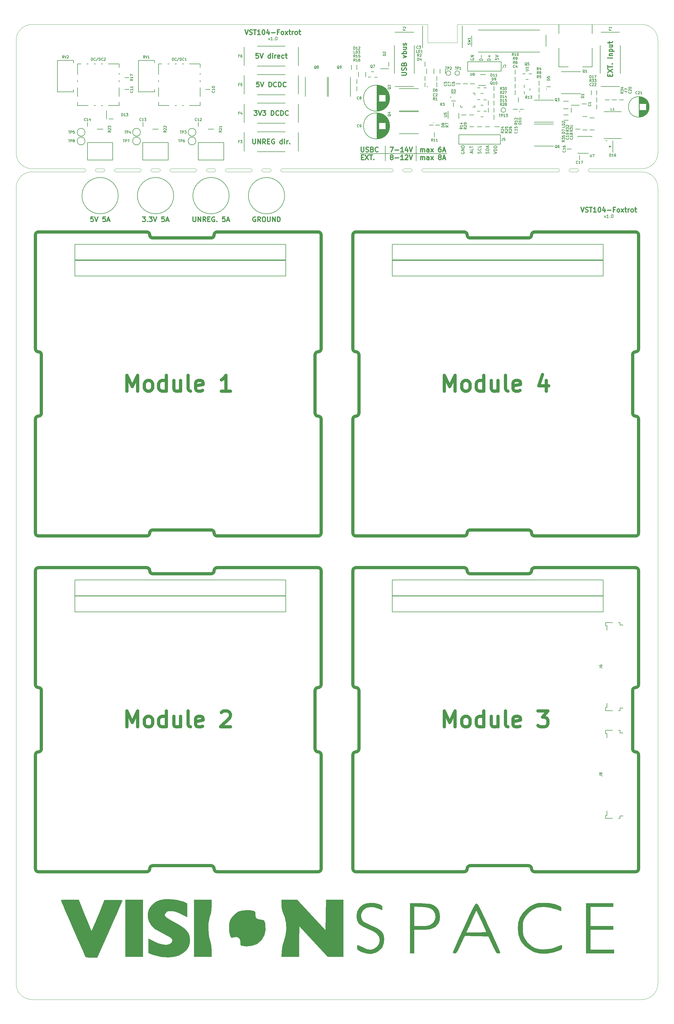
<source format=gbr>
G04 #@! TF.GenerationSoftware,KiCad,Pcbnew,(5.1.6)-1*
G04 #@! TF.CreationDate,2020-08-26T15:11:37+02:00*
G04 #@! TF.ProjectId,element_foxtrot,656c656d-656e-4745-9f66-6f7874726f74,v1.0*
G04 #@! TF.SameCoordinates,Original*
G04 #@! TF.FileFunction,Legend,Top*
G04 #@! TF.FilePolarity,Positive*
%FSLAX46Y46*%
G04 Gerber Fmt 4.6, Leading zero omitted, Abs format (unit mm)*
G04 Created by KiCad (PCBNEW (5.1.6)-1) date 2020-08-26 15:11:37*
%MOMM*%
%LPD*%
G01*
G04 APERTURE LIST*
%ADD10C,0.300000*%
%ADD11C,0.200000*%
G04 #@! TA.AperFunction,Profile*
%ADD12C,0.050000*%
G04 #@! TD*
%ADD13C,0.160000*%
%ADD14C,1.000000*%
%ADD15C,0.350000*%
%ADD16C,0.120000*%
%ADD17C,0.010000*%
%ADD18C,0.169000*%
G04 APERTURE END LIST*
D10*
X203214285Y-90178571D02*
X203714285Y-91678571D01*
X204214285Y-90178571D01*
X204642857Y-91607142D02*
X204857142Y-91678571D01*
X205214285Y-91678571D01*
X205357142Y-91607142D01*
X205428571Y-91535714D01*
X205500000Y-91392857D01*
X205500000Y-91250000D01*
X205428571Y-91107142D01*
X205357142Y-91035714D01*
X205214285Y-90964285D01*
X204928571Y-90892857D01*
X204785714Y-90821428D01*
X204714285Y-90750000D01*
X204642857Y-90607142D01*
X204642857Y-90464285D01*
X204714285Y-90321428D01*
X204785714Y-90250000D01*
X204928571Y-90178571D01*
X205285714Y-90178571D01*
X205500000Y-90250000D01*
X205928571Y-90178571D02*
X206785714Y-90178571D01*
X206357142Y-91678571D02*
X206357142Y-90178571D01*
X208071428Y-91678571D02*
X207214285Y-91678571D01*
X207642857Y-91678571D02*
X207642857Y-90178571D01*
X207500000Y-90392857D01*
X207357142Y-90535714D01*
X207214285Y-90607142D01*
X209000000Y-90178571D02*
X209142857Y-90178571D01*
X209285714Y-90250000D01*
X209357142Y-90321428D01*
X209428571Y-90464285D01*
X209500000Y-90750000D01*
X209500000Y-91107142D01*
X209428571Y-91392857D01*
X209357142Y-91535714D01*
X209285714Y-91607142D01*
X209142857Y-91678571D01*
X209000000Y-91678571D01*
X208857142Y-91607142D01*
X208785714Y-91535714D01*
X208714285Y-91392857D01*
X208642857Y-91107142D01*
X208642857Y-90750000D01*
X208714285Y-90464285D01*
X208785714Y-90321428D01*
X208857142Y-90250000D01*
X209000000Y-90178571D01*
X210785714Y-90678571D02*
X210785714Y-91678571D01*
X210428571Y-90107142D02*
X210071428Y-91178571D01*
X211000000Y-91178571D01*
X211571428Y-91107142D02*
X212714285Y-91107142D01*
X213928571Y-90892857D02*
X213428571Y-90892857D01*
X213428571Y-91678571D02*
X213428571Y-90178571D01*
X214142857Y-90178571D01*
X214928571Y-91678571D02*
X214785714Y-91607142D01*
X214714285Y-91535714D01*
X214642857Y-91392857D01*
X214642857Y-90964285D01*
X214714285Y-90821428D01*
X214785714Y-90750000D01*
X214928571Y-90678571D01*
X215142857Y-90678571D01*
X215285714Y-90750000D01*
X215357142Y-90821428D01*
X215428571Y-90964285D01*
X215428571Y-91392857D01*
X215357142Y-91535714D01*
X215285714Y-91607142D01*
X215142857Y-91678571D01*
X214928571Y-91678571D01*
X215928571Y-91678571D02*
X216714285Y-90678571D01*
X215928571Y-90678571D02*
X216714285Y-91678571D01*
X217071428Y-90678571D02*
X217642857Y-90678571D01*
X217285714Y-90178571D02*
X217285714Y-91464285D01*
X217357142Y-91607142D01*
X217500000Y-91678571D01*
X217642857Y-91678571D01*
X218142857Y-91678571D02*
X218142857Y-90678571D01*
X218142857Y-90964285D02*
X218214285Y-90821428D01*
X218285714Y-90750000D01*
X218428571Y-90678571D01*
X218571428Y-90678571D01*
X219285714Y-91678571D02*
X219142857Y-91607142D01*
X219071428Y-91535714D01*
X219000000Y-91392857D01*
X219000000Y-90964285D01*
X219071428Y-90821428D01*
X219142857Y-90750000D01*
X219285714Y-90678571D01*
X219500000Y-90678571D01*
X219642857Y-90750000D01*
X219714285Y-90821428D01*
X219785714Y-90964285D01*
X219785714Y-91392857D01*
X219714285Y-91535714D01*
X219642857Y-91607142D01*
X219500000Y-91678571D01*
X219285714Y-91678571D01*
X220214285Y-90678571D02*
X220785714Y-90678571D01*
X220428571Y-90178571D02*
X220428571Y-91464285D01*
X220500000Y-91607142D01*
X220642857Y-91678571D01*
X220785714Y-91678571D01*
D11*
X210571428Y-92785714D02*
X210809523Y-93452380D01*
X211047619Y-92785714D01*
X211952380Y-93452380D02*
X211380952Y-93452380D01*
X211666666Y-93452380D02*
X211666666Y-92452380D01*
X211571428Y-92595238D01*
X211476190Y-92690476D01*
X211380952Y-92738095D01*
X212380952Y-93357142D02*
X212428571Y-93404761D01*
X212380952Y-93452380D01*
X212333333Y-93404761D01*
X212380952Y-93357142D01*
X212380952Y-93452380D01*
X213047619Y-92452380D02*
X213142857Y-92452380D01*
X213238095Y-92500000D01*
X213285714Y-92547619D01*
X213333333Y-92642857D01*
X213380952Y-92833333D01*
X213380952Y-93071428D01*
X213333333Y-93261904D01*
X213285714Y-93357142D01*
X213238095Y-93404761D01*
X213142857Y-93452380D01*
X213047619Y-93452380D01*
X212952380Y-93404761D01*
X212904761Y-93357142D01*
X212857142Y-93261904D01*
X212809523Y-93071428D01*
X212809523Y-92833333D01*
X212857142Y-92642857D01*
X212904761Y-92547619D01*
X212952380Y-92500000D01*
X213047619Y-92452380D01*
X104571428Y-36785714D02*
X104809523Y-37452380D01*
X105047619Y-36785714D01*
X105952380Y-37452380D02*
X105380952Y-37452380D01*
X105666666Y-37452380D02*
X105666666Y-36452380D01*
X105571428Y-36595238D01*
X105476190Y-36690476D01*
X105380952Y-36738095D01*
X106380952Y-37357142D02*
X106428571Y-37404761D01*
X106380952Y-37452380D01*
X106333333Y-37404761D01*
X106380952Y-37357142D01*
X106380952Y-37452380D01*
X107047619Y-36452380D02*
X107142857Y-36452380D01*
X107238095Y-36500000D01*
X107285714Y-36547619D01*
X107333333Y-36642857D01*
X107380952Y-36833333D01*
X107380952Y-37071428D01*
X107333333Y-37261904D01*
X107285714Y-37357142D01*
X107238095Y-37404761D01*
X107142857Y-37452380D01*
X107047619Y-37452380D01*
X106952380Y-37404761D01*
X106904761Y-37357142D01*
X106857142Y-37261904D01*
X106809523Y-37071428D01*
X106809523Y-36833333D01*
X106857142Y-36642857D01*
X106904761Y-36547619D01*
X106952380Y-36500000D01*
X107047619Y-36452380D01*
D10*
X97214285Y-34178571D02*
X97714285Y-35678571D01*
X98214285Y-34178571D01*
X98642857Y-35607142D02*
X98857142Y-35678571D01*
X99214285Y-35678571D01*
X99357142Y-35607142D01*
X99428571Y-35535714D01*
X99500000Y-35392857D01*
X99500000Y-35250000D01*
X99428571Y-35107142D01*
X99357142Y-35035714D01*
X99214285Y-34964285D01*
X98928571Y-34892857D01*
X98785714Y-34821428D01*
X98714285Y-34750000D01*
X98642857Y-34607142D01*
X98642857Y-34464285D01*
X98714285Y-34321428D01*
X98785714Y-34250000D01*
X98928571Y-34178571D01*
X99285714Y-34178571D01*
X99500000Y-34250000D01*
X99928571Y-34178571D02*
X100785714Y-34178571D01*
X100357142Y-35678571D02*
X100357142Y-34178571D01*
X102071428Y-35678571D02*
X101214285Y-35678571D01*
X101642857Y-35678571D02*
X101642857Y-34178571D01*
X101500000Y-34392857D01*
X101357142Y-34535714D01*
X101214285Y-34607142D01*
X103000000Y-34178571D02*
X103142857Y-34178571D01*
X103285714Y-34250000D01*
X103357142Y-34321428D01*
X103428571Y-34464285D01*
X103500000Y-34750000D01*
X103500000Y-35107142D01*
X103428571Y-35392857D01*
X103357142Y-35535714D01*
X103285714Y-35607142D01*
X103142857Y-35678571D01*
X103000000Y-35678571D01*
X102857142Y-35607142D01*
X102785714Y-35535714D01*
X102714285Y-35392857D01*
X102642857Y-35107142D01*
X102642857Y-34750000D01*
X102714285Y-34464285D01*
X102785714Y-34321428D01*
X102857142Y-34250000D01*
X103000000Y-34178571D01*
X104785714Y-34678571D02*
X104785714Y-35678571D01*
X104428571Y-34107142D02*
X104071428Y-35178571D01*
X105000000Y-35178571D01*
X105571428Y-35107142D02*
X106714285Y-35107142D01*
X107928571Y-34892857D02*
X107428571Y-34892857D01*
X107428571Y-35678571D02*
X107428571Y-34178571D01*
X108142857Y-34178571D01*
X108928571Y-35678571D02*
X108785714Y-35607142D01*
X108714285Y-35535714D01*
X108642857Y-35392857D01*
X108642857Y-34964285D01*
X108714285Y-34821428D01*
X108785714Y-34750000D01*
X108928571Y-34678571D01*
X109142857Y-34678571D01*
X109285714Y-34750000D01*
X109357142Y-34821428D01*
X109428571Y-34964285D01*
X109428571Y-35392857D01*
X109357142Y-35535714D01*
X109285714Y-35607142D01*
X109142857Y-35678571D01*
X108928571Y-35678571D01*
X109928571Y-35678571D02*
X110714285Y-34678571D01*
X109928571Y-34678571D02*
X110714285Y-35678571D01*
X111071428Y-34678571D02*
X111642857Y-34678571D01*
X111285714Y-34178571D02*
X111285714Y-35464285D01*
X111357142Y-35607142D01*
X111500000Y-35678571D01*
X111642857Y-35678571D01*
X112142857Y-35678571D02*
X112142857Y-34678571D01*
X112142857Y-34964285D02*
X112214285Y-34821428D01*
X112285714Y-34750000D01*
X112428571Y-34678571D01*
X112571428Y-34678571D01*
X113285714Y-35678571D02*
X113142857Y-35607142D01*
X113071428Y-35535714D01*
X113000000Y-35392857D01*
X113000000Y-34964285D01*
X113071428Y-34821428D01*
X113142857Y-34750000D01*
X113285714Y-34678571D01*
X113500000Y-34678571D01*
X113642857Y-34750000D01*
X113714285Y-34821428D01*
X113785714Y-34964285D01*
X113785714Y-35392857D01*
X113714285Y-35535714D01*
X113642857Y-35607142D01*
X113500000Y-35678571D01*
X113285714Y-35678571D01*
X114214285Y-34678571D02*
X114785714Y-34678571D01*
X114428571Y-34178571D02*
X114428571Y-35464285D01*
X114500000Y-35607142D01*
X114642857Y-35678571D01*
X114785714Y-35678571D01*
D11*
X151250000Y-75500000D02*
X151250000Y-70750000D01*
X133500000Y-73250000D02*
X161000000Y-73250000D01*
X141500000Y-75500000D02*
X141500000Y-70750000D01*
D10*
X152642857Y-75178571D02*
X152642857Y-74178571D01*
X152642857Y-74321428D02*
X152714285Y-74250000D01*
X152857142Y-74178571D01*
X153071428Y-74178571D01*
X153214285Y-74250000D01*
X153285714Y-74392857D01*
X153285714Y-75178571D01*
X153285714Y-74392857D02*
X153357142Y-74250000D01*
X153500000Y-74178571D01*
X153714285Y-74178571D01*
X153857142Y-74250000D01*
X153928571Y-74392857D01*
X153928571Y-75178571D01*
X155285714Y-75178571D02*
X155285714Y-74392857D01*
X155214285Y-74250000D01*
X155071428Y-74178571D01*
X154785714Y-74178571D01*
X154642857Y-74250000D01*
X155285714Y-75107142D02*
X155142857Y-75178571D01*
X154785714Y-75178571D01*
X154642857Y-75107142D01*
X154571428Y-74964285D01*
X154571428Y-74821428D01*
X154642857Y-74678571D01*
X154785714Y-74607142D01*
X155142857Y-74607142D01*
X155285714Y-74535714D01*
X155857142Y-75178571D02*
X156642857Y-74178571D01*
X155857142Y-74178571D02*
X156642857Y-75178571D01*
X158571428Y-74321428D02*
X158428571Y-74250000D01*
X158357142Y-74178571D01*
X158285714Y-74035714D01*
X158285714Y-73964285D01*
X158357142Y-73821428D01*
X158428571Y-73750000D01*
X158571428Y-73678571D01*
X158857142Y-73678571D01*
X159000000Y-73750000D01*
X159071428Y-73821428D01*
X159142857Y-73964285D01*
X159142857Y-74035714D01*
X159071428Y-74178571D01*
X159000000Y-74250000D01*
X158857142Y-74321428D01*
X158571428Y-74321428D01*
X158428571Y-74392857D01*
X158357142Y-74464285D01*
X158285714Y-74607142D01*
X158285714Y-74892857D01*
X158357142Y-75035714D01*
X158428571Y-75107142D01*
X158571428Y-75178571D01*
X158857142Y-75178571D01*
X159000000Y-75107142D01*
X159071428Y-75035714D01*
X159142857Y-74892857D01*
X159142857Y-74607142D01*
X159071428Y-74464285D01*
X159000000Y-74392857D01*
X158857142Y-74321428D01*
X159714285Y-74750000D02*
X160428571Y-74750000D01*
X159571428Y-75178571D02*
X160071428Y-73678571D01*
X160571428Y-75178571D01*
X152642857Y-72678571D02*
X152642857Y-71678571D01*
X152642857Y-71821428D02*
X152714285Y-71750000D01*
X152857142Y-71678571D01*
X153071428Y-71678571D01*
X153214285Y-71750000D01*
X153285714Y-71892857D01*
X153285714Y-72678571D01*
X153285714Y-71892857D02*
X153357142Y-71750000D01*
X153500000Y-71678571D01*
X153714285Y-71678571D01*
X153857142Y-71750000D01*
X153928571Y-71892857D01*
X153928571Y-72678571D01*
X155285714Y-72678571D02*
X155285714Y-71892857D01*
X155214285Y-71750000D01*
X155071428Y-71678571D01*
X154785714Y-71678571D01*
X154642857Y-71750000D01*
X155285714Y-72607142D02*
X155142857Y-72678571D01*
X154785714Y-72678571D01*
X154642857Y-72607142D01*
X154571428Y-72464285D01*
X154571428Y-72321428D01*
X154642857Y-72178571D01*
X154785714Y-72107142D01*
X155142857Y-72107142D01*
X155285714Y-72035714D01*
X155857142Y-72678571D02*
X156642857Y-71678571D01*
X155857142Y-71678571D02*
X156642857Y-72678571D01*
X159000000Y-71178571D02*
X158714285Y-71178571D01*
X158571428Y-71250000D01*
X158500000Y-71321428D01*
X158357142Y-71535714D01*
X158285714Y-71821428D01*
X158285714Y-72392857D01*
X158357142Y-72535714D01*
X158428571Y-72607142D01*
X158571428Y-72678571D01*
X158857142Y-72678571D01*
X159000000Y-72607142D01*
X159071428Y-72535714D01*
X159142857Y-72392857D01*
X159142857Y-72035714D01*
X159071428Y-71892857D01*
X159000000Y-71821428D01*
X158857142Y-71750000D01*
X158571428Y-71750000D01*
X158428571Y-71821428D01*
X158357142Y-71892857D01*
X158285714Y-72035714D01*
X159714285Y-72250000D02*
X160428571Y-72250000D01*
X159571428Y-72678571D02*
X160071428Y-71178571D01*
X160571428Y-72678571D01*
X143357142Y-74321428D02*
X143214285Y-74250000D01*
X143142857Y-74178571D01*
X143071428Y-74035714D01*
X143071428Y-73964285D01*
X143142857Y-73821428D01*
X143214285Y-73750000D01*
X143357142Y-73678571D01*
X143642857Y-73678571D01*
X143785714Y-73750000D01*
X143857142Y-73821428D01*
X143928571Y-73964285D01*
X143928571Y-74035714D01*
X143857142Y-74178571D01*
X143785714Y-74250000D01*
X143642857Y-74321428D01*
X143357142Y-74321428D01*
X143214285Y-74392857D01*
X143142857Y-74464285D01*
X143071428Y-74607142D01*
X143071428Y-74892857D01*
X143142857Y-75035714D01*
X143214285Y-75107142D01*
X143357142Y-75178571D01*
X143642857Y-75178571D01*
X143785714Y-75107142D01*
X143857142Y-75035714D01*
X143928571Y-74892857D01*
X143928571Y-74607142D01*
X143857142Y-74464285D01*
X143785714Y-74392857D01*
X143642857Y-74321428D01*
X144571428Y-74607142D02*
X145714285Y-74607142D01*
X147214285Y-75178571D02*
X146357142Y-75178571D01*
X146785714Y-75178571D02*
X146785714Y-73678571D01*
X146642857Y-73892857D01*
X146500000Y-74035714D01*
X146357142Y-74107142D01*
X147785714Y-73821428D02*
X147857142Y-73750000D01*
X148000000Y-73678571D01*
X148357142Y-73678571D01*
X148500000Y-73750000D01*
X148571428Y-73821428D01*
X148642857Y-73964285D01*
X148642857Y-74107142D01*
X148571428Y-74321428D01*
X147714285Y-75178571D01*
X148642857Y-75178571D01*
X149071428Y-73678571D02*
X149571428Y-75178571D01*
X150071428Y-73678571D01*
X143000000Y-71178571D02*
X144000000Y-71178571D01*
X143357142Y-72678571D01*
X144571428Y-72107142D02*
X145714285Y-72107142D01*
X147214285Y-72678571D02*
X146357142Y-72678571D01*
X146785714Y-72678571D02*
X146785714Y-71178571D01*
X146642857Y-71392857D01*
X146500000Y-71535714D01*
X146357142Y-71607142D01*
X148500000Y-71678571D02*
X148500000Y-72678571D01*
X148142857Y-71107142D02*
X147785714Y-72178571D01*
X148714285Y-72178571D01*
X149071428Y-71178571D02*
X149571428Y-72678571D01*
X150071428Y-71178571D01*
X133964285Y-74392857D02*
X134464285Y-74392857D01*
X134678571Y-75178571D02*
X133964285Y-75178571D01*
X133964285Y-73678571D01*
X134678571Y-73678571D01*
X135178571Y-73678571D02*
X136178571Y-75178571D01*
X136178571Y-73678571D02*
X135178571Y-75178571D01*
X136535714Y-73678571D02*
X137392857Y-73678571D01*
X136964285Y-75178571D02*
X136964285Y-73678571D01*
X137892857Y-75035714D02*
X137964285Y-75107142D01*
X137892857Y-75178571D01*
X137821428Y-75107142D01*
X137892857Y-75035714D01*
X137892857Y-75178571D01*
X133857142Y-71178571D02*
X133857142Y-72392857D01*
X133928571Y-72535714D01*
X134000000Y-72607142D01*
X134142857Y-72678571D01*
X134428571Y-72678571D01*
X134571428Y-72607142D01*
X134642857Y-72535714D01*
X134714285Y-72392857D01*
X134714285Y-71178571D01*
X135357142Y-72607142D02*
X135571428Y-72678571D01*
X135928571Y-72678571D01*
X136071428Y-72607142D01*
X136142857Y-72535714D01*
X136214285Y-72392857D01*
X136214285Y-72250000D01*
X136142857Y-72107142D01*
X136071428Y-72035714D01*
X135928571Y-71964285D01*
X135642857Y-71892857D01*
X135500000Y-71821428D01*
X135428571Y-71750000D01*
X135357142Y-71607142D01*
X135357142Y-71464285D01*
X135428571Y-71321428D01*
X135500000Y-71250000D01*
X135642857Y-71178571D01*
X136000000Y-71178571D01*
X136214285Y-71250000D01*
X137357142Y-71892857D02*
X137571428Y-71964285D01*
X137642857Y-72035714D01*
X137714285Y-72178571D01*
X137714285Y-72392857D01*
X137642857Y-72535714D01*
X137571428Y-72607142D01*
X137428571Y-72678571D01*
X136857142Y-72678571D01*
X136857142Y-71178571D01*
X137357142Y-71178571D01*
X137500000Y-71250000D01*
X137571428Y-71321428D01*
X137642857Y-71464285D01*
X137642857Y-71607142D01*
X137571428Y-71750000D01*
X137500000Y-71821428D01*
X137357142Y-71892857D01*
X136857142Y-71892857D01*
X139214285Y-72535714D02*
X139142857Y-72607142D01*
X138928571Y-72678571D01*
X138785714Y-72678571D01*
X138571428Y-72607142D01*
X138428571Y-72464285D01*
X138357142Y-72321428D01*
X138285714Y-72035714D01*
X138285714Y-71821428D01*
X138357142Y-71535714D01*
X138428571Y-71392857D01*
X138571428Y-71250000D01*
X138785714Y-71178571D01*
X138928571Y-71178571D01*
X139142857Y-71250000D01*
X139214285Y-71321428D01*
D12*
X109000000Y-79000000D02*
X143500000Y-79000000D01*
X143500000Y-78000000D02*
X109000000Y-78000000D01*
X200000000Y-79000000D02*
X202000000Y-79000000D01*
X196000000Y-78000000D02*
X153500000Y-78000000D01*
X147500000Y-79000000D02*
G75*
G02*
X147500000Y-78000000I0J500000D01*
G01*
X153500000Y-79000000D02*
X196000000Y-79000000D01*
X200000000Y-79000000D02*
G75*
G02*
X200000000Y-78000000I0J500000D01*
G01*
X147500000Y-79000000D02*
X149500000Y-79000000D01*
X196000000Y-78000000D02*
G75*
G02*
X196000000Y-79000000I0J-500000D01*
G01*
X143500000Y-78000000D02*
G75*
G02*
X143500000Y-79000000I0J-500000D01*
G01*
X202000000Y-78000000D02*
G75*
G02*
X202000000Y-79000000I0J-500000D01*
G01*
X206000000Y-79000000D02*
G75*
G02*
X206000000Y-78000000I0J500000D01*
G01*
X153500000Y-79000000D02*
G75*
G02*
X153500000Y-78000000I0J500000D01*
G01*
X206000000Y-79000000D02*
X222500000Y-79000000D01*
X222500000Y-78000000D02*
X206000000Y-78000000D01*
X149500000Y-78000000D02*
G75*
G02*
X149500000Y-79000000I0J-500000D01*
G01*
X149500000Y-78000000D02*
X147500000Y-78000000D01*
X202000000Y-78000000D02*
X200000000Y-78000000D01*
X25000000Y-84000000D02*
G75*
G02*
X30000000Y-79000000I5000000J0D01*
G01*
X30000000Y-78000000D02*
G75*
G02*
X25000000Y-73000000I0J5000000D01*
G01*
D11*
X172202380Y-43880952D02*
X171202380Y-43880952D01*
X171202380Y-43642857D01*
X171250000Y-43500000D01*
X171345238Y-43404761D01*
X171440476Y-43357142D01*
X171630952Y-43309523D01*
X171773809Y-43309523D01*
X171964285Y-43357142D01*
X172059523Y-43404761D01*
X172154761Y-43500000D01*
X172202380Y-43642857D01*
X172202380Y-43880952D01*
X171821428Y-42880952D02*
X171821428Y-42119047D01*
X176202380Y-43190476D02*
X176202380Y-43666666D01*
X176678571Y-43714285D01*
X176630952Y-43666666D01*
X176583333Y-43571428D01*
X176583333Y-43333333D01*
X176630952Y-43238095D01*
X176678571Y-43190476D01*
X176773809Y-43142857D01*
X177011904Y-43142857D01*
X177107142Y-43190476D01*
X177154761Y-43238095D01*
X177202380Y-43333333D01*
X177202380Y-43571428D01*
X177154761Y-43666666D01*
X177107142Y-43714285D01*
X176202380Y-42857142D02*
X177202380Y-42523809D01*
X176202380Y-42190476D01*
X168500000Y-43261904D02*
X168452380Y-43357142D01*
X168452380Y-43500000D01*
X168500000Y-43642857D01*
X168595238Y-43738095D01*
X168690476Y-43785714D01*
X168880952Y-43833333D01*
X169023809Y-43833333D01*
X169214285Y-43785714D01*
X169309523Y-43738095D01*
X169404761Y-43642857D01*
X169452380Y-43500000D01*
X169452380Y-43404761D01*
X169404761Y-43261904D01*
X169357142Y-43214285D01*
X169023809Y-43214285D01*
X169023809Y-43404761D01*
X169452380Y-42785714D02*
X168452380Y-42785714D01*
X169452380Y-42214285D01*
X168452380Y-42214285D01*
X174702380Y-43880952D02*
X173702380Y-43880952D01*
X173702380Y-43642857D01*
X173750000Y-43500000D01*
X173845238Y-43404761D01*
X173940476Y-43357142D01*
X174130952Y-43309523D01*
X174273809Y-43309523D01*
X174464285Y-43357142D01*
X174559523Y-43404761D01*
X174654761Y-43500000D01*
X174702380Y-43642857D01*
X174702380Y-43880952D01*
X174321428Y-42880952D02*
X174321428Y-42119047D01*
X174702380Y-42500000D02*
X173940476Y-42500000D01*
X165500000Y-72761904D02*
X165452380Y-72857142D01*
X165452380Y-73000000D01*
X165500000Y-73142857D01*
X165595238Y-73238095D01*
X165690476Y-73285714D01*
X165880952Y-73333333D01*
X166023809Y-73333333D01*
X166214285Y-73285714D01*
X166309523Y-73238095D01*
X166404761Y-73142857D01*
X166452380Y-73000000D01*
X166452380Y-72904761D01*
X166404761Y-72761904D01*
X166357142Y-72714285D01*
X166023809Y-72714285D01*
X166023809Y-72904761D01*
X166452380Y-72285714D02*
X165452380Y-72285714D01*
X166452380Y-71714285D01*
X165452380Y-71714285D01*
X166452380Y-71238095D02*
X165452380Y-71238095D01*
X165452380Y-71000000D01*
X165500000Y-70857142D01*
X165595238Y-70761904D01*
X165690476Y-70714285D01*
X165880952Y-70666666D01*
X166023809Y-70666666D01*
X166214285Y-70714285D01*
X166309523Y-70761904D01*
X166404761Y-70857142D01*
X166452380Y-71000000D01*
X166452380Y-71238095D01*
X168916666Y-73023809D02*
X168916666Y-72547619D01*
X169202380Y-73119047D02*
X168202380Y-72785714D01*
X169202380Y-72452380D01*
X169202380Y-71642857D02*
X169202380Y-72119047D01*
X168202380Y-72119047D01*
X168202380Y-71452380D02*
X168202380Y-70880952D01*
X169202380Y-71166666D02*
X168202380Y-71166666D01*
X171654761Y-73190476D02*
X171702380Y-73047619D01*
X171702380Y-72809523D01*
X171654761Y-72714285D01*
X171607142Y-72666666D01*
X171511904Y-72619047D01*
X171416666Y-72619047D01*
X171321428Y-72666666D01*
X171273809Y-72714285D01*
X171226190Y-72809523D01*
X171178571Y-73000000D01*
X171130952Y-73095238D01*
X171083333Y-73142857D01*
X170988095Y-73190476D01*
X170892857Y-73190476D01*
X170797619Y-73142857D01*
X170750000Y-73095238D01*
X170702380Y-73000000D01*
X170702380Y-72761904D01*
X170750000Y-72619047D01*
X171607142Y-71619047D02*
X171654761Y-71666666D01*
X171702380Y-71809523D01*
X171702380Y-71904761D01*
X171654761Y-72047619D01*
X171559523Y-72142857D01*
X171464285Y-72190476D01*
X171273809Y-72238095D01*
X171130952Y-72238095D01*
X170940476Y-72190476D01*
X170845238Y-72142857D01*
X170750000Y-72047619D01*
X170702380Y-71904761D01*
X170702380Y-71809523D01*
X170750000Y-71666666D01*
X170797619Y-71619047D01*
X171702380Y-70714285D02*
X171702380Y-71190476D01*
X170702380Y-71190476D01*
X174154761Y-73214285D02*
X174202380Y-73071428D01*
X174202380Y-72833333D01*
X174154761Y-72738095D01*
X174107142Y-72690476D01*
X174011904Y-72642857D01*
X173916666Y-72642857D01*
X173821428Y-72690476D01*
X173773809Y-72738095D01*
X173726190Y-72833333D01*
X173678571Y-73023809D01*
X173630952Y-73119047D01*
X173583333Y-73166666D01*
X173488095Y-73214285D01*
X173392857Y-73214285D01*
X173297619Y-73166666D01*
X173250000Y-73119047D01*
X173202380Y-73023809D01*
X173202380Y-72785714D01*
X173250000Y-72642857D01*
X174202380Y-72214285D02*
X173202380Y-72214285D01*
X173202380Y-71976190D01*
X173250000Y-71833333D01*
X173345238Y-71738095D01*
X173440476Y-71690476D01*
X173630952Y-71642857D01*
X173773809Y-71642857D01*
X173964285Y-71690476D01*
X174059523Y-71738095D01*
X174154761Y-71833333D01*
X174202380Y-71976190D01*
X174202380Y-72214285D01*
X173916666Y-71261904D02*
X173916666Y-70785714D01*
X174202380Y-71357142D02*
X173202380Y-71023809D01*
X174202380Y-70690476D01*
X175702380Y-73333333D02*
X176702380Y-73000000D01*
X175702380Y-72666666D01*
X176702380Y-72333333D02*
X175702380Y-72333333D01*
X175702380Y-72095238D01*
X175750000Y-71952380D01*
X175845238Y-71857142D01*
X175940476Y-71809523D01*
X176130952Y-71761904D01*
X176273809Y-71761904D01*
X176464285Y-71809523D01*
X176559523Y-71857142D01*
X176654761Y-71952380D01*
X176702380Y-72095238D01*
X176702380Y-72333333D01*
X176702380Y-71333333D02*
X175702380Y-71333333D01*
X175702380Y-71095238D01*
X175750000Y-70952380D01*
X175845238Y-70857142D01*
X175940476Y-70809523D01*
X176130952Y-70761904D01*
X176273809Y-70761904D01*
X176464285Y-70809523D01*
X176559523Y-70857142D01*
X176654761Y-70952380D01*
X176702380Y-71095238D01*
X176702380Y-71333333D01*
D10*
X100535714Y-93250000D02*
X100392857Y-93178571D01*
X100178571Y-93178571D01*
X99964285Y-93250000D01*
X99821428Y-93392857D01*
X99750000Y-93535714D01*
X99678571Y-93821428D01*
X99678571Y-94035714D01*
X99750000Y-94321428D01*
X99821428Y-94464285D01*
X99964285Y-94607142D01*
X100178571Y-94678571D01*
X100321428Y-94678571D01*
X100535714Y-94607142D01*
X100607142Y-94535714D01*
X100607142Y-94035714D01*
X100321428Y-94035714D01*
X102107142Y-94678571D02*
X101607142Y-93964285D01*
X101250000Y-94678571D02*
X101250000Y-93178571D01*
X101821428Y-93178571D01*
X101964285Y-93250000D01*
X102035714Y-93321428D01*
X102107142Y-93464285D01*
X102107142Y-93678571D01*
X102035714Y-93821428D01*
X101964285Y-93892857D01*
X101821428Y-93964285D01*
X101250000Y-93964285D01*
X103035714Y-93178571D02*
X103321428Y-93178571D01*
X103464285Y-93250000D01*
X103607142Y-93392857D01*
X103678571Y-93678571D01*
X103678571Y-94178571D01*
X103607142Y-94464285D01*
X103464285Y-94607142D01*
X103321428Y-94678571D01*
X103035714Y-94678571D01*
X102892857Y-94607142D01*
X102750000Y-94464285D01*
X102678571Y-94178571D01*
X102678571Y-93678571D01*
X102750000Y-93392857D01*
X102892857Y-93250000D01*
X103035714Y-93178571D01*
X104321428Y-93178571D02*
X104321428Y-94392857D01*
X104392857Y-94535714D01*
X104464285Y-94607142D01*
X104607142Y-94678571D01*
X104892857Y-94678571D01*
X105035714Y-94607142D01*
X105107142Y-94535714D01*
X105178571Y-94392857D01*
X105178571Y-93178571D01*
X105892857Y-94678571D02*
X105892857Y-93178571D01*
X106750000Y-94678571D01*
X106750000Y-93178571D01*
X107464285Y-94678571D02*
X107464285Y-93178571D01*
X107821428Y-93178571D01*
X108035714Y-93250000D01*
X108178571Y-93392857D01*
X108250000Y-93535714D01*
X108321428Y-93821428D01*
X108321428Y-94035714D01*
X108250000Y-94321428D01*
X108178571Y-94464285D01*
X108035714Y-94607142D01*
X107821428Y-94678571D01*
X107464285Y-94678571D01*
X80821428Y-93178571D02*
X80821428Y-94392857D01*
X80892857Y-94535714D01*
X80964285Y-94607142D01*
X81107142Y-94678571D01*
X81392857Y-94678571D01*
X81535714Y-94607142D01*
X81607142Y-94535714D01*
X81678571Y-94392857D01*
X81678571Y-93178571D01*
X82392857Y-94678571D02*
X82392857Y-93178571D01*
X83250000Y-94678571D01*
X83250000Y-93178571D01*
X84821428Y-94678571D02*
X84321428Y-93964285D01*
X83964285Y-94678571D02*
X83964285Y-93178571D01*
X84535714Y-93178571D01*
X84678571Y-93250000D01*
X84750000Y-93321428D01*
X84821428Y-93464285D01*
X84821428Y-93678571D01*
X84750000Y-93821428D01*
X84678571Y-93892857D01*
X84535714Y-93964285D01*
X83964285Y-93964285D01*
X85464285Y-93892857D02*
X85964285Y-93892857D01*
X86178571Y-94678571D02*
X85464285Y-94678571D01*
X85464285Y-93178571D01*
X86178571Y-93178571D01*
X87607142Y-93250000D02*
X87464285Y-93178571D01*
X87250000Y-93178571D01*
X87035714Y-93250000D01*
X86892857Y-93392857D01*
X86821428Y-93535714D01*
X86750000Y-93821428D01*
X86750000Y-94035714D01*
X86821428Y-94321428D01*
X86892857Y-94464285D01*
X87035714Y-94607142D01*
X87250000Y-94678571D01*
X87392857Y-94678571D01*
X87607142Y-94607142D01*
X87678571Y-94535714D01*
X87678571Y-94035714D01*
X87392857Y-94035714D01*
X88321428Y-94535714D02*
X88392857Y-94607142D01*
X88321428Y-94678571D01*
X88250000Y-94607142D01*
X88321428Y-94535714D01*
X88321428Y-94678571D01*
X90892857Y-93178571D02*
X90178571Y-93178571D01*
X90107142Y-93892857D01*
X90178571Y-93821428D01*
X90321428Y-93750000D01*
X90678571Y-93750000D01*
X90821428Y-93821428D01*
X90892857Y-93892857D01*
X90964285Y-94035714D01*
X90964285Y-94392857D01*
X90892857Y-94535714D01*
X90821428Y-94607142D01*
X90678571Y-94678571D01*
X90321428Y-94678571D01*
X90178571Y-94607142D01*
X90107142Y-94535714D01*
X91535714Y-94250000D02*
X92250000Y-94250000D01*
X91392857Y-94678571D02*
X91892857Y-93178571D01*
X92392857Y-94678571D01*
X64857142Y-93178571D02*
X65785714Y-93178571D01*
X65285714Y-93750000D01*
X65500000Y-93750000D01*
X65642857Y-93821428D01*
X65714285Y-93892857D01*
X65785714Y-94035714D01*
X65785714Y-94392857D01*
X65714285Y-94535714D01*
X65642857Y-94607142D01*
X65500000Y-94678571D01*
X65071428Y-94678571D01*
X64928571Y-94607142D01*
X64857142Y-94535714D01*
X66428571Y-94535714D02*
X66500000Y-94607142D01*
X66428571Y-94678571D01*
X66357142Y-94607142D01*
X66428571Y-94535714D01*
X66428571Y-94678571D01*
X67000000Y-93178571D02*
X67928571Y-93178571D01*
X67428571Y-93750000D01*
X67642857Y-93750000D01*
X67785714Y-93821428D01*
X67857142Y-93892857D01*
X67928571Y-94035714D01*
X67928571Y-94392857D01*
X67857142Y-94535714D01*
X67785714Y-94607142D01*
X67642857Y-94678571D01*
X67214285Y-94678571D01*
X67071428Y-94607142D01*
X67000000Y-94535714D01*
X68357142Y-93178571D02*
X68857142Y-94678571D01*
X69357142Y-93178571D01*
X71714285Y-93178571D02*
X71000000Y-93178571D01*
X70928571Y-93892857D01*
X71000000Y-93821428D01*
X71142857Y-93750000D01*
X71500000Y-93750000D01*
X71642857Y-93821428D01*
X71714285Y-93892857D01*
X71785714Y-94035714D01*
X71785714Y-94392857D01*
X71714285Y-94535714D01*
X71642857Y-94607142D01*
X71500000Y-94678571D01*
X71142857Y-94678571D01*
X71000000Y-94607142D01*
X70928571Y-94535714D01*
X72357142Y-94250000D02*
X73071428Y-94250000D01*
X72214285Y-94678571D02*
X72714285Y-93178571D01*
X73214285Y-94678571D01*
X49285714Y-93178571D02*
X48571428Y-93178571D01*
X48500000Y-93892857D01*
X48571428Y-93821428D01*
X48714285Y-93750000D01*
X49071428Y-93750000D01*
X49214285Y-93821428D01*
X49285714Y-93892857D01*
X49357142Y-94035714D01*
X49357142Y-94392857D01*
X49285714Y-94535714D01*
X49214285Y-94607142D01*
X49071428Y-94678571D01*
X48714285Y-94678571D01*
X48571428Y-94607142D01*
X48500000Y-94535714D01*
X49785714Y-93178571D02*
X50285714Y-94678571D01*
X50785714Y-93178571D01*
X53142857Y-93178571D02*
X52428571Y-93178571D01*
X52357142Y-93892857D01*
X52428571Y-93821428D01*
X52571428Y-93750000D01*
X52928571Y-93750000D01*
X53071428Y-93821428D01*
X53142857Y-93892857D01*
X53214285Y-94035714D01*
X53214285Y-94392857D01*
X53142857Y-94535714D01*
X53071428Y-94607142D01*
X52928571Y-94678571D01*
X52571428Y-94678571D01*
X52428571Y-94607142D01*
X52357142Y-94535714D01*
X53785714Y-94250000D02*
X54500000Y-94250000D01*
X53642857Y-94678571D02*
X54142857Y-93178571D01*
X54642857Y-94678571D01*
X99678571Y-68678571D02*
X99678571Y-69892857D01*
X99750000Y-70035714D01*
X99821428Y-70107142D01*
X99964285Y-70178571D01*
X100250000Y-70178571D01*
X100392857Y-70107142D01*
X100464285Y-70035714D01*
X100535714Y-69892857D01*
X100535714Y-68678571D01*
X101250000Y-70178571D02*
X101250000Y-68678571D01*
X102107142Y-70178571D01*
X102107142Y-68678571D01*
X103678571Y-70178571D02*
X103178571Y-69464285D01*
X102821428Y-70178571D02*
X102821428Y-68678571D01*
X103392857Y-68678571D01*
X103535714Y-68750000D01*
X103607142Y-68821428D01*
X103678571Y-68964285D01*
X103678571Y-69178571D01*
X103607142Y-69321428D01*
X103535714Y-69392857D01*
X103392857Y-69464285D01*
X102821428Y-69464285D01*
X104321428Y-69392857D02*
X104821428Y-69392857D01*
X105035714Y-70178571D02*
X104321428Y-70178571D01*
X104321428Y-68678571D01*
X105035714Y-68678571D01*
X106464285Y-68750000D02*
X106321428Y-68678571D01*
X106107142Y-68678571D01*
X105892857Y-68750000D01*
X105750000Y-68892857D01*
X105678571Y-69035714D01*
X105607142Y-69321428D01*
X105607142Y-69535714D01*
X105678571Y-69821428D01*
X105750000Y-69964285D01*
X105892857Y-70107142D01*
X106107142Y-70178571D01*
X106250000Y-70178571D01*
X106464285Y-70107142D01*
X106535714Y-70035714D01*
X106535714Y-69535714D01*
X106250000Y-69535714D01*
X108964285Y-70178571D02*
X108964285Y-68678571D01*
X108964285Y-70107142D02*
X108821428Y-70178571D01*
X108535714Y-70178571D01*
X108392857Y-70107142D01*
X108321428Y-70035714D01*
X108250000Y-69892857D01*
X108250000Y-69464285D01*
X108321428Y-69321428D01*
X108392857Y-69250000D01*
X108535714Y-69178571D01*
X108821428Y-69178571D01*
X108964285Y-69250000D01*
X109678571Y-70178571D02*
X109678571Y-69178571D01*
X109678571Y-68678571D02*
X109607142Y-68750000D01*
X109678571Y-68821428D01*
X109750000Y-68750000D01*
X109678571Y-68678571D01*
X109678571Y-68821428D01*
X110392857Y-70178571D02*
X110392857Y-69178571D01*
X110392857Y-69464285D02*
X110464285Y-69321428D01*
X110535714Y-69250000D01*
X110678571Y-69178571D01*
X110821428Y-69178571D01*
X111321428Y-70035714D02*
X111392857Y-70107142D01*
X111321428Y-70178571D01*
X111250000Y-70107142D01*
X111321428Y-70035714D01*
X111321428Y-70178571D01*
X100071428Y-59678571D02*
X101000000Y-59678571D01*
X100500000Y-60250000D01*
X100714285Y-60250000D01*
X100857142Y-60321428D01*
X100928571Y-60392857D01*
X101000000Y-60535714D01*
X101000000Y-60892857D01*
X100928571Y-61035714D01*
X100857142Y-61107142D01*
X100714285Y-61178571D01*
X100285714Y-61178571D01*
X100142857Y-61107142D01*
X100071428Y-61035714D01*
X101428571Y-59678571D02*
X101928571Y-61178571D01*
X102428571Y-59678571D01*
X102785714Y-59678571D02*
X103714285Y-59678571D01*
X103214285Y-60250000D01*
X103428571Y-60250000D01*
X103571428Y-60321428D01*
X103642857Y-60392857D01*
X103714285Y-60535714D01*
X103714285Y-60892857D01*
X103642857Y-61035714D01*
X103571428Y-61107142D01*
X103428571Y-61178571D01*
X103000000Y-61178571D01*
X102857142Y-61107142D01*
X102785714Y-61035714D01*
X105500000Y-61178571D02*
X105500000Y-59678571D01*
X105857142Y-59678571D01*
X106071428Y-59750000D01*
X106214285Y-59892857D01*
X106285714Y-60035714D01*
X106357142Y-60321428D01*
X106357142Y-60535714D01*
X106285714Y-60821428D01*
X106214285Y-60964285D01*
X106071428Y-61107142D01*
X105857142Y-61178571D01*
X105500000Y-61178571D01*
X107857142Y-61035714D02*
X107785714Y-61107142D01*
X107571428Y-61178571D01*
X107428571Y-61178571D01*
X107214285Y-61107142D01*
X107071428Y-60964285D01*
X107000000Y-60821428D01*
X106928571Y-60535714D01*
X106928571Y-60321428D01*
X107000000Y-60035714D01*
X107071428Y-59892857D01*
X107214285Y-59750000D01*
X107428571Y-59678571D01*
X107571428Y-59678571D01*
X107785714Y-59750000D01*
X107857142Y-59821428D01*
X108500000Y-61178571D02*
X108500000Y-59678571D01*
X108857142Y-59678571D01*
X109071428Y-59750000D01*
X109214285Y-59892857D01*
X109285714Y-60035714D01*
X109357142Y-60321428D01*
X109357142Y-60535714D01*
X109285714Y-60821428D01*
X109214285Y-60964285D01*
X109071428Y-61107142D01*
X108857142Y-61178571D01*
X108500000Y-61178571D01*
X110857142Y-61035714D02*
X110785714Y-61107142D01*
X110571428Y-61178571D01*
X110428571Y-61178571D01*
X110214285Y-61107142D01*
X110071428Y-60964285D01*
X110000000Y-60821428D01*
X109928571Y-60535714D01*
X109928571Y-60321428D01*
X110000000Y-60035714D01*
X110071428Y-59892857D01*
X110214285Y-59750000D01*
X110428571Y-59678571D01*
X110571428Y-59678571D01*
X110785714Y-59750000D01*
X110857142Y-59821428D01*
X101642857Y-50678571D02*
X100928571Y-50678571D01*
X100857142Y-51392857D01*
X100928571Y-51321428D01*
X101071428Y-51250000D01*
X101428571Y-51250000D01*
X101571428Y-51321428D01*
X101642857Y-51392857D01*
X101714285Y-51535714D01*
X101714285Y-51892857D01*
X101642857Y-52035714D01*
X101571428Y-52107142D01*
X101428571Y-52178571D01*
X101071428Y-52178571D01*
X100928571Y-52107142D01*
X100857142Y-52035714D01*
X102142857Y-50678571D02*
X102642857Y-52178571D01*
X103142857Y-50678571D01*
X104785714Y-52178571D02*
X104785714Y-50678571D01*
X105142857Y-50678571D01*
X105357142Y-50750000D01*
X105500000Y-50892857D01*
X105571428Y-51035714D01*
X105642857Y-51321428D01*
X105642857Y-51535714D01*
X105571428Y-51821428D01*
X105500000Y-51964285D01*
X105357142Y-52107142D01*
X105142857Y-52178571D01*
X104785714Y-52178571D01*
X107142857Y-52035714D02*
X107071428Y-52107142D01*
X106857142Y-52178571D01*
X106714285Y-52178571D01*
X106500000Y-52107142D01*
X106357142Y-51964285D01*
X106285714Y-51821428D01*
X106214285Y-51535714D01*
X106214285Y-51321428D01*
X106285714Y-51035714D01*
X106357142Y-50892857D01*
X106500000Y-50750000D01*
X106714285Y-50678571D01*
X106857142Y-50678571D01*
X107071428Y-50750000D01*
X107142857Y-50821428D01*
X107785714Y-52178571D02*
X107785714Y-50678571D01*
X108142857Y-50678571D01*
X108357142Y-50750000D01*
X108500000Y-50892857D01*
X108571428Y-51035714D01*
X108642857Y-51321428D01*
X108642857Y-51535714D01*
X108571428Y-51821428D01*
X108500000Y-51964285D01*
X108357142Y-52107142D01*
X108142857Y-52178571D01*
X107785714Y-52178571D01*
X110142857Y-52035714D02*
X110071428Y-52107142D01*
X109857142Y-52178571D01*
X109714285Y-52178571D01*
X109500000Y-52107142D01*
X109357142Y-51964285D01*
X109285714Y-51821428D01*
X109214285Y-51535714D01*
X109214285Y-51321428D01*
X109285714Y-51035714D01*
X109357142Y-50892857D01*
X109500000Y-50750000D01*
X109714285Y-50678571D01*
X109857142Y-50678571D01*
X110071428Y-50750000D01*
X110142857Y-50821428D01*
X101428571Y-41678571D02*
X100714285Y-41678571D01*
X100642857Y-42392857D01*
X100714285Y-42321428D01*
X100857142Y-42250000D01*
X101214285Y-42250000D01*
X101357142Y-42321428D01*
X101428571Y-42392857D01*
X101500000Y-42535714D01*
X101500000Y-42892857D01*
X101428571Y-43035714D01*
X101357142Y-43107142D01*
X101214285Y-43178571D01*
X100857142Y-43178571D01*
X100714285Y-43107142D01*
X100642857Y-43035714D01*
X101928571Y-41678571D02*
X102428571Y-43178571D01*
X102928571Y-41678571D01*
X105214285Y-43178571D02*
X105214285Y-41678571D01*
X105214285Y-43107142D02*
X105071428Y-43178571D01*
X104785714Y-43178571D01*
X104642857Y-43107142D01*
X104571428Y-43035714D01*
X104500000Y-42892857D01*
X104500000Y-42464285D01*
X104571428Y-42321428D01*
X104642857Y-42250000D01*
X104785714Y-42178571D01*
X105071428Y-42178571D01*
X105214285Y-42250000D01*
X105928571Y-43178571D02*
X105928571Y-42178571D01*
X105928571Y-41678571D02*
X105857142Y-41750000D01*
X105928571Y-41821428D01*
X106000000Y-41750000D01*
X105928571Y-41678571D01*
X105928571Y-41821428D01*
X106642857Y-43178571D02*
X106642857Y-42178571D01*
X106642857Y-42464285D02*
X106714285Y-42321428D01*
X106785714Y-42250000D01*
X106928571Y-42178571D01*
X107071428Y-42178571D01*
X108142857Y-43107142D02*
X108000000Y-43178571D01*
X107714285Y-43178571D01*
X107571428Y-43107142D01*
X107500000Y-42964285D01*
X107500000Y-42392857D01*
X107571428Y-42250000D01*
X107714285Y-42178571D01*
X108000000Y-42178571D01*
X108142857Y-42250000D01*
X108214285Y-42392857D01*
X108214285Y-42535714D01*
X107500000Y-42678571D01*
X109500000Y-43107142D02*
X109357142Y-43178571D01*
X109071428Y-43178571D01*
X108928571Y-43107142D01*
X108857142Y-43035714D01*
X108785714Y-42892857D01*
X108785714Y-42464285D01*
X108857142Y-42321428D01*
X108928571Y-42250000D01*
X109071428Y-42178571D01*
X109357142Y-42178571D01*
X109500000Y-42250000D01*
X109928571Y-42178571D02*
X110500000Y-42178571D01*
X110142857Y-41678571D02*
X110142857Y-42964285D01*
X110214285Y-43107142D01*
X110357142Y-43178571D01*
X110500000Y-43178571D01*
X212392857Y-48857142D02*
X212392857Y-48357142D01*
X213178571Y-48142857D02*
X213178571Y-48857142D01*
X211678571Y-48857142D01*
X211678571Y-48142857D01*
X211678571Y-47642857D02*
X213178571Y-46642857D01*
X211678571Y-46642857D02*
X213178571Y-47642857D01*
X211678571Y-46285714D02*
X211678571Y-45428571D01*
X213178571Y-45857142D02*
X211678571Y-45857142D01*
X213035714Y-44928571D02*
X213107142Y-44857142D01*
X213178571Y-44928571D01*
X213107142Y-45000000D01*
X213035714Y-44928571D01*
X213178571Y-44928571D01*
X213178571Y-43071428D02*
X212178571Y-43071428D01*
X211678571Y-43071428D02*
X211750000Y-43142857D01*
X211821428Y-43071428D01*
X211750000Y-43000000D01*
X211678571Y-43071428D01*
X211821428Y-43071428D01*
X212178571Y-42357142D02*
X213178571Y-42357142D01*
X212321428Y-42357142D02*
X212250000Y-42285714D01*
X212178571Y-42142857D01*
X212178571Y-41928571D01*
X212250000Y-41785714D01*
X212392857Y-41714285D01*
X213178571Y-41714285D01*
X212178571Y-41000000D02*
X213678571Y-41000000D01*
X212250000Y-41000000D02*
X212178571Y-40857142D01*
X212178571Y-40571428D01*
X212250000Y-40428571D01*
X212321428Y-40357142D01*
X212464285Y-40285714D01*
X212892857Y-40285714D01*
X213035714Y-40357142D01*
X213107142Y-40428571D01*
X213178571Y-40571428D01*
X213178571Y-40857142D01*
X213107142Y-41000000D01*
X212178571Y-39000000D02*
X213178571Y-39000000D01*
X212178571Y-39642857D02*
X212964285Y-39642857D01*
X213107142Y-39571428D01*
X213178571Y-39428571D01*
X213178571Y-39214285D01*
X213107142Y-39071428D01*
X213035714Y-39000000D01*
X212178571Y-38500000D02*
X212178571Y-37928571D01*
X211678571Y-38285714D02*
X212964285Y-38285714D01*
X213107142Y-38214285D01*
X213178571Y-38071428D01*
X213178571Y-37928571D01*
X146678571Y-48500000D02*
X147892857Y-48500000D01*
X148035714Y-48428571D01*
X148107142Y-48357142D01*
X148178571Y-48214285D01*
X148178571Y-47928571D01*
X148107142Y-47785714D01*
X148035714Y-47714285D01*
X147892857Y-47642857D01*
X146678571Y-47642857D01*
X148107142Y-47000000D02*
X148178571Y-46785714D01*
X148178571Y-46428571D01*
X148107142Y-46285714D01*
X148035714Y-46214285D01*
X147892857Y-46142857D01*
X147750000Y-46142857D01*
X147607142Y-46214285D01*
X147535714Y-46285714D01*
X147464285Y-46428571D01*
X147392857Y-46714285D01*
X147321428Y-46857142D01*
X147250000Y-46928571D01*
X147107142Y-47000000D01*
X146964285Y-47000000D01*
X146821428Y-46928571D01*
X146750000Y-46857142D01*
X146678571Y-46714285D01*
X146678571Y-46357142D01*
X146750000Y-46142857D01*
X147392857Y-45000000D02*
X147464285Y-44785714D01*
X147535714Y-44714285D01*
X147678571Y-44642857D01*
X147892857Y-44642857D01*
X148035714Y-44714285D01*
X148107142Y-44785714D01*
X148178571Y-44928571D01*
X148178571Y-45500000D01*
X146678571Y-45500000D01*
X146678571Y-45000000D01*
X146750000Y-44857142D01*
X146821428Y-44785714D01*
X146964285Y-44714285D01*
X147107142Y-44714285D01*
X147250000Y-44785714D01*
X147321428Y-44857142D01*
X147392857Y-45000000D01*
X147392857Y-45500000D01*
X147178571Y-43000000D02*
X148178571Y-42642857D01*
X147178571Y-42285714D01*
X148178571Y-41714285D02*
X146678571Y-41714285D01*
X147250000Y-41714285D02*
X147178571Y-41571428D01*
X147178571Y-41285714D01*
X147250000Y-41142857D01*
X147321428Y-41071428D01*
X147464285Y-41000000D01*
X147892857Y-41000000D01*
X148035714Y-41071428D01*
X148107142Y-41142857D01*
X148178571Y-41285714D01*
X148178571Y-41571428D01*
X148107142Y-41714285D01*
X147178571Y-39714285D02*
X148178571Y-39714285D01*
X147178571Y-40357142D02*
X147964285Y-40357142D01*
X148107142Y-40285714D01*
X148178571Y-40142857D01*
X148178571Y-39928571D01*
X148107142Y-39785714D01*
X148035714Y-39714285D01*
X148107142Y-39071428D02*
X148178571Y-38928571D01*
X148178571Y-38642857D01*
X148107142Y-38500000D01*
X147964285Y-38428571D01*
X147892857Y-38428571D01*
X147750000Y-38500000D01*
X147678571Y-38642857D01*
X147678571Y-38857142D01*
X147607142Y-39000000D01*
X147464285Y-39071428D01*
X147392857Y-39071428D01*
X147250000Y-39000000D01*
X147178571Y-38857142D01*
X147178571Y-38642857D01*
X147250000Y-38500000D01*
D12*
X227500000Y-335000000D02*
G75*
G02*
X222500000Y-340000000I-5000000J0D01*
G01*
X30000000Y-340000000D02*
G75*
G02*
X25000000Y-335000000I0J5000000D01*
G01*
X99000000Y-78000000D02*
G75*
G02*
X99000000Y-79000000I0J-500000D01*
G01*
X99000000Y-78000000D02*
X91500000Y-78000000D01*
X91500000Y-79000000D02*
G75*
G02*
X91500000Y-78000000I0J500000D01*
G01*
X91500000Y-79000000D02*
X99000000Y-79000000D01*
X81500000Y-78000000D02*
X74000000Y-78000000D01*
X81500000Y-78000000D02*
G75*
G02*
X81500000Y-79000000I0J-500000D01*
G01*
X74000000Y-79000000D02*
G75*
G02*
X74000000Y-78000000I0J500000D01*
G01*
X74000000Y-79000000D02*
X81500000Y-79000000D01*
X50500000Y-79000000D02*
X52500000Y-79000000D01*
X70000000Y-78000000D02*
X68000000Y-78000000D01*
X56500000Y-79000000D02*
X64000000Y-79000000D01*
X68000000Y-79000000D02*
X70000000Y-79000000D01*
X46500000Y-78000000D02*
G75*
G02*
X46500000Y-79000000I0J-500000D01*
G01*
X70000000Y-78000000D02*
G75*
G02*
X70000000Y-79000000I0J-500000D01*
G01*
X52500000Y-78000000D02*
X50500000Y-78000000D01*
X85500000Y-79000000D02*
X87500000Y-79000000D01*
X50500000Y-79000000D02*
G75*
G02*
X50500000Y-78000000I0J500000D01*
G01*
X87500000Y-78000000D02*
X85500000Y-78000000D01*
X68000000Y-79000000D02*
G75*
G02*
X68000000Y-78000000I0J500000D01*
G01*
X46500000Y-78000000D02*
X30000000Y-78000000D01*
X64000000Y-78000000D02*
G75*
G02*
X64000000Y-79000000I0J-500000D01*
G01*
X56500000Y-79000000D02*
G75*
G02*
X56500000Y-78000000I0J500000D01*
G01*
X64000000Y-78000000D02*
X56500000Y-78000000D01*
X30000000Y-79000000D02*
X46500000Y-79000000D01*
X109000000Y-79000000D02*
G75*
G02*
X109000000Y-78000000I0J500000D01*
G01*
X103000000Y-79000000D02*
G75*
G02*
X103000000Y-78000000I0J500000D01*
G01*
X103000000Y-79000000D02*
X105000000Y-79000000D01*
X105000000Y-78000000D02*
X103000000Y-78000000D01*
X52500000Y-78000000D02*
G75*
G02*
X52500000Y-79000000I0J-500000D01*
G01*
X87500000Y-78000000D02*
G75*
G02*
X87500000Y-79000000I0J-500000D01*
G01*
X85500000Y-79000000D02*
G75*
G02*
X85500000Y-78000000I0J500000D01*
G01*
X105000000Y-78000000D02*
G75*
G02*
X105000000Y-79000000I0J-500000D01*
G01*
X25000000Y-73000000D02*
X25000000Y-37500000D01*
X25000000Y-37500000D02*
G75*
G02*
X30000000Y-32500000I5000000J0D01*
G01*
X227500000Y-84000000D02*
X227500000Y-335000000D01*
X222500000Y-79000000D02*
G75*
G02*
X227500000Y-84000000I0J-5000000D01*
G01*
X227500000Y-73000000D02*
G75*
G02*
X222500000Y-78000000I-5000000J0D01*
G01*
X222500000Y-32500000D02*
G75*
G02*
X227500000Y-37500000I0J-5000000D01*
G01*
X154830000Y-38220000D02*
X154830000Y-32500000D01*
X164180000Y-38220000D02*
X154830000Y-38220000D01*
X164180000Y-32500000D02*
X164180000Y-38220000D01*
X164180000Y-32500000D02*
X222500000Y-32500000D01*
X30000000Y-32500000D02*
X154830000Y-32500000D01*
X25000000Y-335000000D02*
X25000000Y-84000000D01*
X222500000Y-340000000D02*
X30000000Y-340000000D01*
X227500000Y-37500000D02*
X227500000Y-73000000D01*
D13*
G04 #@! TO.C,SW1*
X190230000Y-41230000D02*
X170770000Y-41230000D01*
X192230000Y-39480000D02*
X192230000Y-35770000D01*
X190230000Y-34270000D02*
X170770000Y-34270000D01*
X168770000Y-39480000D02*
X168770000Y-36020000D01*
G04 #@! TO.C,U7*
X202320000Y-67820000D02*
X206680000Y-67820000D01*
X202320000Y-68000000D02*
X202320000Y-67820000D01*
X206680000Y-68000000D02*
X206680000Y-67820000D01*
X205600000Y-73180000D02*
X202320000Y-73180000D01*
X202320000Y-73000000D02*
X202320000Y-73180000D01*
G04 #@! TO.C,L1*
X210500000Y-60020000D02*
X216000000Y-60020000D01*
X216000000Y-68480000D02*
X210500000Y-68480000D01*
G04 #@! TO.C,C11*
X59240000Y-53000000D02*
X60640000Y-53000000D01*
G04 #@! TO.C,C10*
X84800000Y-53000000D02*
X86200000Y-53000000D01*
G04 #@! TO.C,U2*
X169110000Y-54150000D02*
X169730000Y-54150000D01*
X169730000Y-54150000D02*
X169730000Y-54770000D01*
X169110000Y-54150000D02*
X169730000Y-54150000D01*
X169730000Y-54150000D02*
X169730000Y-54770000D01*
X165890000Y-58610000D02*
X165270000Y-58610000D01*
X165270000Y-58610000D02*
X165270000Y-57990000D01*
X169730000Y-57990000D02*
X169730000Y-58610000D01*
X169730000Y-58610000D02*
X169110000Y-58610000D01*
G04 #@! TO.C,Q6*
X194600000Y-63890000D02*
X188500000Y-63890000D01*
X194600000Y-70850000D02*
X188500000Y-70850000D01*
G04 #@! TO.C,Q8*
X116270000Y-49085000D02*
X116270000Y-55185000D01*
X123230000Y-49085000D02*
X123230000Y-55185000D01*
G04 #@! TO.C,Q9*
X123520000Y-49085000D02*
X123520000Y-55185000D01*
X130480000Y-49085000D02*
X130480000Y-55185000D01*
G04 #@! TO.C,Q4*
X145900000Y-66980000D02*
X152000000Y-66980000D01*
X145900000Y-60020000D02*
X152000000Y-60020000D01*
G04 #@! TO.C,Q3*
X194600000Y-56390000D02*
X188500000Y-56390000D01*
X194600000Y-63350000D02*
X188500000Y-63350000D01*
G04 #@! TO.C,Q2*
X145900000Y-59730000D02*
X152000000Y-59730000D01*
X145900000Y-52770000D02*
X152000000Y-52770000D01*
G04 #@! TO.C,Q1*
X203100000Y-47390000D02*
X197000000Y-47390000D01*
X203100000Y-54350000D02*
X197000000Y-54350000D01*
G04 #@! TO.C,RV2*
X43086000Y-44609000D02*
X43086000Y-43847000D01*
X43086000Y-53753000D02*
X43086000Y-52991000D01*
X43086000Y-53753000D02*
X38006000Y-53753000D01*
X38006000Y-43847000D02*
X38006000Y-53753000D01*
X38006000Y-43847000D02*
X43086000Y-43847000D01*
G04 #@! TO.C,RV1*
X68646000Y-44609000D02*
X68646000Y-43847000D01*
X68646000Y-53753000D02*
X68646000Y-52991000D01*
X68646000Y-53753000D02*
X63566000Y-53753000D01*
X63566000Y-43847000D02*
X63566000Y-53753000D01*
X63566000Y-43847000D02*
X68646000Y-43847000D01*
G04 #@! TO.C,LD3*
X133000000Y-49000000D02*
X133000000Y-47450000D01*
X135300000Y-49000000D02*
X135300000Y-47500000D01*
G04 #@! TO.C,LD2*
X197750000Y-56750000D02*
X199300000Y-56750000D01*
X197750000Y-59050000D02*
X199250000Y-59050000D01*
G04 #@! TO.C,LD1*
X154500000Y-48000000D02*
X154500000Y-46450000D01*
X156800000Y-48000000D02*
X156800000Y-46500000D01*
G04 #@! TO.C,U6*
X173150000Y-51692500D02*
X170850000Y-51692500D01*
X171450000Y-48307500D02*
X173150000Y-48307500D01*
G04 #@! TO.C,J8*
X213200000Y-282900000D02*
X211000000Y-282900000D01*
X211000000Y-282900000D02*
X211000000Y-281900000D01*
X211000000Y-281900000D02*
X211400000Y-281900000D01*
X211400000Y-281900000D02*
X211400000Y-280500000D01*
X215600000Y-282100000D02*
X216500000Y-282100000D01*
X215100000Y-282900000D02*
X215600000Y-282900000D01*
X215600000Y-282900000D02*
X215600000Y-282100000D01*
X215600000Y-255900000D02*
X216500000Y-255900000D01*
X215600000Y-255100000D02*
X215600000Y-255900000D01*
X215100000Y-255100000D02*
X215600000Y-255100000D01*
X211400000Y-256100000D02*
X211400000Y-257500000D01*
X211000000Y-256100000D02*
X211400000Y-256100000D01*
X211000000Y-255100000D02*
X211000000Y-256100000D01*
X213200000Y-255100000D02*
X211000000Y-255100000D01*
G04 #@! TO.C,J6*
X213200000Y-248900000D02*
X211000000Y-248900000D01*
X211000000Y-248900000D02*
X211000000Y-247900000D01*
X211000000Y-247900000D02*
X211400000Y-247900000D01*
X211400000Y-247900000D02*
X211400000Y-246500000D01*
X215600000Y-248100000D02*
X216500000Y-248100000D01*
X215100000Y-248900000D02*
X215600000Y-248900000D01*
X215600000Y-248900000D02*
X215600000Y-248100000D01*
X215600000Y-221900000D02*
X216500000Y-221900000D01*
X215600000Y-221100000D02*
X215600000Y-221900000D01*
X215100000Y-221100000D02*
X215600000Y-221100000D01*
X211400000Y-222100000D02*
X211400000Y-223500000D01*
X211000000Y-222100000D02*
X211400000Y-222100000D01*
X211000000Y-221100000D02*
X211000000Y-222100000D01*
X213200000Y-221100000D02*
X211000000Y-221100000D01*
G04 #@! TO.C,Module 3*
X143700000Y-217720000D02*
X210250000Y-217720000D01*
X143700000Y-212770000D02*
X210250000Y-212770000D01*
X143700000Y-212770000D02*
X143700000Y-217720000D01*
X210250000Y-212770000D02*
X210250000Y-217720000D01*
X143700000Y-212640000D02*
X210250000Y-212640000D01*
X143700000Y-207690000D02*
X210250000Y-207690000D01*
X143700000Y-207690000D02*
X143700000Y-212640000D01*
X210250000Y-207690000D02*
X210250000Y-212640000D01*
D14*
X131255000Y-262857300D02*
X131255000Y-298747500D01*
X133160000Y-242562700D02*
X133160000Y-260952300D01*
X131255000Y-204767500D02*
X131255000Y-240657700D01*
X132207500Y-203815000D02*
X166370500Y-203815000D01*
X168275500Y-205720000D02*
X186690500Y-205720000D01*
X188595500Y-203815000D02*
X220472500Y-203815000D01*
X221425000Y-204767500D02*
X221425000Y-240657700D01*
X219520000Y-242562700D02*
X219520000Y-260952300D01*
X221425000Y-262857300D02*
X221425000Y-298747500D01*
X168275500Y-297795000D02*
X186690500Y-297795000D01*
X188595500Y-299700000D02*
X220472500Y-299700000D01*
X132207500Y-299700000D02*
X166370500Y-299700000D01*
X132207500Y-241610200D02*
G75*
G02*
X133160000Y-242562700I0J-952500D01*
G01*
X132207500Y-241610200D02*
G75*
G02*
X131255000Y-240657700I0J952500D01*
G01*
X132207500Y-261904800D02*
G75*
G03*
X131255000Y-262857300I0J-952500D01*
G01*
X132207500Y-261904800D02*
G75*
G03*
X133160000Y-260952300I0J952500D01*
G01*
X132207500Y-299700000D02*
G75*
G02*
X131255000Y-298747500I0J952500D01*
G01*
X131255000Y-204767500D02*
G75*
G02*
X132207500Y-203815000I952500J0D01*
G01*
X220472500Y-203815000D02*
G75*
G02*
X221425000Y-204767500I0J-952500D01*
G01*
X187643000Y-204767500D02*
G75*
G02*
X186690500Y-205720000I-952500J0D01*
G01*
X187643000Y-204767500D02*
G75*
G02*
X188595500Y-203815000I952500J0D01*
G01*
X167323000Y-204767500D02*
G75*
G03*
X168275500Y-205720000I952500J0D01*
G01*
X167323000Y-204767500D02*
G75*
G03*
X166370500Y-203815000I-952500J0D01*
G01*
X220472500Y-261904800D02*
G75*
G02*
X221425000Y-262857300I0J-952500D01*
G01*
X220472500Y-261904800D02*
G75*
G02*
X219520000Y-260952300I0J952500D01*
G01*
X220472500Y-241610200D02*
G75*
G03*
X219520000Y-242562700I0J-952500D01*
G01*
X220472500Y-241610200D02*
G75*
G03*
X221425000Y-240657700I0J952500D01*
G01*
X221425000Y-298747500D02*
G75*
G02*
X220472500Y-299700000I-952500J0D01*
G01*
X187643000Y-298747500D02*
G75*
G03*
X186690500Y-297795000I-952500J0D01*
G01*
X187643000Y-298747500D02*
G75*
G03*
X188595500Y-299700000I952500J0D01*
G01*
X167323000Y-298747500D02*
G75*
G02*
X166370500Y-299700000I-952500J0D01*
G01*
X167323000Y-298747500D02*
G75*
G02*
X168275500Y-297795000I952500J0D01*
G01*
D13*
G04 #@! TO.C,Module 1*
X43530000Y-111840000D02*
X110080000Y-111840000D01*
X43530000Y-106890000D02*
X110080000Y-106890000D01*
X43530000Y-106890000D02*
X43530000Y-111840000D01*
X110080000Y-106890000D02*
X110080000Y-111840000D01*
X43530000Y-106760000D02*
X110080000Y-106760000D01*
X43530000Y-101810000D02*
X110080000Y-101810000D01*
X43530000Y-101810000D02*
X43530000Y-106760000D01*
X110080000Y-101810000D02*
X110080000Y-106760000D01*
D14*
X31085000Y-156977300D02*
X31085000Y-192867500D01*
X32990000Y-136682700D02*
X32990000Y-155072300D01*
X31085000Y-98887500D02*
X31085000Y-134777700D01*
X32037500Y-97935000D02*
X66200500Y-97935000D01*
X68105500Y-99840000D02*
X86520500Y-99840000D01*
X88425500Y-97935000D02*
X120302500Y-97935000D01*
X121255000Y-98887500D02*
X121255000Y-134777700D01*
X119350000Y-136682700D02*
X119350000Y-155072300D01*
X121255000Y-156977300D02*
X121255000Y-192867500D01*
X68105500Y-191915000D02*
X86520500Y-191915000D01*
X88425500Y-193820000D02*
X120302500Y-193820000D01*
X32037500Y-193820000D02*
X66200500Y-193820000D01*
X32037500Y-135730200D02*
G75*
G02*
X32990000Y-136682700I0J-952500D01*
G01*
X32037500Y-135730200D02*
G75*
G02*
X31085000Y-134777700I0J952500D01*
G01*
X32037500Y-156024800D02*
G75*
G03*
X31085000Y-156977300I0J-952500D01*
G01*
X32037500Y-156024800D02*
G75*
G03*
X32990000Y-155072300I0J952500D01*
G01*
X32037500Y-193820000D02*
G75*
G02*
X31085000Y-192867500I0J952500D01*
G01*
X31085000Y-98887500D02*
G75*
G02*
X32037500Y-97935000I952500J0D01*
G01*
X120302500Y-97935000D02*
G75*
G02*
X121255000Y-98887500I0J-952500D01*
G01*
X87473000Y-98887500D02*
G75*
G02*
X86520500Y-99840000I-952500J0D01*
G01*
X87473000Y-98887500D02*
G75*
G02*
X88425500Y-97935000I952500J0D01*
G01*
X67153000Y-98887500D02*
G75*
G03*
X68105500Y-99840000I952500J0D01*
G01*
X67153000Y-98887500D02*
G75*
G03*
X66200500Y-97935000I-952500J0D01*
G01*
X120302500Y-156024800D02*
G75*
G02*
X121255000Y-156977300I0J-952500D01*
G01*
X120302500Y-156024800D02*
G75*
G02*
X119350000Y-155072300I0J952500D01*
G01*
X120302500Y-135730200D02*
G75*
G03*
X119350000Y-136682700I0J-952500D01*
G01*
X120302500Y-135730200D02*
G75*
G03*
X121255000Y-134777700I0J952500D01*
G01*
X121255000Y-192867500D02*
G75*
G02*
X120302500Y-193820000I-952500J0D01*
G01*
X87473000Y-192867500D02*
G75*
G03*
X86520500Y-191915000I-952500J0D01*
G01*
X87473000Y-192867500D02*
G75*
G03*
X88425500Y-193820000I952500J0D01*
G01*
X67153000Y-192867500D02*
G75*
G02*
X66200500Y-193820000I-952500J0D01*
G01*
X67153000Y-192867500D02*
G75*
G02*
X68105500Y-191915000I952500J0D01*
G01*
D13*
G04 #@! TO.C,Module 4*
X143700000Y-111840000D02*
X210250000Y-111840000D01*
X143700000Y-106890000D02*
X210250000Y-106890000D01*
X143700000Y-106890000D02*
X143700000Y-111840000D01*
X210250000Y-106890000D02*
X210250000Y-111840000D01*
X143700000Y-106760000D02*
X210250000Y-106760000D01*
X143700000Y-101810000D02*
X210250000Y-101810000D01*
X143700000Y-101810000D02*
X143700000Y-106760000D01*
X210250000Y-101810000D02*
X210250000Y-106760000D01*
D14*
X131255000Y-156977300D02*
X131255000Y-192867500D01*
X133160000Y-136682700D02*
X133160000Y-155072300D01*
X131255000Y-98887500D02*
X131255000Y-134777700D01*
X132207500Y-97935000D02*
X166370500Y-97935000D01*
X168275500Y-99840000D02*
X186690500Y-99840000D01*
X188595500Y-97935000D02*
X220472500Y-97935000D01*
X221425000Y-98887500D02*
X221425000Y-134777700D01*
X219520000Y-136682700D02*
X219520000Y-155072300D01*
X221425000Y-156977300D02*
X221425000Y-192867500D01*
X168275500Y-191915000D02*
X186690500Y-191915000D01*
X188595500Y-193820000D02*
X220472500Y-193820000D01*
X132207500Y-193820000D02*
X166370500Y-193820000D01*
X132207500Y-135730200D02*
G75*
G02*
X133160000Y-136682700I0J-952500D01*
G01*
X132207500Y-135730200D02*
G75*
G02*
X131255000Y-134777700I0J952500D01*
G01*
X132207500Y-156024800D02*
G75*
G03*
X131255000Y-156977300I0J-952500D01*
G01*
X132207500Y-156024800D02*
G75*
G03*
X133160000Y-155072300I0J952500D01*
G01*
X132207500Y-193820000D02*
G75*
G02*
X131255000Y-192867500I0J952500D01*
G01*
X131255000Y-98887500D02*
G75*
G02*
X132207500Y-97935000I952500J0D01*
G01*
X220472500Y-97935000D02*
G75*
G02*
X221425000Y-98887500I0J-952500D01*
G01*
X187643000Y-98887500D02*
G75*
G02*
X186690500Y-99840000I-952500J0D01*
G01*
X187643000Y-98887500D02*
G75*
G02*
X188595500Y-97935000I952500J0D01*
G01*
X167323000Y-98887500D02*
G75*
G03*
X168275500Y-99840000I952500J0D01*
G01*
X167323000Y-98887500D02*
G75*
G03*
X166370500Y-97935000I-952500J0D01*
G01*
X220472500Y-156024800D02*
G75*
G02*
X221425000Y-156977300I0J-952500D01*
G01*
X220472500Y-156024800D02*
G75*
G02*
X219520000Y-155072300I0J952500D01*
G01*
X220472500Y-135730200D02*
G75*
G03*
X219520000Y-136682700I0J-952500D01*
G01*
X220472500Y-135730200D02*
G75*
G03*
X221425000Y-134777700I0J952500D01*
G01*
X221425000Y-192867500D02*
G75*
G02*
X220472500Y-193820000I-952500J0D01*
G01*
X187643000Y-192867500D02*
G75*
G03*
X186690500Y-191915000I-952500J0D01*
G01*
X187643000Y-192867500D02*
G75*
G03*
X188595500Y-193820000I952500J0D01*
G01*
X167323000Y-192867500D02*
G75*
G02*
X166370500Y-193820000I-952500J0D01*
G01*
X167323000Y-192867500D02*
G75*
G02*
X168275500Y-191915000I952500J0D01*
G01*
D13*
G04 #@! TO.C,Module 2*
X43530000Y-217720000D02*
X110080000Y-217720000D01*
X43530000Y-212770000D02*
X110080000Y-212770000D01*
X43530000Y-212770000D02*
X43530000Y-217720000D01*
X110080000Y-212770000D02*
X110080000Y-217720000D01*
X43530000Y-212640000D02*
X110080000Y-212640000D01*
X43530000Y-207690000D02*
X110080000Y-207690000D01*
X43530000Y-207690000D02*
X43530000Y-212640000D01*
X110080000Y-207690000D02*
X110080000Y-212640000D01*
D14*
X31085000Y-262857300D02*
X31085000Y-298747500D01*
X32990000Y-242562700D02*
X32990000Y-260952300D01*
X31085000Y-204767500D02*
X31085000Y-240657700D01*
X32037500Y-203815000D02*
X66200500Y-203815000D01*
X68105500Y-205720000D02*
X86520500Y-205720000D01*
X88425500Y-203815000D02*
X120302500Y-203815000D01*
X121255000Y-204767500D02*
X121255000Y-240657700D01*
X119350000Y-242562700D02*
X119350000Y-260952300D01*
X121255000Y-262857300D02*
X121255000Y-298747500D01*
X68105500Y-297795000D02*
X86520500Y-297795000D01*
X88425500Y-299700000D02*
X120302500Y-299700000D01*
X32037500Y-299700000D02*
X66200500Y-299700000D01*
X32037500Y-241610200D02*
G75*
G02*
X32990000Y-242562700I0J-952500D01*
G01*
X32037500Y-241610200D02*
G75*
G02*
X31085000Y-240657700I0J952500D01*
G01*
X32037500Y-261904800D02*
G75*
G03*
X31085000Y-262857300I0J-952500D01*
G01*
X32037500Y-261904800D02*
G75*
G03*
X32990000Y-260952300I0J952500D01*
G01*
X32037500Y-299700000D02*
G75*
G02*
X31085000Y-298747500I0J952500D01*
G01*
X31085000Y-204767500D02*
G75*
G02*
X32037500Y-203815000I952500J0D01*
G01*
X120302500Y-203815000D02*
G75*
G02*
X121255000Y-204767500I0J-952500D01*
G01*
X87473000Y-204767500D02*
G75*
G02*
X86520500Y-205720000I-952500J0D01*
G01*
X87473000Y-204767500D02*
G75*
G02*
X88425500Y-203815000I952500J0D01*
G01*
X67153000Y-204767500D02*
G75*
G03*
X68105500Y-205720000I952500J0D01*
G01*
X67153000Y-204767500D02*
G75*
G03*
X66200500Y-203815000I-952500J0D01*
G01*
X120302500Y-261904800D02*
G75*
G02*
X121255000Y-262857300I0J-952500D01*
G01*
X120302500Y-261904800D02*
G75*
G02*
X119350000Y-260952300I0J952500D01*
G01*
X120302500Y-241610200D02*
G75*
G03*
X119350000Y-242562700I0J-952500D01*
G01*
X120302500Y-241610200D02*
G75*
G03*
X121255000Y-240657700I0J952500D01*
G01*
X121255000Y-298747500D02*
G75*
G02*
X120302500Y-299700000I-952500J0D01*
G01*
X87473000Y-298747500D02*
G75*
G03*
X86520500Y-297795000I-952500J0D01*
G01*
X87473000Y-298747500D02*
G75*
G03*
X88425500Y-299700000I952500J0D01*
G01*
X67153000Y-298747500D02*
G75*
G02*
X66200500Y-299700000I-952500J0D01*
G01*
X67153000Y-298747500D02*
G75*
G02*
X68105500Y-297795000I952500J0D01*
G01*
D13*
G04 #@! TO.C,TP2*
X162130000Y-47850000D02*
G75*
G03*
X162130000Y-47850000I-730000J0D01*
G01*
G04 #@! TO.C,TP1*
X164930000Y-47850000D02*
G75*
G03*
X164930000Y-47850000I-730000J0D01*
G01*
G04 #@! TO.C,TP13*
X179470000Y-59500000D02*
G75*
G03*
X179470000Y-59500000I-730000J0D01*
G01*
G04 #@! TO.C,TP8*
X46730000Y-69250000D02*
G75*
G03*
X46730000Y-69250000I-1230000J0D01*
G01*
G04 #@! TO.C,TP7*
X64230000Y-69250000D02*
G75*
G03*
X64230000Y-69250000I-1230000J0D01*
G01*
G04 #@! TO.C,TP6*
X81730000Y-69250000D02*
G75*
G03*
X81730000Y-69250000I-1230000J0D01*
G01*
G04 #@! TO.C,TP5*
X46730000Y-66500000D02*
G75*
G03*
X46730000Y-66500000I-1230000J0D01*
G01*
G04 #@! TO.C,TP4*
X64230000Y-66500000D02*
G75*
G03*
X64230000Y-66500000I-1230000J0D01*
G01*
G04 #@! TO.C,TP3*
X81730000Y-66500000D02*
G75*
G03*
X81730000Y-66500000I-1230000J0D01*
G01*
G04 #@! TO.C,J4*
X52970000Y-75240000D02*
X47490000Y-75240000D01*
X47490000Y-69760000D02*
X47490000Y-72700000D01*
X47490000Y-75240000D02*
X47490000Y-72300000D01*
X47490000Y-69760000D02*
X52970000Y-69760000D01*
X50030000Y-69760000D02*
X55510000Y-69760000D01*
X55510000Y-69760000D02*
X55510000Y-72700000D01*
X55510000Y-75240000D02*
X50030000Y-75240000D01*
X55510000Y-75240000D02*
X55510000Y-72300000D01*
G04 #@! TO.C,J3*
X70470000Y-75240000D02*
X64990000Y-75240000D01*
X64990000Y-69760000D02*
X64990000Y-72700000D01*
X64990000Y-75240000D02*
X64990000Y-72300000D01*
X64990000Y-69760000D02*
X70470000Y-69760000D01*
X67530000Y-69760000D02*
X73010000Y-69760000D01*
X73010000Y-69760000D02*
X73010000Y-72700000D01*
X73010000Y-75240000D02*
X67530000Y-75240000D01*
X73010000Y-75240000D02*
X73010000Y-72300000D01*
G04 #@! TO.C,J2*
X87970000Y-75240000D02*
X82490000Y-75240000D01*
X82490000Y-69760000D02*
X82490000Y-72700000D01*
X82490000Y-75240000D02*
X82490000Y-72300000D01*
X82490000Y-69760000D02*
X87970000Y-69760000D01*
X85030000Y-69760000D02*
X90510000Y-69760000D01*
X90510000Y-69760000D02*
X90510000Y-72700000D01*
X90510000Y-75240000D02*
X85030000Y-75240000D01*
X90510000Y-75240000D02*
X90510000Y-72300000D01*
G04 #@! TO.C,R15*
X132500000Y-49800000D02*
X132500000Y-51200000D01*
G04 #@! TO.C,P1*
X153250000Y-39870000D02*
X153250000Y-32920000D01*
X165750000Y-39870000D02*
X165750000Y-32920000D01*
G04 #@! TO.C,R14*
X166950000Y-61000000D02*
X165550000Y-61000000D01*
G04 #@! TO.C,R3*
X163000000Y-57050000D02*
X163000000Y-58450000D01*
G04 #@! TO.C,C7*
X167450000Y-51250000D02*
X166050000Y-51250000D01*
G04 #@! TO.C,C6*
X169700000Y-51250000D02*
X168300000Y-51250000D01*
G04 #@! TO.C,C5*
X165200000Y-51250000D02*
X163800000Y-51250000D01*
G04 #@! TO.C,R34*
X210800000Y-56250000D02*
X212200000Y-56250000D01*
G04 #@! TO.C,D17*
X208250000Y-53300000D02*
X208250000Y-54700000D01*
X206540000Y-53300000D02*
X206540000Y-54700000D01*
G04 #@! TO.C,U1*
X187130000Y-53370000D02*
X187130000Y-52630000D01*
X185360000Y-54450000D02*
X185360000Y-53580000D01*
X185370000Y-52420000D02*
X185370000Y-51550000D01*
G04 #@! TO.C,D15*
X175750000Y-58800000D02*
X175750000Y-60200000D01*
X174040000Y-58800000D02*
X174040000Y-60200000D01*
G04 #@! TO.C,D14*
X175750000Y-56550000D02*
X175750000Y-57950000D01*
X174040000Y-56550000D02*
X174040000Y-57950000D01*
G04 #@! TO.C,D12*
X132500000Y-45300000D02*
X132500000Y-46700000D01*
X130790000Y-45300000D02*
X130790000Y-46700000D01*
G04 #@! TO.C,D7*
X197800000Y-61000000D02*
X199200000Y-61000000D01*
X197800000Y-62710000D02*
X199200000Y-62710000D01*
G04 #@! TO.C,D6*
X158750000Y-47950000D02*
X158750000Y-46550000D01*
X160460000Y-47950000D02*
X160460000Y-46550000D01*
G04 #@! TO.C,R26*
X174450000Y-64750000D02*
X173050000Y-64750000D01*
G04 #@! TO.C,R25*
X171950000Y-64750000D02*
X170550000Y-64750000D01*
G04 #@! TO.C,R24*
X169450000Y-64750000D02*
X168050000Y-64750000D01*
G04 #@! TO.C,R17*
X59240000Y-49250000D02*
X60640000Y-49250000D01*
G04 #@! TO.C,R30*
X175750000Y-52050000D02*
X175750000Y-53450000D01*
G04 #@! TO.C,R29*
X168050000Y-61000000D02*
X169450000Y-61000000D01*
G04 #@! TO.C,R28*
X175750000Y-61050000D02*
X175750000Y-62450000D01*
G04 #@! TO.C,R16*
X132500000Y-52050000D02*
X132500000Y-53450000D01*
G04 #@! TO.C,R27*
X175750000Y-54300000D02*
X175750000Y-55700000D01*
G04 #@! TO.C,R13*
X183500000Y-56950000D02*
X183500000Y-55550000D01*
G04 #@! TO.C,R12*
X181800000Y-59250000D02*
X183200000Y-59250000D01*
G04 #@! TO.C,R11*
X157000000Y-66550000D02*
X157000000Y-67950000D01*
G04 #@! TO.C,R10*
X182500000Y-48200000D02*
X182500000Y-46800000D01*
G04 #@! TO.C,R9*
X182500000Y-50450000D02*
X182500000Y-49050000D01*
G04 #@! TO.C,R8*
X190000000Y-53820000D02*
X190000000Y-52420000D01*
G04 #@! TO.C,R7*
X158700000Y-64250000D02*
X157300000Y-64250000D01*
G04 #@! TO.C,R35*
X202950000Y-65500000D02*
X201550000Y-65500000D01*
G04 #@! TO.C,R33*
X208250000Y-57800000D02*
X208250000Y-59200000D01*
G04 #@! TO.C,R6*
X182500000Y-52570000D02*
X182500000Y-51170000D01*
G04 #@! TO.C,R5*
X190000000Y-55950000D02*
X190000000Y-54550000D01*
G04 #@! TO.C,R32*
X203800000Y-61500000D02*
X205200000Y-61500000D01*
G04 #@! TO.C,R4*
X190000000Y-51700000D02*
X190000000Y-50300000D01*
G04 #@! TO.C,R31*
X207450000Y-62000000D02*
X206050000Y-62000000D01*
G04 #@! TO.C,R2*
X154000000Y-48800000D02*
X154000000Y-50200000D01*
G04 #@! TO.C,R1*
X157750000Y-50800000D02*
X157750000Y-52200000D01*
G04 #@! TO.C,C15*
X176050000Y-64750000D02*
X177450000Y-64750000D01*
G04 #@! TO.C,C4*
X182500000Y-54700000D02*
X182500000Y-53300000D01*
G04 #@! TO.C,C22*
X208250000Y-56950000D02*
X208250000Y-55550000D01*
G04 #@! TO.C,C2*
X157750000Y-50200000D02*
X157750000Y-48800000D01*
G04 #@! TO.C,C19*
X203800000Y-65750000D02*
X205200000Y-65750000D01*
G04 #@! TO.C,C18*
X206050000Y-65750000D02*
X207450000Y-65750000D01*
G04 #@! TO.C,C1*
X203550000Y-57600000D02*
X204950000Y-57600000D01*
G04 #@! TO.C,C17*
X202750000Y-73800000D02*
X202750000Y-75200000D01*
G04 #@! TO.C,F7*
X214450000Y-56250000D02*
X213050000Y-56250000D01*
G04 #@! TO.C,D16*
X211090000Y-69187500D02*
X211530000Y-69187500D01*
X213250000Y-69187500D02*
X213250000Y-72812500D01*
D15*
X212540000Y-71000000D02*
G75*
G03*
X212540000Y-71000000I-169751J0D01*
G01*
D13*
G04 #@! TO.C,F5*
X96916000Y-48575000D02*
X96916000Y-54425000D01*
X114084000Y-54425000D02*
X114084000Y-48575000D01*
X101100000Y-48340000D02*
X109900000Y-48345000D01*
X109900000Y-54660000D02*
X101100000Y-54655000D01*
G04 #@! TO.C,F6*
X96916000Y-39575000D02*
X96916000Y-45425000D01*
X114084000Y-45425000D02*
X114084000Y-39575000D01*
X101100000Y-39340000D02*
X109900000Y-39345000D01*
X109900000Y-45660000D02*
X101100000Y-45655000D01*
G04 #@! TO.C,F4*
X96916000Y-57575000D02*
X96916000Y-63425000D01*
X114084000Y-63425000D02*
X114084000Y-57575000D01*
X101100000Y-57340000D02*
X109900000Y-57345000D01*
X109900000Y-63660000D02*
X101100000Y-63655000D01*
G04 #@! TO.C,F3*
X96916000Y-66575000D02*
X96916000Y-72425000D01*
X114084000Y-72425000D02*
X114084000Y-66575000D01*
X101100000Y-66340000D02*
X109900000Y-66345000D01*
X109900000Y-72660000D02*
X101100000Y-72655000D01*
G04 #@! TO.C,F2*
X144575000Y-52084000D02*
X150425000Y-52084000D01*
X150425000Y-34916000D02*
X144575000Y-34916000D01*
X144340000Y-47900000D02*
X144345000Y-39100000D01*
X150660000Y-39100000D02*
X150655000Y-47900000D01*
G04 #@! TO.C,F1*
X209575000Y-52084000D02*
X215425000Y-52084000D01*
X215425000Y-34916000D02*
X209575000Y-34916000D01*
X209340000Y-47900000D02*
X209345000Y-39100000D01*
X215660000Y-39100000D02*
X215655000Y-47900000D01*
G04 #@! TO.C,D10*
X183875000Y-60095000D02*
X183875000Y-59885000D01*
X183875000Y-59245000D02*
X185125000Y-59245000D01*
G04 #@! TO.C,D8*
X156625000Y-63400000D02*
X156625000Y-63610000D01*
X156625000Y-64250000D02*
X155375000Y-64250000D01*
G04 #@! TO.C,D5*
X192375000Y-52970000D02*
X192375000Y-52760000D01*
X192375000Y-52120000D02*
X193625000Y-52120000D01*
G04 #@! TO.C,C14*
X47500000Y-64700000D02*
X47500000Y-63300000D01*
G04 #@! TO.C,C13*
X65000000Y-64700000D02*
X65000000Y-63300000D01*
G04 #@! TO.C,C12*
X82500000Y-64700000D02*
X82500000Y-63300000D01*
G04 #@! TO.C,C3*
X154000000Y-45700000D02*
X154000000Y-44300000D01*
G04 #@! TO.C,D4*
X154830000Y-52130000D02*
X154640000Y-52130000D01*
X154000000Y-52140000D02*
X154000000Y-50860000D01*
G04 #@! TO.C,C21*
X224770000Y-58500000D02*
G75*
G03*
X224770000Y-58500000I-3270000J0D01*
G01*
D16*
X221500000Y-55270000D02*
X221500000Y-61730000D01*
X221540000Y-55270000D02*
X221540000Y-61730000D01*
X221580000Y-55270000D02*
X221580000Y-61730000D01*
X221620000Y-55272000D02*
X221620000Y-61728000D01*
X221660000Y-55273000D02*
X221660000Y-61727000D01*
X221700000Y-55276000D02*
X221700000Y-61724000D01*
X221740000Y-55278000D02*
X221740000Y-57460000D01*
X221740000Y-59540000D02*
X221740000Y-61722000D01*
X221780000Y-55282000D02*
X221780000Y-57460000D01*
X221780000Y-59540000D02*
X221780000Y-61718000D01*
X221820000Y-55285000D02*
X221820000Y-57460000D01*
X221820000Y-59540000D02*
X221820000Y-61715000D01*
X221860000Y-55289000D02*
X221860000Y-57460000D01*
X221860000Y-59540000D02*
X221860000Y-61711000D01*
X221900000Y-55294000D02*
X221900000Y-57460000D01*
X221900000Y-59540000D02*
X221900000Y-61706000D01*
X221940000Y-55299000D02*
X221940000Y-57460000D01*
X221940000Y-59540000D02*
X221940000Y-61701000D01*
X221980000Y-55305000D02*
X221980000Y-57460000D01*
X221980000Y-59540000D02*
X221980000Y-61695000D01*
X222020000Y-55311000D02*
X222020000Y-57460000D01*
X222020000Y-59540000D02*
X222020000Y-61689000D01*
X222060000Y-55318000D02*
X222060000Y-57460000D01*
X222060000Y-59540000D02*
X222060000Y-61682000D01*
X222100000Y-55325000D02*
X222100000Y-57460000D01*
X222100000Y-59540000D02*
X222100000Y-61675000D01*
X222140000Y-55333000D02*
X222140000Y-57460000D01*
X222140000Y-59540000D02*
X222140000Y-61667000D01*
X222180000Y-55341000D02*
X222180000Y-57460000D01*
X222180000Y-59540000D02*
X222180000Y-61659000D01*
X222221000Y-55350000D02*
X222221000Y-57460000D01*
X222221000Y-59540000D02*
X222221000Y-61650000D01*
X222261000Y-55359000D02*
X222261000Y-57460000D01*
X222261000Y-59540000D02*
X222261000Y-61641000D01*
X222301000Y-55369000D02*
X222301000Y-57460000D01*
X222301000Y-59540000D02*
X222301000Y-61631000D01*
X222341000Y-55379000D02*
X222341000Y-57460000D01*
X222341000Y-59540000D02*
X222341000Y-61621000D01*
X222381000Y-55390000D02*
X222381000Y-57460000D01*
X222381000Y-59540000D02*
X222381000Y-61610000D01*
X222421000Y-55402000D02*
X222421000Y-57460000D01*
X222421000Y-59540000D02*
X222421000Y-61598000D01*
X222461000Y-55414000D02*
X222461000Y-57460000D01*
X222461000Y-59540000D02*
X222461000Y-61586000D01*
X222501000Y-55426000D02*
X222501000Y-57460000D01*
X222501000Y-59540000D02*
X222501000Y-61574000D01*
X222541000Y-55439000D02*
X222541000Y-57460000D01*
X222541000Y-59540000D02*
X222541000Y-61561000D01*
X222581000Y-55453000D02*
X222581000Y-57460000D01*
X222581000Y-59540000D02*
X222581000Y-61547000D01*
X222621000Y-55467000D02*
X222621000Y-57460000D01*
X222621000Y-59540000D02*
X222621000Y-61533000D01*
X222661000Y-55482000D02*
X222661000Y-57460000D01*
X222661000Y-59540000D02*
X222661000Y-61518000D01*
X222701000Y-55498000D02*
X222701000Y-57460000D01*
X222701000Y-59540000D02*
X222701000Y-61502000D01*
X222741000Y-55514000D02*
X222741000Y-57460000D01*
X222741000Y-59540000D02*
X222741000Y-61486000D01*
X222781000Y-55530000D02*
X222781000Y-57460000D01*
X222781000Y-59540000D02*
X222781000Y-61470000D01*
X222821000Y-55548000D02*
X222821000Y-57460000D01*
X222821000Y-59540000D02*
X222821000Y-61452000D01*
X222861000Y-55566000D02*
X222861000Y-57460000D01*
X222861000Y-59540000D02*
X222861000Y-61434000D01*
X222901000Y-55584000D02*
X222901000Y-57460000D01*
X222901000Y-59540000D02*
X222901000Y-61416000D01*
X222941000Y-55604000D02*
X222941000Y-57460000D01*
X222941000Y-59540000D02*
X222941000Y-61396000D01*
X222981000Y-55624000D02*
X222981000Y-57460000D01*
X222981000Y-59540000D02*
X222981000Y-61376000D01*
X223021000Y-55644000D02*
X223021000Y-57460000D01*
X223021000Y-59540000D02*
X223021000Y-61356000D01*
X223061000Y-55666000D02*
X223061000Y-57460000D01*
X223061000Y-59540000D02*
X223061000Y-61334000D01*
X223101000Y-55688000D02*
X223101000Y-57460000D01*
X223101000Y-59540000D02*
X223101000Y-61312000D01*
X223141000Y-55710000D02*
X223141000Y-57460000D01*
X223141000Y-59540000D02*
X223141000Y-61290000D01*
X223181000Y-55734000D02*
X223181000Y-57460000D01*
X223181000Y-59540000D02*
X223181000Y-61266000D01*
X223221000Y-55758000D02*
X223221000Y-57460000D01*
X223221000Y-59540000D02*
X223221000Y-61242000D01*
X223261000Y-55784000D02*
X223261000Y-57460000D01*
X223261000Y-59540000D02*
X223261000Y-61216000D01*
X223301000Y-55810000D02*
X223301000Y-57460000D01*
X223301000Y-59540000D02*
X223301000Y-61190000D01*
X223341000Y-55836000D02*
X223341000Y-57460000D01*
X223341000Y-59540000D02*
X223341000Y-61164000D01*
X223381000Y-55864000D02*
X223381000Y-57460000D01*
X223381000Y-59540000D02*
X223381000Y-61136000D01*
X223421000Y-55893000D02*
X223421000Y-57460000D01*
X223421000Y-59540000D02*
X223421000Y-61107000D01*
X223461000Y-55922000D02*
X223461000Y-57460000D01*
X223461000Y-59540000D02*
X223461000Y-61078000D01*
X223501000Y-55952000D02*
X223501000Y-57460000D01*
X223501000Y-59540000D02*
X223501000Y-61048000D01*
X223541000Y-55984000D02*
X223541000Y-57460000D01*
X223541000Y-59540000D02*
X223541000Y-61016000D01*
X223581000Y-56016000D02*
X223581000Y-57460000D01*
X223581000Y-59540000D02*
X223581000Y-60984000D01*
X223621000Y-56050000D02*
X223621000Y-57460000D01*
X223621000Y-59540000D02*
X223621000Y-60950000D01*
X223661000Y-56084000D02*
X223661000Y-57460000D01*
X223661000Y-59540000D02*
X223661000Y-60916000D01*
X223701000Y-56120000D02*
X223701000Y-57460000D01*
X223701000Y-59540000D02*
X223701000Y-60880000D01*
X223741000Y-56157000D02*
X223741000Y-57460000D01*
X223741000Y-59540000D02*
X223741000Y-60843000D01*
X223781000Y-56195000D02*
X223781000Y-57460000D01*
X223781000Y-59540000D02*
X223781000Y-60805000D01*
X223821000Y-56235000D02*
X223821000Y-60765000D01*
X223861000Y-56276000D02*
X223861000Y-60724000D01*
X223901000Y-56318000D02*
X223901000Y-60682000D01*
X223941000Y-56363000D02*
X223941000Y-60637000D01*
X223981000Y-56408000D02*
X223981000Y-60592000D01*
X224021000Y-56456000D02*
X224021000Y-60544000D01*
X224061000Y-56505000D02*
X224061000Y-60495000D01*
X224101000Y-56556000D02*
X224101000Y-60444000D01*
X224141000Y-56610000D02*
X224141000Y-60390000D01*
X224181000Y-56666000D02*
X224181000Y-60334000D01*
X224221000Y-56724000D02*
X224221000Y-60276000D01*
X224261000Y-56786000D02*
X224261000Y-60214000D01*
X224301000Y-56850000D02*
X224301000Y-60150000D01*
X224341000Y-56919000D02*
X224341000Y-60081000D01*
X224381000Y-56991000D02*
X224381000Y-60009000D01*
X224421000Y-57068000D02*
X224421000Y-59932000D01*
X224461000Y-57150000D02*
X224461000Y-59850000D01*
X224501000Y-57238000D02*
X224501000Y-59762000D01*
X224541000Y-57335000D02*
X224541000Y-59665000D01*
X224581000Y-57441000D02*
X224581000Y-59559000D01*
X224621000Y-57560000D02*
X224621000Y-59440000D01*
X224661000Y-57698000D02*
X224661000Y-59302000D01*
X224701000Y-57867000D02*
X224701000Y-59133000D01*
X224741000Y-58098000D02*
X224741000Y-58902000D01*
D13*
G04 #@! TO.C,D13*
X54250000Y-62302500D02*
X55650000Y-62302500D01*
X53500000Y-62302500D02*
X53500000Y-59697500D01*
G04 #@! TO.C,D11*
X171630000Y-54260000D02*
X172370000Y-54260000D01*
X170550000Y-52490000D02*
X171420000Y-52490000D01*
X172580000Y-52500000D02*
X173450000Y-52500000D01*
G04 #@! TO.C,D9*
X171630000Y-58010000D02*
X172370000Y-58010000D01*
X170550000Y-56240000D02*
X171420000Y-56240000D01*
X172580000Y-56250000D02*
X173450000Y-56250000D01*
G04 #@! TO.C,C9*
X142870000Y-64500000D02*
G75*
G03*
X142870000Y-64500000I-4120000J0D01*
G01*
D16*
X138750000Y-60420000D02*
X138750000Y-68580000D01*
X138790000Y-60420000D02*
X138790000Y-68580000D01*
X138830000Y-60420000D02*
X138830000Y-68580000D01*
X138870000Y-60421000D02*
X138870000Y-68579000D01*
X138910000Y-60423000D02*
X138910000Y-68577000D01*
X138950000Y-60424000D02*
X138950000Y-68576000D01*
X138990000Y-60426000D02*
X138990000Y-68574000D01*
X139030000Y-60429000D02*
X139030000Y-68571000D01*
X139070000Y-60432000D02*
X139070000Y-68568000D01*
X139110000Y-60435000D02*
X139110000Y-68565000D01*
X139150000Y-60439000D02*
X139150000Y-68561000D01*
X139190000Y-60443000D02*
X139190000Y-68557000D01*
X139230000Y-60448000D02*
X139230000Y-68552000D01*
X139270000Y-60452000D02*
X139270000Y-68548000D01*
X139310000Y-60458000D02*
X139310000Y-68542000D01*
X139350000Y-60463000D02*
X139350000Y-68537000D01*
X139390000Y-60470000D02*
X139390000Y-68530000D01*
X139430000Y-60476000D02*
X139430000Y-68524000D01*
X139471000Y-60483000D02*
X139471000Y-63460000D01*
X139471000Y-65540000D02*
X139471000Y-68517000D01*
X139511000Y-60490000D02*
X139511000Y-63460000D01*
X139511000Y-65540000D02*
X139511000Y-68510000D01*
X139551000Y-60498000D02*
X139551000Y-63460000D01*
X139551000Y-65540000D02*
X139551000Y-68502000D01*
X139591000Y-60506000D02*
X139591000Y-63460000D01*
X139591000Y-65540000D02*
X139591000Y-68494000D01*
X139631000Y-60515000D02*
X139631000Y-63460000D01*
X139631000Y-65540000D02*
X139631000Y-68485000D01*
X139671000Y-60524000D02*
X139671000Y-63460000D01*
X139671000Y-65540000D02*
X139671000Y-68476000D01*
X139711000Y-60533000D02*
X139711000Y-63460000D01*
X139711000Y-65540000D02*
X139711000Y-68467000D01*
X139751000Y-60543000D02*
X139751000Y-63460000D01*
X139751000Y-65540000D02*
X139751000Y-68457000D01*
X139791000Y-60553000D02*
X139791000Y-63460000D01*
X139791000Y-65540000D02*
X139791000Y-68447000D01*
X139831000Y-60564000D02*
X139831000Y-63460000D01*
X139831000Y-65540000D02*
X139831000Y-68436000D01*
X139871000Y-60575000D02*
X139871000Y-63460000D01*
X139871000Y-65540000D02*
X139871000Y-68425000D01*
X139911000Y-60586000D02*
X139911000Y-63460000D01*
X139911000Y-65540000D02*
X139911000Y-68414000D01*
X139951000Y-60598000D02*
X139951000Y-63460000D01*
X139951000Y-65540000D02*
X139951000Y-68402000D01*
X139991000Y-60611000D02*
X139991000Y-63460000D01*
X139991000Y-65540000D02*
X139991000Y-68389000D01*
X140031000Y-60623000D02*
X140031000Y-63460000D01*
X140031000Y-65540000D02*
X140031000Y-68377000D01*
X140071000Y-60637000D02*
X140071000Y-63460000D01*
X140071000Y-65540000D02*
X140071000Y-68363000D01*
X140111000Y-60650000D02*
X140111000Y-63460000D01*
X140111000Y-65540000D02*
X140111000Y-68350000D01*
X140151000Y-60665000D02*
X140151000Y-63460000D01*
X140151000Y-65540000D02*
X140151000Y-68335000D01*
X140191000Y-60679000D02*
X140191000Y-63460000D01*
X140191000Y-65540000D02*
X140191000Y-68321000D01*
X140231000Y-60695000D02*
X140231000Y-63460000D01*
X140231000Y-65540000D02*
X140231000Y-68305000D01*
X140271000Y-60710000D02*
X140271000Y-63460000D01*
X140271000Y-65540000D02*
X140271000Y-68290000D01*
X140311000Y-60726000D02*
X140311000Y-63460000D01*
X140311000Y-65540000D02*
X140311000Y-68274000D01*
X140351000Y-60743000D02*
X140351000Y-63460000D01*
X140351000Y-65540000D02*
X140351000Y-68257000D01*
X140391000Y-60760000D02*
X140391000Y-63460000D01*
X140391000Y-65540000D02*
X140391000Y-68240000D01*
X140431000Y-60778000D02*
X140431000Y-63460000D01*
X140431000Y-65540000D02*
X140431000Y-68222000D01*
X140471000Y-60796000D02*
X140471000Y-63460000D01*
X140471000Y-65540000D02*
X140471000Y-68204000D01*
X140511000Y-60814000D02*
X140511000Y-63460000D01*
X140511000Y-65540000D02*
X140511000Y-68186000D01*
X140551000Y-60834000D02*
X140551000Y-63460000D01*
X140551000Y-65540000D02*
X140551000Y-68166000D01*
X140591000Y-60853000D02*
X140591000Y-63460000D01*
X140591000Y-65540000D02*
X140591000Y-68147000D01*
X140631000Y-60873000D02*
X140631000Y-63460000D01*
X140631000Y-65540000D02*
X140631000Y-68127000D01*
X140671000Y-60894000D02*
X140671000Y-63460000D01*
X140671000Y-65540000D02*
X140671000Y-68106000D01*
X140711000Y-60916000D02*
X140711000Y-63460000D01*
X140711000Y-65540000D02*
X140711000Y-68084000D01*
X140751000Y-60938000D02*
X140751000Y-63460000D01*
X140751000Y-65540000D02*
X140751000Y-68062000D01*
X140791000Y-60960000D02*
X140791000Y-63460000D01*
X140791000Y-65540000D02*
X140791000Y-68040000D01*
X140831000Y-60983000D02*
X140831000Y-63460000D01*
X140831000Y-65540000D02*
X140831000Y-68017000D01*
X140871000Y-61007000D02*
X140871000Y-63460000D01*
X140871000Y-65540000D02*
X140871000Y-67993000D01*
X140911000Y-61031000D02*
X140911000Y-63460000D01*
X140911000Y-65540000D02*
X140911000Y-67969000D01*
X140951000Y-61056000D02*
X140951000Y-63460000D01*
X140951000Y-65540000D02*
X140951000Y-67944000D01*
X140991000Y-61082000D02*
X140991000Y-63460000D01*
X140991000Y-65540000D02*
X140991000Y-67918000D01*
X141031000Y-61108000D02*
X141031000Y-63460000D01*
X141031000Y-65540000D02*
X141031000Y-67892000D01*
X141071000Y-61135000D02*
X141071000Y-63460000D01*
X141071000Y-65540000D02*
X141071000Y-67865000D01*
X141111000Y-61162000D02*
X141111000Y-63460000D01*
X141111000Y-65540000D02*
X141111000Y-67838000D01*
X141151000Y-61191000D02*
X141151000Y-63460000D01*
X141151000Y-65540000D02*
X141151000Y-67809000D01*
X141191000Y-61220000D02*
X141191000Y-63460000D01*
X141191000Y-65540000D02*
X141191000Y-67780000D01*
X141231000Y-61250000D02*
X141231000Y-63460000D01*
X141231000Y-65540000D02*
X141231000Y-67750000D01*
X141271000Y-61280000D02*
X141271000Y-63460000D01*
X141271000Y-65540000D02*
X141271000Y-67720000D01*
X141311000Y-61311000D02*
X141311000Y-63460000D01*
X141311000Y-65540000D02*
X141311000Y-67689000D01*
X141351000Y-61344000D02*
X141351000Y-63460000D01*
X141351000Y-65540000D02*
X141351000Y-67656000D01*
X141391000Y-61376000D02*
X141391000Y-63460000D01*
X141391000Y-65540000D02*
X141391000Y-67624000D01*
X141431000Y-61410000D02*
X141431000Y-63460000D01*
X141431000Y-65540000D02*
X141431000Y-67590000D01*
X141471000Y-61445000D02*
X141471000Y-63460000D01*
X141471000Y-65540000D02*
X141471000Y-67555000D01*
X141511000Y-61481000D02*
X141511000Y-63460000D01*
X141511000Y-65540000D02*
X141511000Y-67519000D01*
X141551000Y-61517000D02*
X141551000Y-67483000D01*
X141591000Y-61555000D02*
X141591000Y-67445000D01*
X141631000Y-61593000D02*
X141631000Y-67407000D01*
X141671000Y-61633000D02*
X141671000Y-67367000D01*
X141711000Y-61674000D02*
X141711000Y-67326000D01*
X141751000Y-61716000D02*
X141751000Y-67284000D01*
X141791000Y-61759000D02*
X141791000Y-67241000D01*
X141831000Y-61803000D02*
X141831000Y-67197000D01*
X141871000Y-61849000D02*
X141871000Y-67151000D01*
X141911000Y-61896000D02*
X141911000Y-67104000D01*
X141951000Y-61944000D02*
X141951000Y-67056000D01*
X141991000Y-61995000D02*
X141991000Y-67005000D01*
X142031000Y-62046000D02*
X142031000Y-66954000D01*
X142071000Y-62100000D02*
X142071000Y-66900000D01*
X142111000Y-62155000D02*
X142111000Y-66845000D01*
X142151000Y-62213000D02*
X142151000Y-66787000D01*
X142191000Y-62272000D02*
X142191000Y-66728000D01*
X142231000Y-62334000D02*
X142231000Y-66666000D01*
X142271000Y-62398000D02*
X142271000Y-66602000D01*
X142311000Y-62466000D02*
X142311000Y-66534000D01*
X142351000Y-62536000D02*
X142351000Y-66464000D01*
X142391000Y-62610000D02*
X142391000Y-66390000D01*
X142431000Y-62687000D02*
X142431000Y-66313000D01*
X142471000Y-62769000D02*
X142471000Y-66231000D01*
X142511000Y-62855000D02*
X142511000Y-66145000D01*
X142551000Y-62948000D02*
X142551000Y-66052000D01*
X142591000Y-63047000D02*
X142591000Y-65953000D01*
X142631000Y-63154000D02*
X142631000Y-65846000D01*
X142671000Y-63271000D02*
X142671000Y-65729000D01*
X142711000Y-63402000D02*
X142711000Y-65598000D01*
X142751000Y-63552000D02*
X142751000Y-65448000D01*
X142791000Y-63732000D02*
X142791000Y-65268000D01*
X142831000Y-63967000D02*
X142831000Y-65033000D01*
D13*
G04 #@! TO.C,C8*
X142870000Y-55750000D02*
G75*
G03*
X142870000Y-55750000I-4120000J0D01*
G01*
D16*
X138750000Y-51670000D02*
X138750000Y-59830000D01*
X138790000Y-51670000D02*
X138790000Y-59830000D01*
X138830000Y-51670000D02*
X138830000Y-59830000D01*
X138870000Y-51671000D02*
X138870000Y-59829000D01*
X138910000Y-51673000D02*
X138910000Y-59827000D01*
X138950000Y-51674000D02*
X138950000Y-59826000D01*
X138990000Y-51676000D02*
X138990000Y-59824000D01*
X139030000Y-51679000D02*
X139030000Y-59821000D01*
X139070000Y-51682000D02*
X139070000Y-59818000D01*
X139110000Y-51685000D02*
X139110000Y-59815000D01*
X139150000Y-51689000D02*
X139150000Y-59811000D01*
X139190000Y-51693000D02*
X139190000Y-59807000D01*
X139230000Y-51698000D02*
X139230000Y-59802000D01*
X139270000Y-51702000D02*
X139270000Y-59798000D01*
X139310000Y-51708000D02*
X139310000Y-59792000D01*
X139350000Y-51713000D02*
X139350000Y-59787000D01*
X139390000Y-51720000D02*
X139390000Y-59780000D01*
X139430000Y-51726000D02*
X139430000Y-59774000D01*
X139471000Y-51733000D02*
X139471000Y-54710000D01*
X139471000Y-56790000D02*
X139471000Y-59767000D01*
X139511000Y-51740000D02*
X139511000Y-54710000D01*
X139511000Y-56790000D02*
X139511000Y-59760000D01*
X139551000Y-51748000D02*
X139551000Y-54710000D01*
X139551000Y-56790000D02*
X139551000Y-59752000D01*
X139591000Y-51756000D02*
X139591000Y-54710000D01*
X139591000Y-56790000D02*
X139591000Y-59744000D01*
X139631000Y-51765000D02*
X139631000Y-54710000D01*
X139631000Y-56790000D02*
X139631000Y-59735000D01*
X139671000Y-51774000D02*
X139671000Y-54710000D01*
X139671000Y-56790000D02*
X139671000Y-59726000D01*
X139711000Y-51783000D02*
X139711000Y-54710000D01*
X139711000Y-56790000D02*
X139711000Y-59717000D01*
X139751000Y-51793000D02*
X139751000Y-54710000D01*
X139751000Y-56790000D02*
X139751000Y-59707000D01*
X139791000Y-51803000D02*
X139791000Y-54710000D01*
X139791000Y-56790000D02*
X139791000Y-59697000D01*
X139831000Y-51814000D02*
X139831000Y-54710000D01*
X139831000Y-56790000D02*
X139831000Y-59686000D01*
X139871000Y-51825000D02*
X139871000Y-54710000D01*
X139871000Y-56790000D02*
X139871000Y-59675000D01*
X139911000Y-51836000D02*
X139911000Y-54710000D01*
X139911000Y-56790000D02*
X139911000Y-59664000D01*
X139951000Y-51848000D02*
X139951000Y-54710000D01*
X139951000Y-56790000D02*
X139951000Y-59652000D01*
X139991000Y-51861000D02*
X139991000Y-54710000D01*
X139991000Y-56790000D02*
X139991000Y-59639000D01*
X140031000Y-51873000D02*
X140031000Y-54710000D01*
X140031000Y-56790000D02*
X140031000Y-59627000D01*
X140071000Y-51887000D02*
X140071000Y-54710000D01*
X140071000Y-56790000D02*
X140071000Y-59613000D01*
X140111000Y-51900000D02*
X140111000Y-54710000D01*
X140111000Y-56790000D02*
X140111000Y-59600000D01*
X140151000Y-51915000D02*
X140151000Y-54710000D01*
X140151000Y-56790000D02*
X140151000Y-59585000D01*
X140191000Y-51929000D02*
X140191000Y-54710000D01*
X140191000Y-56790000D02*
X140191000Y-59571000D01*
X140231000Y-51945000D02*
X140231000Y-54710000D01*
X140231000Y-56790000D02*
X140231000Y-59555000D01*
X140271000Y-51960000D02*
X140271000Y-54710000D01*
X140271000Y-56790000D02*
X140271000Y-59540000D01*
X140311000Y-51976000D02*
X140311000Y-54710000D01*
X140311000Y-56790000D02*
X140311000Y-59524000D01*
X140351000Y-51993000D02*
X140351000Y-54710000D01*
X140351000Y-56790000D02*
X140351000Y-59507000D01*
X140391000Y-52010000D02*
X140391000Y-54710000D01*
X140391000Y-56790000D02*
X140391000Y-59490000D01*
X140431000Y-52028000D02*
X140431000Y-54710000D01*
X140431000Y-56790000D02*
X140431000Y-59472000D01*
X140471000Y-52046000D02*
X140471000Y-54710000D01*
X140471000Y-56790000D02*
X140471000Y-59454000D01*
X140511000Y-52064000D02*
X140511000Y-54710000D01*
X140511000Y-56790000D02*
X140511000Y-59436000D01*
X140551000Y-52084000D02*
X140551000Y-54710000D01*
X140551000Y-56790000D02*
X140551000Y-59416000D01*
X140591000Y-52103000D02*
X140591000Y-54710000D01*
X140591000Y-56790000D02*
X140591000Y-59397000D01*
X140631000Y-52123000D02*
X140631000Y-54710000D01*
X140631000Y-56790000D02*
X140631000Y-59377000D01*
X140671000Y-52144000D02*
X140671000Y-54710000D01*
X140671000Y-56790000D02*
X140671000Y-59356000D01*
X140711000Y-52166000D02*
X140711000Y-54710000D01*
X140711000Y-56790000D02*
X140711000Y-59334000D01*
X140751000Y-52188000D02*
X140751000Y-54710000D01*
X140751000Y-56790000D02*
X140751000Y-59312000D01*
X140791000Y-52210000D02*
X140791000Y-54710000D01*
X140791000Y-56790000D02*
X140791000Y-59290000D01*
X140831000Y-52233000D02*
X140831000Y-54710000D01*
X140831000Y-56790000D02*
X140831000Y-59267000D01*
X140871000Y-52257000D02*
X140871000Y-54710000D01*
X140871000Y-56790000D02*
X140871000Y-59243000D01*
X140911000Y-52281000D02*
X140911000Y-54710000D01*
X140911000Y-56790000D02*
X140911000Y-59219000D01*
X140951000Y-52306000D02*
X140951000Y-54710000D01*
X140951000Y-56790000D02*
X140951000Y-59194000D01*
X140991000Y-52332000D02*
X140991000Y-54710000D01*
X140991000Y-56790000D02*
X140991000Y-59168000D01*
X141031000Y-52358000D02*
X141031000Y-54710000D01*
X141031000Y-56790000D02*
X141031000Y-59142000D01*
X141071000Y-52385000D02*
X141071000Y-54710000D01*
X141071000Y-56790000D02*
X141071000Y-59115000D01*
X141111000Y-52412000D02*
X141111000Y-54710000D01*
X141111000Y-56790000D02*
X141111000Y-59088000D01*
X141151000Y-52441000D02*
X141151000Y-54710000D01*
X141151000Y-56790000D02*
X141151000Y-59059000D01*
X141191000Y-52470000D02*
X141191000Y-54710000D01*
X141191000Y-56790000D02*
X141191000Y-59030000D01*
X141231000Y-52500000D02*
X141231000Y-54710000D01*
X141231000Y-56790000D02*
X141231000Y-59000000D01*
X141271000Y-52530000D02*
X141271000Y-54710000D01*
X141271000Y-56790000D02*
X141271000Y-58970000D01*
X141311000Y-52561000D02*
X141311000Y-54710000D01*
X141311000Y-56790000D02*
X141311000Y-58939000D01*
X141351000Y-52594000D02*
X141351000Y-54710000D01*
X141351000Y-56790000D02*
X141351000Y-58906000D01*
X141391000Y-52626000D02*
X141391000Y-54710000D01*
X141391000Y-56790000D02*
X141391000Y-58874000D01*
X141431000Y-52660000D02*
X141431000Y-54710000D01*
X141431000Y-56790000D02*
X141431000Y-58840000D01*
X141471000Y-52695000D02*
X141471000Y-54710000D01*
X141471000Y-56790000D02*
X141471000Y-58805000D01*
X141511000Y-52731000D02*
X141511000Y-54710000D01*
X141511000Y-56790000D02*
X141511000Y-58769000D01*
X141551000Y-52767000D02*
X141551000Y-58733000D01*
X141591000Y-52805000D02*
X141591000Y-58695000D01*
X141631000Y-52843000D02*
X141631000Y-58657000D01*
X141671000Y-52883000D02*
X141671000Y-58617000D01*
X141711000Y-52924000D02*
X141711000Y-58576000D01*
X141751000Y-52966000D02*
X141751000Y-58534000D01*
X141791000Y-53009000D02*
X141791000Y-58491000D01*
X141831000Y-53053000D02*
X141831000Y-58447000D01*
X141871000Y-53099000D02*
X141871000Y-58401000D01*
X141911000Y-53146000D02*
X141911000Y-58354000D01*
X141951000Y-53194000D02*
X141951000Y-58306000D01*
X141991000Y-53245000D02*
X141991000Y-58255000D01*
X142031000Y-53296000D02*
X142031000Y-58204000D01*
X142071000Y-53350000D02*
X142071000Y-58150000D01*
X142111000Y-53405000D02*
X142111000Y-58095000D01*
X142151000Y-53463000D02*
X142151000Y-58037000D01*
X142191000Y-53522000D02*
X142191000Y-57978000D01*
X142231000Y-53584000D02*
X142231000Y-57916000D01*
X142271000Y-53648000D02*
X142271000Y-57852000D01*
X142311000Y-53716000D02*
X142311000Y-57784000D01*
X142351000Y-53786000D02*
X142351000Y-57714000D01*
X142391000Y-53860000D02*
X142391000Y-57640000D01*
X142431000Y-53937000D02*
X142431000Y-57563000D01*
X142471000Y-54019000D02*
X142471000Y-57481000D01*
X142511000Y-54105000D02*
X142511000Y-57395000D01*
X142551000Y-54198000D02*
X142551000Y-57302000D01*
X142591000Y-54297000D02*
X142591000Y-57203000D01*
X142631000Y-54404000D02*
X142631000Y-57096000D01*
X142671000Y-54521000D02*
X142671000Y-56979000D01*
X142711000Y-54652000D02*
X142711000Y-56848000D01*
X142751000Y-54802000D02*
X142751000Y-56698000D01*
X142791000Y-54982000D02*
X142791000Y-56518000D01*
X142831000Y-55217000D02*
X142831000Y-56283000D01*
D13*
G04 #@! TO.C,U5*
X161307500Y-62150000D02*
X161307500Y-59850000D01*
X164692500Y-60450000D02*
X164692500Y-62150000D01*
G04 #@! TO.C,Q10*
X171630000Y-61630000D02*
X172370000Y-61630000D01*
X170550000Y-59860000D02*
X171420000Y-59860000D01*
X172580000Y-59870000D02*
X173450000Y-59870000D01*
G04 #@! TO.C,Q7*
X137870000Y-47370000D02*
X137130000Y-47370000D01*
X138950000Y-49140000D02*
X138080000Y-49140000D01*
X136920000Y-49130000D02*
X136050000Y-49130000D01*
G04 #@! TO.C,Q5*
X185880000Y-49880000D02*
X186620000Y-49880000D01*
X184800000Y-48110000D02*
X185670000Y-48110000D01*
X186830000Y-48120000D02*
X187700000Y-48120000D01*
G04 #@! TO.C,J7*
X178030000Y-47220000D02*
X172550000Y-47220000D01*
X172550000Y-44280000D02*
X178030000Y-44280000D01*
X178030000Y-47220000D02*
X178030000Y-44280000D01*
X172950000Y-47220000D02*
X167470000Y-47220000D01*
X167470000Y-47220000D02*
X167470000Y-44280000D01*
X167470000Y-44280000D02*
X172950000Y-44280000D01*
X175490000Y-47220000D02*
X170010000Y-47220000D01*
X170010000Y-44280000D02*
X175490000Y-44280000D01*
G04 #@! TO.C,J5*
X177800000Y-70220000D02*
X177800000Y-67280000D01*
X172320000Y-67280000D02*
X177800000Y-67280000D01*
X177800000Y-70220000D02*
X172320000Y-70220000D01*
X169780000Y-67280000D02*
X175260000Y-67280000D01*
X175260000Y-70220000D02*
X169780000Y-70220000D01*
X172720000Y-70220000D02*
X167240000Y-70220000D01*
X167240000Y-67280000D02*
X172720000Y-67280000D01*
X172720000Y-70220000D02*
X167240000Y-70220000D01*
X164700000Y-70220000D02*
X164700000Y-67280000D01*
X175260000Y-70220000D02*
X169780000Y-70220000D01*
X167240000Y-67280000D02*
X172720000Y-67280000D01*
X164700000Y-67280000D02*
X170180000Y-67280000D01*
X170180000Y-70220000D02*
X164700000Y-70220000D01*
X169780000Y-67280000D02*
X175260000Y-67280000D01*
G04 #@! TO.C,J1*
X206730000Y-32620000D02*
X206730000Y-35390000D01*
X206730000Y-39990000D02*
X206730000Y-45850000D01*
X206730000Y-45850000D02*
X203730000Y-45850000D01*
X199270000Y-45850000D02*
X196270000Y-45850000D01*
X196270000Y-35390000D02*
X196270000Y-32620000D01*
X196270000Y-45850000D02*
X196270000Y-39990000D01*
G04 #@! TO.C,D3*
X162170000Y-55580000D02*
X162170000Y-55180000D01*
X162300000Y-54150000D02*
X163700000Y-54150000D01*
X163700000Y-56610000D02*
X162300000Y-56610000D01*
G04 #@! TO.C,D2*
X142552500Y-45750000D02*
X142552500Y-44350000D01*
X142552500Y-46500000D02*
X139947500Y-46500000D01*
G04 #@! TO.C,D1*
X200197500Y-58750000D02*
X200197500Y-60150000D01*
X200197500Y-58000000D02*
X202802500Y-58000000D01*
G04 #@! TO.C,C20*
X215300000Y-56250000D02*
X216700000Y-56250000D01*
G04 #@! TO.C,C16*
X198800000Y-71750000D02*
X200200000Y-71750000D01*
G04 #@! TO.C,DC/DC2*
X47730000Y-58080000D02*
X44360000Y-58080000D01*
X57520000Y-56990000D02*
X57520000Y-58080000D01*
X54150000Y-44920000D02*
X57520000Y-44920000D01*
X44360000Y-48290000D02*
X44360000Y-44920000D01*
X52310000Y-44920000D02*
X51860000Y-44920000D01*
X50020000Y-44920000D02*
X49570000Y-44920000D01*
X47740000Y-44920000D02*
X47290000Y-44920000D01*
X45440000Y-44920000D02*
X44360000Y-44920000D01*
X44360000Y-50130000D02*
X44360000Y-50580000D01*
X44360000Y-55150000D02*
X44360000Y-52420000D01*
X44360000Y-57000000D02*
X44360000Y-58080000D01*
X49570000Y-58080000D02*
X50020000Y-58080000D01*
X52310000Y-58080000D02*
X51860000Y-58080000D01*
X54150000Y-58080000D02*
X57520000Y-58080000D01*
X57520000Y-52420000D02*
X57520000Y-55150000D01*
X57520000Y-48290000D02*
X57520000Y-47850000D01*
X57520000Y-50130000D02*
X57520000Y-50580000D01*
X57520000Y-46010000D02*
X57520000Y-44920000D01*
G04 #@! TO.C,TP12*
X109726500Y-86500000D02*
G75*
G03*
X109726500Y-86500000I-5726500J0D01*
G01*
G04 #@! TO.C,TP11*
X74721500Y-86500000D02*
G75*
G03*
X74721500Y-86500000I-5726500J0D01*
G01*
G04 #@! TO.C,TP10*
X57221500Y-86500000D02*
G75*
G03*
X57221500Y-86500000I-5726500J0D01*
G01*
G04 #@! TO.C,TP9*
X92221500Y-86500000D02*
G75*
G03*
X92221500Y-86500000I-5726500J0D01*
G01*
G04 #@! TO.C,R23*
X50600000Y-65500000D02*
X52400000Y-65500000D01*
G04 #@! TO.C,R22*
X68100000Y-65500000D02*
X69900000Y-65500000D01*
G04 #@! TO.C,R21*
X85600000Y-65500000D02*
X87400000Y-65500000D01*
G04 #@! TO.C,DC/DC1*
X73290000Y-58080000D02*
X69920000Y-58080000D01*
X83080000Y-56990000D02*
X83080000Y-58080000D01*
X79710000Y-44920000D02*
X83080000Y-44920000D01*
X69920000Y-48290000D02*
X69920000Y-44920000D01*
X77870000Y-44920000D02*
X77420000Y-44920000D01*
X75580000Y-44920000D02*
X75130000Y-44920000D01*
X73300000Y-44920000D02*
X72850000Y-44920000D01*
X71000000Y-44920000D02*
X69920000Y-44920000D01*
X69920000Y-50130000D02*
X69920000Y-50580000D01*
X69920000Y-55150000D02*
X69920000Y-52420000D01*
X69920000Y-57000000D02*
X69920000Y-58080000D01*
X75130000Y-58080000D02*
X75580000Y-58080000D01*
X77870000Y-58080000D02*
X77420000Y-58080000D01*
X79710000Y-58080000D02*
X83080000Y-58080000D01*
X83080000Y-52420000D02*
X83080000Y-55150000D01*
X83080000Y-48290000D02*
X83080000Y-47850000D01*
X83080000Y-50130000D02*
X83080000Y-50580000D01*
X83080000Y-46010000D02*
X83080000Y-44920000D01*
D17*
G04 #@! TO.C,G\u002A\u002A\u002A*
G36*
X46692367Y-313441772D02*
G01*
X47235944Y-314810893D01*
X47731568Y-316034040D01*
X48155802Y-317055405D01*
X48485212Y-317819185D01*
X48696362Y-318269572D01*
X48761333Y-318368496D01*
X48877650Y-318176565D01*
X49132444Y-317633495D01*
X49501608Y-316794781D01*
X49961037Y-315715917D01*
X50486624Y-314452397D01*
X50874453Y-313503880D01*
X52852964Y-308631897D01*
X55741723Y-308570658D01*
X56969599Y-308559795D01*
X57872680Y-308584231D01*
X58412404Y-308641900D01*
X58555327Y-308721360D01*
X58453416Y-308959847D01*
X58192032Y-309557041D01*
X57789507Y-310471438D01*
X57264176Y-311661534D01*
X56634371Y-313085826D01*
X55918426Y-314702810D01*
X55134675Y-316470983D01*
X54538793Y-317814127D01*
X50597414Y-326694953D01*
X48803871Y-326695752D01*
X47961862Y-326675532D01*
X47301944Y-326621056D01*
X46935169Y-326542803D01*
X46898749Y-326516013D01*
X46784448Y-326273982D01*
X46519743Y-325684146D01*
X46126208Y-324796011D01*
X45625417Y-323659084D01*
X45038945Y-322322870D01*
X44388367Y-320836877D01*
X43695256Y-319250609D01*
X42981189Y-317613574D01*
X42267738Y-315975277D01*
X41576479Y-314385225D01*
X40928986Y-312892923D01*
X40346833Y-311547878D01*
X39851596Y-310399597D01*
X39464848Y-309497584D01*
X39208164Y-308891347D01*
X39103119Y-308630391D01*
X39101725Y-308624488D01*
X39307089Y-308586402D01*
X39868803Y-308554771D01*
X40705303Y-308532541D01*
X41735020Y-308522656D01*
X41929867Y-308522414D01*
X44758009Y-308522414D01*
X46692367Y-313441772D01*
G37*
X46692367Y-313441772D02*
X47235944Y-314810893D01*
X47731568Y-316034040D01*
X48155802Y-317055405D01*
X48485212Y-317819185D01*
X48696362Y-318269572D01*
X48761333Y-318368496D01*
X48877650Y-318176565D01*
X49132444Y-317633495D01*
X49501608Y-316794781D01*
X49961037Y-315715917D01*
X50486624Y-314452397D01*
X50874453Y-313503880D01*
X52852964Y-308631897D01*
X55741723Y-308570658D01*
X56969599Y-308559795D01*
X57872680Y-308584231D01*
X58412404Y-308641900D01*
X58555327Y-308721360D01*
X58453416Y-308959847D01*
X58192032Y-309557041D01*
X57789507Y-310471438D01*
X57264176Y-311661534D01*
X56634371Y-313085826D01*
X55918426Y-314702810D01*
X55134675Y-316470983D01*
X54538793Y-317814127D01*
X50597414Y-326694953D01*
X48803871Y-326695752D01*
X47961862Y-326675532D01*
X47301944Y-326621056D01*
X46935169Y-326542803D01*
X46898749Y-326516013D01*
X46784448Y-326273982D01*
X46519743Y-325684146D01*
X46126208Y-324796011D01*
X45625417Y-323659084D01*
X45038945Y-322322870D01*
X44388367Y-320836877D01*
X43695256Y-319250609D01*
X42981189Y-317613574D01*
X42267738Y-315975277D01*
X41576479Y-314385225D01*
X40928986Y-312892923D01*
X40346833Y-311547878D01*
X39851596Y-310399597D01*
X39464848Y-309497584D01*
X39208164Y-308891347D01*
X39103119Y-308630391D01*
X39101725Y-308624488D01*
X39307089Y-308586402D01*
X39868803Y-308554771D01*
X40705303Y-308532541D01*
X41735020Y-308522656D01*
X41929867Y-308522414D01*
X44758009Y-308522414D01*
X46692367Y-313441772D01*
G36*
X75377351Y-308493663D02*
G01*
X77450722Y-309038281D01*
X78132328Y-309315168D01*
X78953449Y-309683752D01*
X78953449Y-313949501D01*
X77253786Y-313081121D01*
X75999837Y-312512973D01*
X74906372Y-312191627D01*
X74207027Y-312090591D01*
X73439300Y-312039022D01*
X72955734Y-312081428D01*
X72606600Y-312252411D01*
X72296221Y-312532149D01*
X71956253Y-312943014D01*
X71840885Y-313319081D01*
X71982850Y-313699626D01*
X72414882Y-314123927D01*
X73169713Y-314631262D01*
X74280078Y-315260908D01*
X74804276Y-315541595D01*
X76478381Y-316485958D01*
X77767311Y-317358132D01*
X78707439Y-318204589D01*
X79335137Y-319071801D01*
X79686779Y-320006241D01*
X79798737Y-321054381D01*
X79755340Y-321867369D01*
X79413938Y-323219046D01*
X78712868Y-324374729D01*
X77693145Y-325315167D01*
X76395781Y-326021113D01*
X74861790Y-326473318D01*
X73132185Y-326652531D01*
X71247979Y-326539504D01*
X70196626Y-326353649D01*
X69249251Y-326123958D01*
X68292901Y-325853818D01*
X67733264Y-325670904D01*
X66691380Y-325296248D01*
X66691380Y-320800237D01*
X68444040Y-321647803D01*
X69966376Y-322279747D01*
X71326106Y-322636378D01*
X72481846Y-322715391D01*
X73392217Y-322514484D01*
X74015836Y-322031351D01*
X74065204Y-321960796D01*
X74287109Y-321481408D01*
X74255269Y-321043880D01*
X73933480Y-320607528D01*
X73285533Y-320131666D01*
X72275223Y-319575607D01*
X71682708Y-319283554D01*
X70688711Y-318786465D01*
X69763920Y-318291414D01*
X69027382Y-317863893D01*
X68666360Y-317624134D01*
X67624223Y-316600131D01*
X66924702Y-315402229D01*
X66572754Y-314104701D01*
X66573338Y-312781821D01*
X66931413Y-311507865D01*
X67651936Y-310357106D01*
X68147586Y-309852966D01*
X69215646Y-309096081D01*
X70435676Y-308605814D01*
X71896791Y-308354530D01*
X73135864Y-308306047D01*
X75377351Y-308493663D01*
G37*
X75377351Y-308493663D02*
X77450722Y-309038281D01*
X78132328Y-309315168D01*
X78953449Y-309683752D01*
X78953449Y-313949501D01*
X77253786Y-313081121D01*
X75999837Y-312512973D01*
X74906372Y-312191627D01*
X74207027Y-312090591D01*
X73439300Y-312039022D01*
X72955734Y-312081428D01*
X72606600Y-312252411D01*
X72296221Y-312532149D01*
X71956253Y-312943014D01*
X71840885Y-313319081D01*
X71982850Y-313699626D01*
X72414882Y-314123927D01*
X73169713Y-314631262D01*
X74280078Y-315260908D01*
X74804276Y-315541595D01*
X76478381Y-316485958D01*
X77767311Y-317358132D01*
X78707439Y-318204589D01*
X79335137Y-319071801D01*
X79686779Y-320006241D01*
X79798737Y-321054381D01*
X79755340Y-321867369D01*
X79413938Y-323219046D01*
X78712868Y-324374729D01*
X77693145Y-325315167D01*
X76395781Y-326021113D01*
X74861790Y-326473318D01*
X73132185Y-326652531D01*
X71247979Y-326539504D01*
X70196626Y-326353649D01*
X69249251Y-326123958D01*
X68292901Y-325853818D01*
X67733264Y-325670904D01*
X66691380Y-325296248D01*
X66691380Y-320800237D01*
X68444040Y-321647803D01*
X69966376Y-322279747D01*
X71326106Y-322636378D01*
X72481846Y-322715391D01*
X73392217Y-322514484D01*
X74015836Y-322031351D01*
X74065204Y-321960796D01*
X74287109Y-321481408D01*
X74255269Y-321043880D01*
X73933480Y-320607528D01*
X73285533Y-320131666D01*
X72275223Y-319575607D01*
X71682708Y-319283554D01*
X70688711Y-318786465D01*
X69763920Y-318291414D01*
X69027382Y-317863893D01*
X68666360Y-317624134D01*
X67624223Y-316600131D01*
X66924702Y-315402229D01*
X66572754Y-314104701D01*
X66573338Y-312781821D01*
X66931413Y-311507865D01*
X67651936Y-310357106D01*
X68147586Y-309852966D01*
X69215646Y-309096081D01*
X70435676Y-308605814D01*
X71896791Y-308354530D01*
X73135864Y-308306047D01*
X75377351Y-308493663D01*
G36*
X64939656Y-326477586D02*
G01*
X59465518Y-326477586D01*
X59465518Y-308522414D01*
X64939656Y-308522414D01*
X64939656Y-326477586D01*
G37*
X64939656Y-326477586D02*
X59465518Y-326477586D01*
X59465518Y-308522414D01*
X64939656Y-308522414D01*
X64939656Y-326477586D01*
G36*
X86617131Y-310438362D02*
G01*
X86579050Y-311630961D01*
X86447353Y-312561478D01*
X86195620Y-313400579D01*
X86134102Y-313558621D01*
X85830944Y-314657130D01*
X85653149Y-316034093D01*
X85600859Y-317548318D01*
X85674218Y-319058611D01*
X85873368Y-320423779D01*
X86126262Y-321324308D01*
X86413992Y-322256070D01*
X86568268Y-323238398D01*
X86617055Y-324455246D01*
X86617242Y-324554049D01*
X86617242Y-326477586D01*
X81143104Y-326477586D01*
X81143104Y-308522414D01*
X86617242Y-308522414D01*
X86617131Y-310438362D01*
G37*
X86617131Y-310438362D02*
X86579050Y-311630961D01*
X86447353Y-312561478D01*
X86195620Y-313400579D01*
X86134102Y-313558621D01*
X85830944Y-314657130D01*
X85653149Y-316034093D01*
X85600859Y-317548318D01*
X85674218Y-319058611D01*
X85873368Y-320423779D01*
X86126262Y-321324308D01*
X86413992Y-322256070D01*
X86568268Y-323238398D01*
X86617055Y-324455246D01*
X86617242Y-324554049D01*
X86617242Y-326477586D01*
X81143104Y-326477586D01*
X81143104Y-308522414D01*
X86617242Y-308522414D01*
X86617131Y-310438362D01*
G36*
X128220690Y-326477586D02*
G01*
X123293966Y-326464194D01*
X114316380Y-316788628D01*
X114257449Y-321633107D01*
X114198519Y-326477586D01*
X108699412Y-326477586D01*
X108790327Y-324780604D01*
X109055022Y-322907606D01*
X109487763Y-321550862D01*
X110002947Y-319751684D01*
X110217337Y-317807034D01*
X110135184Y-315839463D01*
X109760738Y-313971520D01*
X109172758Y-312467848D01*
X108881284Y-311675207D01*
X108748354Y-310686587D01*
X108732759Y-310063896D01*
X108732759Y-308522414D01*
X111196121Y-308525671D01*
X113659483Y-308528927D01*
X118148276Y-313364978D01*
X122637069Y-318201030D01*
X122696000Y-313361722D01*
X122754930Y-308522414D01*
X128220690Y-308522414D01*
X128220690Y-326477586D01*
G37*
X128220690Y-326477586D02*
X123293966Y-326464194D01*
X114316380Y-316788628D01*
X114257449Y-321633107D01*
X114198519Y-326477586D01*
X108699412Y-326477586D01*
X108790327Y-324780604D01*
X109055022Y-322907606D01*
X109487763Y-321550862D01*
X110002947Y-319751684D01*
X110217337Y-317807034D01*
X110135184Y-315839463D01*
X109760738Y-313971520D01*
X109172758Y-312467848D01*
X108881284Y-311675207D01*
X108748354Y-310686587D01*
X108732759Y-310063896D01*
X108732759Y-308522414D01*
X111196121Y-308525671D01*
X113659483Y-308528927D01*
X118148276Y-313364978D01*
X122637069Y-318201030D01*
X122696000Y-313361722D01*
X122754930Y-308522414D01*
X128220690Y-308522414D01*
X128220690Y-326477586D01*
G36*
X137819730Y-309535786D02*
G01*
X139034814Y-309771305D01*
X139442673Y-309909059D01*
X140062583Y-310175804D01*
X140371052Y-310426919D01*
X140474572Y-310777602D01*
X140482759Y-311034184D01*
X140482759Y-311758009D01*
X139223707Y-311240236D01*
X137790801Y-310812020D01*
X136518905Y-310760376D01*
X135434587Y-311078615D01*
X134564419Y-311760049D01*
X134049766Y-312542812D01*
X133794216Y-313180649D01*
X133768549Y-313716865D01*
X133883651Y-314201257D01*
X134070700Y-314711427D01*
X134333147Y-315127069D01*
X134739527Y-315500084D01*
X135358372Y-315882372D01*
X136258217Y-316325833D01*
X137310282Y-316796234D01*
X138674783Y-317438827D01*
X139671370Y-318034936D01*
X140356960Y-318644381D01*
X140788470Y-319326982D01*
X141022819Y-320142560D01*
X141096621Y-320775652D01*
X140998523Y-322168416D01*
X140519778Y-323390748D01*
X139700480Y-324388010D01*
X138580722Y-325105560D01*
X137705324Y-325397352D01*
X137039777Y-325530511D01*
X136500271Y-325557930D01*
X135867146Y-325479829D01*
X135438262Y-325399598D01*
X134767845Y-325208696D01*
X133968708Y-324901584D01*
X133631796Y-324748349D01*
X133020810Y-324423098D01*
X132713937Y-324135531D01*
X132608859Y-323760246D01*
X132600000Y-323483772D01*
X132640455Y-323002373D01*
X132740186Y-322796552D01*
X132764225Y-322800259D01*
X134096856Y-323448656D01*
X135120537Y-323902378D01*
X135910126Y-324177641D01*
X136540479Y-324290664D01*
X137086454Y-324257662D01*
X137622908Y-324094852D01*
X137990617Y-323932487D01*
X138868028Y-323310269D01*
X139460036Y-322465823D01*
X139723126Y-321500886D01*
X139613787Y-320517193D01*
X139538050Y-320314493D01*
X139210471Y-319703659D01*
X138753362Y-319186994D01*
X138090342Y-318707016D01*
X137145034Y-318206245D01*
X136131756Y-317750973D01*
X134708996Y-317080533D01*
X133671355Y-316433306D01*
X132973009Y-315754597D01*
X132568132Y-314989707D01*
X132410899Y-314083942D01*
X132424422Y-313325956D01*
X132695152Y-312059448D01*
X133325683Y-311008771D01*
X134345114Y-310127844D01*
X134511261Y-310021187D01*
X135413111Y-309664020D01*
X136564214Y-309501122D01*
X137819730Y-309535786D01*
G37*
X137819730Y-309535786D02*
X139034814Y-309771305D01*
X139442673Y-309909059D01*
X140062583Y-310175804D01*
X140371052Y-310426919D01*
X140474572Y-310777602D01*
X140482759Y-311034184D01*
X140482759Y-311758009D01*
X139223707Y-311240236D01*
X137790801Y-310812020D01*
X136518905Y-310760376D01*
X135434587Y-311078615D01*
X134564419Y-311760049D01*
X134049766Y-312542812D01*
X133794216Y-313180649D01*
X133768549Y-313716865D01*
X133883651Y-314201257D01*
X134070700Y-314711427D01*
X134333147Y-315127069D01*
X134739527Y-315500084D01*
X135358372Y-315882372D01*
X136258217Y-316325833D01*
X137310282Y-316796234D01*
X138674783Y-317438827D01*
X139671370Y-318034936D01*
X140356960Y-318644381D01*
X140788470Y-319326982D01*
X141022819Y-320142560D01*
X141096621Y-320775652D01*
X140998523Y-322168416D01*
X140519778Y-323390748D01*
X139700480Y-324388010D01*
X138580722Y-325105560D01*
X137705324Y-325397352D01*
X137039777Y-325530511D01*
X136500271Y-325557930D01*
X135867146Y-325479829D01*
X135438262Y-325399598D01*
X134767845Y-325208696D01*
X133968708Y-324901584D01*
X133631796Y-324748349D01*
X133020810Y-324423098D01*
X132713937Y-324135531D01*
X132608859Y-323760246D01*
X132600000Y-323483772D01*
X132640455Y-323002373D01*
X132740186Y-322796552D01*
X132764225Y-322800259D01*
X134096856Y-323448656D01*
X135120537Y-323902378D01*
X135910126Y-324177641D01*
X136540479Y-324290664D01*
X137086454Y-324257662D01*
X137622908Y-324094852D01*
X137990617Y-323932487D01*
X138868028Y-323310269D01*
X139460036Y-322465823D01*
X139723126Y-321500886D01*
X139613787Y-320517193D01*
X139538050Y-320314493D01*
X139210471Y-319703659D01*
X138753362Y-319186994D01*
X138090342Y-318707016D01*
X137145034Y-318206245D01*
X136131756Y-317750973D01*
X134708996Y-317080533D01*
X133671355Y-316433306D01*
X132973009Y-315754597D01*
X132568132Y-314989707D01*
X132410899Y-314083942D01*
X132424422Y-313325956D01*
X132695152Y-312059448D01*
X133325683Y-311008771D01*
X134345114Y-310127844D01*
X134511261Y-310021187D01*
X135413111Y-309664020D01*
X136564214Y-309501122D01*
X137819730Y-309535786D01*
G36*
X192874321Y-309567200D02*
G01*
X193882401Y-309684485D01*
X194806991Y-309903519D01*
X195333621Y-310073258D01*
X196123771Y-310359208D01*
X196588992Y-310585683D01*
X196822106Y-310824616D01*
X196915937Y-311147937D01*
X196934994Y-311314224D01*
X196963230Y-311796767D01*
X196940259Y-312020899D01*
X196934994Y-312022933D01*
X196711995Y-311954238D01*
X196172635Y-311772779D01*
X195413597Y-311511320D01*
X195005173Y-311368966D01*
X193127641Y-310872787D01*
X191324928Y-310707670D01*
X189678959Y-310877894D01*
X189034773Y-311056962D01*
X187908054Y-311624571D01*
X186809990Y-312501683D01*
X185870672Y-313571783D01*
X185416119Y-314297991D01*
X185130069Y-314892748D01*
X184953810Y-315442219D01*
X184861725Y-316085256D01*
X184828197Y-316960712D01*
X184825381Y-317500000D01*
X184840111Y-318535914D01*
X184901278Y-319272973D01*
X185034346Y-319849753D01*
X185264778Y-320404827D01*
X185412421Y-320694712D01*
X186372179Y-322057884D01*
X187656769Y-323162799D01*
X188644048Y-323717382D01*
X189279475Y-323960841D01*
X189973680Y-324100593D01*
X190869447Y-324158005D01*
X191611207Y-324161435D01*
X192598475Y-324127825D01*
X193458665Y-324025529D01*
X194314681Y-323824072D01*
X195289428Y-323492979D01*
X196505810Y-323001773D01*
X196811638Y-322871931D01*
X197078289Y-322830034D01*
X197182721Y-323079887D01*
X197194828Y-323396424D01*
X197144535Y-323838787D01*
X196922076Y-324137720D01*
X196420082Y-324414543D01*
X196213614Y-324505126D01*
X194379689Y-325122473D01*
X192487303Y-325454157D01*
X190675220Y-325480907D01*
X189892435Y-325382960D01*
X188334630Y-324918217D01*
X186847851Y-324128839D01*
X185534030Y-323089049D01*
X184495102Y-321873069D01*
X184072510Y-321145184D01*
X183497573Y-319486912D01*
X183277989Y-317700557D01*
X183414046Y-315905335D01*
X183906034Y-314220461D01*
X184054934Y-313891124D01*
X184805410Y-312737750D01*
X185877839Y-311629194D01*
X187160413Y-310670547D01*
X187955077Y-310225349D01*
X188662122Y-309892845D01*
X189238987Y-309683846D01*
X189827686Y-309571150D01*
X190570233Y-309527555D01*
X191606969Y-309525844D01*
X192874321Y-309567200D01*
G37*
X192874321Y-309567200D02*
X193882401Y-309684485D01*
X194806991Y-309903519D01*
X195333621Y-310073258D01*
X196123771Y-310359208D01*
X196588992Y-310585683D01*
X196822106Y-310824616D01*
X196915937Y-311147937D01*
X196934994Y-311314224D01*
X196963230Y-311796767D01*
X196940259Y-312020899D01*
X196934994Y-312022933D01*
X196711995Y-311954238D01*
X196172635Y-311772779D01*
X195413597Y-311511320D01*
X195005173Y-311368966D01*
X193127641Y-310872787D01*
X191324928Y-310707670D01*
X189678959Y-310877894D01*
X189034773Y-311056962D01*
X187908054Y-311624571D01*
X186809990Y-312501683D01*
X185870672Y-313571783D01*
X185416119Y-314297991D01*
X185130069Y-314892748D01*
X184953810Y-315442219D01*
X184861725Y-316085256D01*
X184828197Y-316960712D01*
X184825381Y-317500000D01*
X184840111Y-318535914D01*
X184901278Y-319272973D01*
X185034346Y-319849753D01*
X185264778Y-320404827D01*
X185412421Y-320694712D01*
X186372179Y-322057884D01*
X187656769Y-323162799D01*
X188644048Y-323717382D01*
X189279475Y-323960841D01*
X189973680Y-324100593D01*
X190869447Y-324158005D01*
X191611207Y-324161435D01*
X192598475Y-324127825D01*
X193458665Y-324025529D01*
X194314681Y-323824072D01*
X195289428Y-323492979D01*
X196505810Y-323001773D01*
X196811638Y-322871931D01*
X197078289Y-322830034D01*
X197182721Y-323079887D01*
X197194828Y-323396424D01*
X197144535Y-323838787D01*
X196922076Y-324137720D01*
X196420082Y-324414543D01*
X196213614Y-324505126D01*
X194379689Y-325122473D01*
X192487303Y-325454157D01*
X190675220Y-325480907D01*
X189892435Y-325382960D01*
X188334630Y-324918217D01*
X186847851Y-324128839D01*
X185534030Y-323089049D01*
X184495102Y-321873069D01*
X184072510Y-321145184D01*
X183497573Y-319486912D01*
X183277989Y-317700557D01*
X183414046Y-315905335D01*
X183906034Y-314220461D01*
X184054934Y-313891124D01*
X184805410Y-312737750D01*
X185877839Y-311629194D01*
X187160413Y-310670547D01*
X187955077Y-310225349D01*
X188662122Y-309892845D01*
X189238987Y-309683846D01*
X189827686Y-309571150D01*
X190570233Y-309527555D01*
X191606969Y-309525844D01*
X192874321Y-309567200D01*
G36*
X152471121Y-309656204D02*
G01*
X153774219Y-309695252D01*
X154727029Y-309746526D01*
X155417193Y-309822017D01*
X155932354Y-309933713D01*
X156360155Y-310093606D01*
X156624012Y-310224348D01*
X157654124Y-310961689D01*
X158312836Y-311904575D01*
X158623951Y-313094048D01*
X158656897Y-313729807D01*
X158561340Y-314939074D01*
X158244156Y-315870546D01*
X157659571Y-316647502D01*
X157525144Y-316777912D01*
X156881667Y-317273566D01*
X156135470Y-317614072D01*
X155196547Y-317822355D01*
X153974893Y-317921340D01*
X152970826Y-317937931D01*
X150555173Y-317937931D01*
X150555173Y-325382759D01*
X149241380Y-325382759D01*
X149241380Y-316843104D01*
X150555173Y-316843104D01*
X152690087Y-316838295D01*
X153897834Y-316807210D01*
X154785031Y-316709956D01*
X155466119Y-316531027D01*
X155717473Y-316428141D01*
X156554247Y-315827925D01*
X157102183Y-314979970D01*
X157330445Y-313990397D01*
X157208195Y-312965330D01*
X156914037Y-312310200D01*
X156446860Y-311707023D01*
X155846706Y-311278528D01*
X155034232Y-310994690D01*
X153930097Y-310825482D01*
X152799569Y-310753119D01*
X150555173Y-310662399D01*
X150555173Y-316843104D01*
X149241380Y-316843104D01*
X149241380Y-309577076D01*
X152471121Y-309656204D01*
G37*
X152471121Y-309656204D02*
X153774219Y-309695252D01*
X154727029Y-309746526D01*
X155417193Y-309822017D01*
X155932354Y-309933713D01*
X156360155Y-310093606D01*
X156624012Y-310224348D01*
X157654124Y-310961689D01*
X158312836Y-311904575D01*
X158623951Y-313094048D01*
X158656897Y-313729807D01*
X158561340Y-314939074D01*
X158244156Y-315870546D01*
X157659571Y-316647502D01*
X157525144Y-316777912D01*
X156881667Y-317273566D01*
X156135470Y-317614072D01*
X155196547Y-317822355D01*
X153974893Y-317921340D01*
X152970826Y-317937931D01*
X150555173Y-317937931D01*
X150555173Y-325382759D01*
X149241380Y-325382759D01*
X149241380Y-316843104D01*
X150555173Y-316843104D01*
X152690087Y-316838295D01*
X153897834Y-316807210D01*
X154785031Y-316709956D01*
X155466119Y-316531027D01*
X155717473Y-316428141D01*
X156554247Y-315827925D01*
X157102183Y-314979970D01*
X157330445Y-313990397D01*
X157208195Y-312965330D01*
X156914037Y-312310200D01*
X156446860Y-311707023D01*
X155846706Y-311278528D01*
X155034232Y-310994690D01*
X153930097Y-310825482D01*
X152799569Y-310753119D01*
X150555173Y-310662399D01*
X150555173Y-316843104D01*
X149241380Y-316843104D01*
X149241380Y-309577076D01*
X152471121Y-309656204D01*
G36*
X170375861Y-309768040D02*
G01*
X170544569Y-309915850D01*
X170757995Y-310205946D01*
X171034828Y-310674124D01*
X171393755Y-311356175D01*
X171853467Y-312287894D01*
X172432652Y-313505073D01*
X173149998Y-315043508D01*
X174024195Y-316938989D01*
X174209470Y-317342239D01*
X174990633Y-319048571D01*
X175711043Y-320632567D01*
X176350771Y-322049620D01*
X176889887Y-323255125D01*
X177308462Y-324204475D01*
X177586567Y-324853063D01*
X177704272Y-325156286D01*
X177706897Y-325170256D01*
X177517551Y-325323084D01*
X177089972Y-325382759D01*
X176829144Y-325357203D01*
X176603824Y-325238649D01*
X176370975Y-324964268D01*
X176087559Y-324471232D01*
X175710540Y-323696713D01*
X175252612Y-322700431D01*
X174032178Y-320018104D01*
X166522482Y-319898206D01*
X165228320Y-322640482D01*
X164700872Y-323742320D01*
X164310333Y-324504929D01*
X164015575Y-324989190D01*
X163775469Y-325255983D01*
X163548886Y-325366186D01*
X163375700Y-325382759D01*
X162952685Y-325285676D01*
X162817242Y-325095490D01*
X162906036Y-324837929D01*
X163159015Y-324228481D01*
X163556070Y-323312527D01*
X164077094Y-322135448D01*
X164701980Y-320742622D01*
X165410620Y-319179430D01*
X165577886Y-318813793D01*
X166988643Y-318813793D01*
X170158115Y-318813793D01*
X171279612Y-318802549D01*
X172226755Y-318771618D01*
X172922497Y-318725205D01*
X173289796Y-318667511D01*
X173327587Y-318640883D01*
X173240309Y-318389136D01*
X173003705Y-317824382D01*
X172655617Y-317029533D01*
X172233887Y-316087502D01*
X171776360Y-315081199D01*
X171320877Y-314093537D01*
X170905282Y-313207427D01*
X170567417Y-312505781D01*
X170345125Y-312071511D01*
X170285937Y-311976780D01*
X170141225Y-312090685D01*
X169873440Y-312528293D01*
X169528746Y-313209396D01*
X169340726Y-313619021D01*
X168848456Y-314719467D01*
X168299500Y-315937688D01*
X167805243Y-317026582D01*
X167764044Y-317116811D01*
X166988643Y-318813793D01*
X165577886Y-318813793D01*
X166182906Y-317491252D01*
X166285781Y-317267473D01*
X167188451Y-315310757D01*
X167930662Y-313717649D01*
X168531231Y-312452202D01*
X169008975Y-311478472D01*
X169382710Y-310760511D01*
X169671254Y-310262374D01*
X169893423Y-309948114D01*
X170068034Y-309781786D01*
X170213905Y-309727442D01*
X170233181Y-309726724D01*
X170375861Y-309768040D01*
G37*
X170375861Y-309768040D02*
X170544569Y-309915850D01*
X170757995Y-310205946D01*
X171034828Y-310674124D01*
X171393755Y-311356175D01*
X171853467Y-312287894D01*
X172432652Y-313505073D01*
X173149998Y-315043508D01*
X174024195Y-316938989D01*
X174209470Y-317342239D01*
X174990633Y-319048571D01*
X175711043Y-320632567D01*
X176350771Y-322049620D01*
X176889887Y-323255125D01*
X177308462Y-324204475D01*
X177586567Y-324853063D01*
X177704272Y-325156286D01*
X177706897Y-325170256D01*
X177517551Y-325323084D01*
X177089972Y-325382759D01*
X176829144Y-325357203D01*
X176603824Y-325238649D01*
X176370975Y-324964268D01*
X176087559Y-324471232D01*
X175710540Y-323696713D01*
X175252612Y-322700431D01*
X174032178Y-320018104D01*
X166522482Y-319898206D01*
X165228320Y-322640482D01*
X164700872Y-323742320D01*
X164310333Y-324504929D01*
X164015575Y-324989190D01*
X163775469Y-325255983D01*
X163548886Y-325366186D01*
X163375700Y-325382759D01*
X162952685Y-325285676D01*
X162817242Y-325095490D01*
X162906036Y-324837929D01*
X163159015Y-324228481D01*
X163556070Y-323312527D01*
X164077094Y-322135448D01*
X164701980Y-320742622D01*
X165410620Y-319179430D01*
X165577886Y-318813793D01*
X166988643Y-318813793D01*
X170158115Y-318813793D01*
X171279612Y-318802549D01*
X172226755Y-318771618D01*
X172922497Y-318725205D01*
X173289796Y-318667511D01*
X173327587Y-318640883D01*
X173240309Y-318389136D01*
X173003705Y-317824382D01*
X172655617Y-317029533D01*
X172233887Y-316087502D01*
X171776360Y-315081199D01*
X171320877Y-314093537D01*
X170905282Y-313207427D01*
X170567417Y-312505781D01*
X170345125Y-312071511D01*
X170285937Y-311976780D01*
X170141225Y-312090685D01*
X169873440Y-312528293D01*
X169528746Y-313209396D01*
X169340726Y-313619021D01*
X168848456Y-314719467D01*
X168299500Y-315937688D01*
X167805243Y-317026582D01*
X167764044Y-317116811D01*
X166988643Y-318813793D01*
X165577886Y-318813793D01*
X166182906Y-317491252D01*
X166285781Y-317267473D01*
X167188451Y-315310757D01*
X167930662Y-313717649D01*
X168531231Y-312452202D01*
X169008975Y-311478472D01*
X169382710Y-310760511D01*
X169671254Y-310262374D01*
X169893423Y-309948114D01*
X170068034Y-309781786D01*
X170213905Y-309727442D01*
X170233181Y-309726724D01*
X170375861Y-309768040D01*
G36*
X213398276Y-310712069D02*
G01*
X206172414Y-310712069D01*
X206172414Y-316843104D01*
X213398276Y-316843104D01*
X213398276Y-317937931D01*
X206172414Y-317937931D01*
X206172414Y-324287931D01*
X213617242Y-324287931D01*
X213617242Y-325382759D01*
X204858621Y-325382759D01*
X204858621Y-309617242D01*
X213398276Y-309617242D01*
X213398276Y-310712069D01*
G37*
X213398276Y-310712069D02*
X206172414Y-310712069D01*
X206172414Y-316843104D01*
X213398276Y-316843104D01*
X213398276Y-317937931D01*
X206172414Y-317937931D01*
X206172414Y-324287931D01*
X213617242Y-324287931D01*
X213617242Y-325382759D01*
X204858621Y-325382759D01*
X204858621Y-309617242D01*
X213398276Y-309617242D01*
X213398276Y-310712069D01*
G36*
X98738821Y-311847130D02*
G01*
X99572922Y-311943460D01*
X99786874Y-312000192D01*
X100274933Y-312202083D01*
X100464860Y-312477502D01*
X100464218Y-312997375D01*
X100458056Y-313066748D01*
X100502676Y-313913452D01*
X100843535Y-314453852D01*
X101513936Y-314723617D01*
X102048200Y-314769814D01*
X102721843Y-314825869D01*
X103145217Y-315022313D01*
X103396323Y-315448068D01*
X103553162Y-316192055D01*
X103599501Y-316538324D01*
X103613864Y-318119110D01*
X103276162Y-319590637D01*
X102619335Y-320881960D01*
X101676327Y-321922132D01*
X100843898Y-322473018D01*
X99893187Y-322817248D01*
X98713476Y-323041385D01*
X97502992Y-323121577D01*
X96459959Y-323033971D01*
X96361207Y-323012416D01*
X95941594Y-322873398D01*
X95770141Y-322628068D01*
X95762105Y-322127913D01*
X95772876Y-321981350D01*
X95674507Y-321113049D01*
X95263141Y-320511533D01*
X94597011Y-320211270D01*
X93734352Y-320246726D01*
X93162760Y-320436485D01*
X92844791Y-320380043D01*
X92579166Y-319972721D01*
X92374485Y-319299381D01*
X92239349Y-318444883D01*
X92182357Y-317494088D01*
X92212109Y-316531858D01*
X92337207Y-315643053D01*
X92566249Y-314912534D01*
X92596485Y-314848858D01*
X93238135Y-313867156D01*
X94099558Y-312964031D01*
X95017156Y-312310444D01*
X95034104Y-312301537D01*
X95701256Y-312081902D01*
X96645851Y-311926314D01*
X97710751Y-311844736D01*
X98738821Y-311847130D01*
G37*
X98738821Y-311847130D02*
X99572922Y-311943460D01*
X99786874Y-312000192D01*
X100274933Y-312202083D01*
X100464860Y-312477502D01*
X100464218Y-312997375D01*
X100458056Y-313066748D01*
X100502676Y-313913452D01*
X100843535Y-314453852D01*
X101513936Y-314723617D01*
X102048200Y-314769814D01*
X102721843Y-314825869D01*
X103145217Y-315022313D01*
X103396323Y-315448068D01*
X103553162Y-316192055D01*
X103599501Y-316538324D01*
X103613864Y-318119110D01*
X103276162Y-319590637D01*
X102619335Y-320881960D01*
X101676327Y-321922132D01*
X100843898Y-322473018D01*
X99893187Y-322817248D01*
X98713476Y-323041385D01*
X97502992Y-323121577D01*
X96459959Y-323033971D01*
X96361207Y-323012416D01*
X95941594Y-322873398D01*
X95770141Y-322628068D01*
X95762105Y-322127913D01*
X95772876Y-321981350D01*
X95674507Y-321113049D01*
X95263141Y-320511533D01*
X94597011Y-320211270D01*
X93734352Y-320246726D01*
X93162760Y-320436485D01*
X92844791Y-320380043D01*
X92579166Y-319972721D01*
X92374485Y-319299381D01*
X92239349Y-318444883D01*
X92182357Y-317494088D01*
X92212109Y-316531858D01*
X92337207Y-315643053D01*
X92566249Y-314912534D01*
X92596485Y-314848858D01*
X93238135Y-313867156D01*
X94099558Y-312964031D01*
X95017156Y-312310444D01*
X95034104Y-312301537D01*
X95701256Y-312081902D01*
X96645851Y-311926314D01*
X97710751Y-311844736D01*
X98738821Y-311847130D01*
G04 #@! TD*
G04 #@! TO.C,SW1*
D13*
X168323809Y-38816666D02*
X168361904Y-38702380D01*
X168361904Y-38511904D01*
X168323809Y-38435714D01*
X168285714Y-38397619D01*
X168209523Y-38359523D01*
X168133333Y-38359523D01*
X168057142Y-38397619D01*
X168019047Y-38435714D01*
X167980952Y-38511904D01*
X167942857Y-38664285D01*
X167904761Y-38740476D01*
X167866666Y-38778571D01*
X167790476Y-38816666D01*
X167714285Y-38816666D01*
X167638095Y-38778571D01*
X167600000Y-38740476D01*
X167561904Y-38664285D01*
X167561904Y-38473809D01*
X167600000Y-38359523D01*
X167561904Y-38092857D02*
X168361904Y-37902380D01*
X167790476Y-37750000D01*
X168361904Y-37597619D01*
X167561904Y-37407142D01*
X168361904Y-36683333D02*
X168361904Y-37140476D01*
X168361904Y-36911904D02*
X167561904Y-36911904D01*
X167676190Y-36988095D01*
X167752380Y-37064285D01*
X167790476Y-37140476D01*
G04 #@! TO.C,U7*
X206140476Y-73441904D02*
X206140476Y-74089523D01*
X206178571Y-74165714D01*
X206216666Y-74203809D01*
X206292857Y-74241904D01*
X206445238Y-74241904D01*
X206521428Y-74203809D01*
X206559523Y-74165714D01*
X206597619Y-74089523D01*
X206597619Y-73441904D01*
X206902380Y-73441904D02*
X207435714Y-73441904D01*
X207092857Y-74241904D01*
G04 #@! TO.C,L1*
X213116666Y-59611904D02*
X212735714Y-59611904D01*
X212735714Y-58811904D01*
X213802380Y-59611904D02*
X213345238Y-59611904D01*
X213573809Y-59611904D02*
X213573809Y-58811904D01*
X213497619Y-58926190D01*
X213421428Y-59002380D01*
X213345238Y-59040476D01*
G04 #@! TO.C,C11*
X61785714Y-53514285D02*
X61823809Y-53552380D01*
X61861904Y-53666666D01*
X61861904Y-53742857D01*
X61823809Y-53857142D01*
X61747619Y-53933333D01*
X61671428Y-53971428D01*
X61519047Y-54009523D01*
X61404761Y-54009523D01*
X61252380Y-53971428D01*
X61176190Y-53933333D01*
X61100000Y-53857142D01*
X61061904Y-53742857D01*
X61061904Y-53666666D01*
X61100000Y-53552380D01*
X61138095Y-53514285D01*
X61861904Y-52752380D02*
X61861904Y-53209523D01*
X61861904Y-52980952D02*
X61061904Y-52980952D01*
X61176190Y-53057142D01*
X61252380Y-53133333D01*
X61290476Y-53209523D01*
X61861904Y-51990476D02*
X61861904Y-52447619D01*
X61861904Y-52219047D02*
X61061904Y-52219047D01*
X61176190Y-52295238D01*
X61252380Y-52371428D01*
X61290476Y-52447619D01*
G04 #@! TO.C,C10*
X87535714Y-53514285D02*
X87573809Y-53552380D01*
X87611904Y-53666666D01*
X87611904Y-53742857D01*
X87573809Y-53857142D01*
X87497619Y-53933333D01*
X87421428Y-53971428D01*
X87269047Y-54009523D01*
X87154761Y-54009523D01*
X87002380Y-53971428D01*
X86926190Y-53933333D01*
X86850000Y-53857142D01*
X86811904Y-53742857D01*
X86811904Y-53666666D01*
X86850000Y-53552380D01*
X86888095Y-53514285D01*
X87611904Y-52752380D02*
X87611904Y-53209523D01*
X87611904Y-52980952D02*
X86811904Y-52980952D01*
X86926190Y-53057142D01*
X87002380Y-53133333D01*
X87040476Y-53209523D01*
X86811904Y-52257142D02*
X86811904Y-52180952D01*
X86850000Y-52104761D01*
X86888095Y-52066666D01*
X86964285Y-52028571D01*
X87116666Y-51990476D01*
X87307142Y-51990476D01*
X87459523Y-52028571D01*
X87535714Y-52066666D01*
X87573809Y-52104761D01*
X87611904Y-52180952D01*
X87611904Y-52257142D01*
X87573809Y-52333333D01*
X87535714Y-52371428D01*
X87459523Y-52409523D01*
X87307142Y-52447619D01*
X87116666Y-52447619D01*
X86964285Y-52409523D01*
X86888095Y-52371428D01*
X86850000Y-52333333D01*
X86811904Y-52257142D01*
G04 #@! TO.C,Q6*
X195673809Y-71438095D02*
X195597619Y-71400000D01*
X195521428Y-71323809D01*
X195407142Y-71209523D01*
X195330952Y-71171428D01*
X195254761Y-71171428D01*
X195292857Y-71361904D02*
X195216666Y-71323809D01*
X195140476Y-71247619D01*
X195102380Y-71095238D01*
X195102380Y-70828571D01*
X195140476Y-70676190D01*
X195216666Y-70600000D01*
X195292857Y-70561904D01*
X195445238Y-70561904D01*
X195521428Y-70600000D01*
X195597619Y-70676190D01*
X195635714Y-70828571D01*
X195635714Y-71095238D01*
X195597619Y-71247619D01*
X195521428Y-71323809D01*
X195445238Y-71361904D01*
X195292857Y-71361904D01*
X196321428Y-70561904D02*
X196169047Y-70561904D01*
X196092857Y-70600000D01*
X196054761Y-70638095D01*
X195978571Y-70752380D01*
X195940476Y-70904761D01*
X195940476Y-71209523D01*
X195978571Y-71285714D01*
X196016666Y-71323809D01*
X196092857Y-71361904D01*
X196245238Y-71361904D01*
X196321428Y-71323809D01*
X196359523Y-71285714D01*
X196397619Y-71209523D01*
X196397619Y-71019047D01*
X196359523Y-70942857D01*
X196321428Y-70904761D01*
X196245238Y-70866666D01*
X196092857Y-70866666D01*
X196016666Y-70904761D01*
X195978571Y-70942857D01*
X195940476Y-71019047D01*
G04 #@! TO.C,Q8*
X119673809Y-46438095D02*
X119597619Y-46400000D01*
X119521428Y-46323809D01*
X119407142Y-46209523D01*
X119330952Y-46171428D01*
X119254761Y-46171428D01*
X119292857Y-46361904D02*
X119216666Y-46323809D01*
X119140476Y-46247619D01*
X119102380Y-46095238D01*
X119102380Y-45828571D01*
X119140476Y-45676190D01*
X119216666Y-45600000D01*
X119292857Y-45561904D01*
X119445238Y-45561904D01*
X119521428Y-45600000D01*
X119597619Y-45676190D01*
X119635714Y-45828571D01*
X119635714Y-46095238D01*
X119597619Y-46247619D01*
X119521428Y-46323809D01*
X119445238Y-46361904D01*
X119292857Y-46361904D01*
X120092857Y-45904761D02*
X120016666Y-45866666D01*
X119978571Y-45828571D01*
X119940476Y-45752380D01*
X119940476Y-45714285D01*
X119978571Y-45638095D01*
X120016666Y-45600000D01*
X120092857Y-45561904D01*
X120245238Y-45561904D01*
X120321428Y-45600000D01*
X120359523Y-45638095D01*
X120397619Y-45714285D01*
X120397619Y-45752380D01*
X120359523Y-45828571D01*
X120321428Y-45866666D01*
X120245238Y-45904761D01*
X120092857Y-45904761D01*
X120016666Y-45942857D01*
X119978571Y-45980952D01*
X119940476Y-46057142D01*
X119940476Y-46209523D01*
X119978571Y-46285714D01*
X120016666Y-46323809D01*
X120092857Y-46361904D01*
X120245238Y-46361904D01*
X120321428Y-46323809D01*
X120359523Y-46285714D01*
X120397619Y-46209523D01*
X120397619Y-46057142D01*
X120359523Y-45980952D01*
X120321428Y-45942857D01*
X120245238Y-45904761D01*
G04 #@! TO.C,Q9*
X126923809Y-46438095D02*
X126847619Y-46400000D01*
X126771428Y-46323809D01*
X126657142Y-46209523D01*
X126580952Y-46171428D01*
X126504761Y-46171428D01*
X126542857Y-46361904D02*
X126466666Y-46323809D01*
X126390476Y-46247619D01*
X126352380Y-46095238D01*
X126352380Y-45828571D01*
X126390476Y-45676190D01*
X126466666Y-45600000D01*
X126542857Y-45561904D01*
X126695238Y-45561904D01*
X126771428Y-45600000D01*
X126847619Y-45676190D01*
X126885714Y-45828571D01*
X126885714Y-46095238D01*
X126847619Y-46247619D01*
X126771428Y-46323809D01*
X126695238Y-46361904D01*
X126542857Y-46361904D01*
X127266666Y-46361904D02*
X127419047Y-46361904D01*
X127495238Y-46323809D01*
X127533333Y-46285714D01*
X127609523Y-46171428D01*
X127647619Y-46019047D01*
X127647619Y-45714285D01*
X127609523Y-45638095D01*
X127571428Y-45600000D01*
X127495238Y-45561904D01*
X127342857Y-45561904D01*
X127266666Y-45600000D01*
X127228571Y-45638095D01*
X127190476Y-45714285D01*
X127190476Y-45904761D01*
X127228571Y-45980952D01*
X127266666Y-46019047D01*
X127342857Y-46057142D01*
X127495238Y-46057142D01*
X127571428Y-46019047D01*
X127609523Y-45980952D01*
X127647619Y-45904761D01*
G04 #@! TO.C,Q4*
X143188095Y-60826190D02*
X143150000Y-60902380D01*
X143073809Y-60978571D01*
X142959523Y-61092857D01*
X142921428Y-61169047D01*
X142921428Y-61245238D01*
X143111904Y-61207142D02*
X143073809Y-61283333D01*
X142997619Y-61359523D01*
X142845238Y-61397619D01*
X142578571Y-61397619D01*
X142426190Y-61359523D01*
X142350000Y-61283333D01*
X142311904Y-61207142D01*
X142311904Y-61054761D01*
X142350000Y-60978571D01*
X142426190Y-60902380D01*
X142578571Y-60864285D01*
X142845238Y-60864285D01*
X142997619Y-60902380D01*
X143073809Y-60978571D01*
X143111904Y-61054761D01*
X143111904Y-61207142D01*
X142578571Y-60178571D02*
X143111904Y-60178571D01*
X142273809Y-60369047D02*
X142845238Y-60559523D01*
X142845238Y-60064285D01*
G04 #@! TO.C,Q3*
X195673809Y-56688095D02*
X195597619Y-56650000D01*
X195521428Y-56573809D01*
X195407142Y-56459523D01*
X195330952Y-56421428D01*
X195254761Y-56421428D01*
X195292857Y-56611904D02*
X195216666Y-56573809D01*
X195140476Y-56497619D01*
X195102380Y-56345238D01*
X195102380Y-56078571D01*
X195140476Y-55926190D01*
X195216666Y-55850000D01*
X195292857Y-55811904D01*
X195445238Y-55811904D01*
X195521428Y-55850000D01*
X195597619Y-55926190D01*
X195635714Y-56078571D01*
X195635714Y-56345238D01*
X195597619Y-56497619D01*
X195521428Y-56573809D01*
X195445238Y-56611904D01*
X195292857Y-56611904D01*
X195902380Y-55811904D02*
X196397619Y-55811904D01*
X196130952Y-56116666D01*
X196245238Y-56116666D01*
X196321428Y-56154761D01*
X196359523Y-56192857D01*
X196397619Y-56269047D01*
X196397619Y-56459523D01*
X196359523Y-56535714D01*
X196321428Y-56573809D01*
X196245238Y-56611904D01*
X196016666Y-56611904D01*
X195940476Y-56573809D01*
X195902380Y-56535714D01*
G04 #@! TO.C,Q2*
X143188095Y-52326190D02*
X143150000Y-52402380D01*
X143073809Y-52478571D01*
X142959523Y-52592857D01*
X142921428Y-52669047D01*
X142921428Y-52745238D01*
X143111904Y-52707142D02*
X143073809Y-52783333D01*
X142997619Y-52859523D01*
X142845238Y-52897619D01*
X142578571Y-52897619D01*
X142426190Y-52859523D01*
X142350000Y-52783333D01*
X142311904Y-52707142D01*
X142311904Y-52554761D01*
X142350000Y-52478571D01*
X142426190Y-52402380D01*
X142578571Y-52364285D01*
X142845238Y-52364285D01*
X142997619Y-52402380D01*
X143073809Y-52478571D01*
X143111904Y-52554761D01*
X143111904Y-52707142D01*
X142388095Y-52059523D02*
X142350000Y-52021428D01*
X142311904Y-51945238D01*
X142311904Y-51754761D01*
X142350000Y-51678571D01*
X142388095Y-51640476D01*
X142464285Y-51602380D01*
X142540476Y-51602380D01*
X142654761Y-51640476D01*
X143111904Y-52097619D01*
X143111904Y-51602380D01*
G04 #@! TO.C,Q1*
X204423809Y-47688095D02*
X204347619Y-47650000D01*
X204271428Y-47573809D01*
X204157142Y-47459523D01*
X204080952Y-47421428D01*
X204004761Y-47421428D01*
X204042857Y-47611904D02*
X203966666Y-47573809D01*
X203890476Y-47497619D01*
X203852380Y-47345238D01*
X203852380Y-47078571D01*
X203890476Y-46926190D01*
X203966666Y-46850000D01*
X204042857Y-46811904D01*
X204195238Y-46811904D01*
X204271428Y-46850000D01*
X204347619Y-46926190D01*
X204385714Y-47078571D01*
X204385714Y-47345238D01*
X204347619Y-47497619D01*
X204271428Y-47573809D01*
X204195238Y-47611904D01*
X204042857Y-47611904D01*
X205147619Y-47611904D02*
X204690476Y-47611904D01*
X204919047Y-47611904D02*
X204919047Y-46811904D01*
X204842857Y-46926190D01*
X204766666Y-47002380D01*
X204690476Y-47040476D01*
G04 #@! TO.C,RV2*
X40069809Y-43161904D02*
X39803142Y-42780952D01*
X39612666Y-43161904D02*
X39612666Y-42361904D01*
X39917428Y-42361904D01*
X39993619Y-42400000D01*
X40031714Y-42438095D01*
X40069809Y-42514285D01*
X40069809Y-42628571D01*
X40031714Y-42704761D01*
X39993619Y-42742857D01*
X39917428Y-42780952D01*
X39612666Y-42780952D01*
X40298380Y-42361904D02*
X40565047Y-43161904D01*
X40831714Y-42361904D01*
X41060285Y-42438095D02*
X41098380Y-42400000D01*
X41174571Y-42361904D01*
X41365047Y-42361904D01*
X41441238Y-42400000D01*
X41479333Y-42438095D01*
X41517428Y-42514285D01*
X41517428Y-42590476D01*
X41479333Y-42704761D01*
X41022190Y-43161904D01*
X41517428Y-43161904D01*
G04 #@! TO.C,RV1*
X65629809Y-43161904D02*
X65363142Y-42780952D01*
X65172666Y-43161904D02*
X65172666Y-42361904D01*
X65477428Y-42361904D01*
X65553619Y-42400000D01*
X65591714Y-42438095D01*
X65629809Y-42514285D01*
X65629809Y-42628571D01*
X65591714Y-42704761D01*
X65553619Y-42742857D01*
X65477428Y-42780952D01*
X65172666Y-42780952D01*
X65858380Y-42361904D02*
X66125047Y-43161904D01*
X66391714Y-42361904D01*
X67077428Y-43161904D02*
X66620285Y-43161904D01*
X66848857Y-43161904D02*
X66848857Y-42361904D01*
X66772666Y-42476190D01*
X66696476Y-42552380D01*
X66620285Y-42590476D01*
G04 #@! TO.C,LD3*
X131966666Y-41611904D02*
X131585714Y-41611904D01*
X131585714Y-40811904D01*
X132233333Y-41611904D02*
X132233333Y-40811904D01*
X132423809Y-40811904D01*
X132538095Y-40850000D01*
X132614285Y-40926190D01*
X132652380Y-41002380D01*
X132690476Y-41154761D01*
X132690476Y-41269047D01*
X132652380Y-41421428D01*
X132614285Y-41497619D01*
X132538095Y-41573809D01*
X132423809Y-41611904D01*
X132233333Y-41611904D01*
X132957142Y-40811904D02*
X133452380Y-40811904D01*
X133185714Y-41116666D01*
X133300000Y-41116666D01*
X133376190Y-41154761D01*
X133414285Y-41192857D01*
X133452380Y-41269047D01*
X133452380Y-41459523D01*
X133414285Y-41535714D01*
X133376190Y-41573809D01*
X133300000Y-41611904D01*
X133071428Y-41611904D01*
X132995238Y-41573809D01*
X132957142Y-41535714D01*
G04 #@! TO.C,LD2*
X198111904Y-64533333D02*
X198111904Y-64914285D01*
X197311904Y-64914285D01*
X198111904Y-64266666D02*
X197311904Y-64266666D01*
X197311904Y-64076190D01*
X197350000Y-63961904D01*
X197426190Y-63885714D01*
X197502380Y-63847619D01*
X197654761Y-63809523D01*
X197769047Y-63809523D01*
X197921428Y-63847619D01*
X197997619Y-63885714D01*
X198073809Y-63961904D01*
X198111904Y-64076190D01*
X198111904Y-64266666D01*
X197388095Y-63504761D02*
X197350000Y-63466666D01*
X197311904Y-63390476D01*
X197311904Y-63200000D01*
X197350000Y-63123809D01*
X197388095Y-63085714D01*
X197464285Y-63047619D01*
X197540476Y-63047619D01*
X197654761Y-63085714D01*
X198111904Y-63542857D01*
X198111904Y-63047619D01*
G04 #@! TO.C,LD1*
X151716666Y-41361904D02*
X151335714Y-41361904D01*
X151335714Y-40561904D01*
X151983333Y-41361904D02*
X151983333Y-40561904D01*
X152173809Y-40561904D01*
X152288095Y-40600000D01*
X152364285Y-40676190D01*
X152402380Y-40752380D01*
X152440476Y-40904761D01*
X152440476Y-41019047D01*
X152402380Y-41171428D01*
X152364285Y-41247619D01*
X152288095Y-41323809D01*
X152173809Y-41361904D01*
X151983333Y-41361904D01*
X153202380Y-41361904D02*
X152745238Y-41361904D01*
X152973809Y-41361904D02*
X152973809Y-40561904D01*
X152897619Y-40676190D01*
X152821428Y-40752380D01*
X152745238Y-40790476D01*
G04 #@! TO.C,U6*
X168390476Y-47811904D02*
X168390476Y-48459523D01*
X168428571Y-48535714D01*
X168466666Y-48573809D01*
X168542857Y-48611904D01*
X168695238Y-48611904D01*
X168771428Y-48573809D01*
X168809523Y-48535714D01*
X168847619Y-48459523D01*
X168847619Y-47811904D01*
X169571428Y-47811904D02*
X169419047Y-47811904D01*
X169342857Y-47850000D01*
X169304761Y-47888095D01*
X169228571Y-48002380D01*
X169190476Y-48154761D01*
X169190476Y-48459523D01*
X169228571Y-48535714D01*
X169266666Y-48573809D01*
X169342857Y-48611904D01*
X169495238Y-48611904D01*
X169571428Y-48573809D01*
X169609523Y-48535714D01*
X169647619Y-48459523D01*
X169647619Y-48269047D01*
X169609523Y-48192857D01*
X169571428Y-48154761D01*
X169495238Y-48116666D01*
X169342857Y-48116666D01*
X169266666Y-48154761D01*
X169228571Y-48192857D01*
X169190476Y-48269047D01*
G04 #@! TO.C,J8*
X209061904Y-269266666D02*
X209633333Y-269266666D01*
X209747619Y-269304761D01*
X209823809Y-269380952D01*
X209861904Y-269495238D01*
X209861904Y-269571428D01*
X209404761Y-268771428D02*
X209366666Y-268847619D01*
X209328571Y-268885714D01*
X209252380Y-268923809D01*
X209214285Y-268923809D01*
X209138095Y-268885714D01*
X209100000Y-268847619D01*
X209061904Y-268771428D01*
X209061904Y-268619047D01*
X209100000Y-268542857D01*
X209138095Y-268504761D01*
X209214285Y-268466666D01*
X209252380Y-268466666D01*
X209328571Y-268504761D01*
X209366666Y-268542857D01*
X209404761Y-268619047D01*
X209404761Y-268771428D01*
X209442857Y-268847619D01*
X209480952Y-268885714D01*
X209557142Y-268923809D01*
X209709523Y-268923809D01*
X209785714Y-268885714D01*
X209823809Y-268847619D01*
X209861904Y-268771428D01*
X209861904Y-268619047D01*
X209823809Y-268542857D01*
X209785714Y-268504761D01*
X209709523Y-268466666D01*
X209557142Y-268466666D01*
X209480952Y-268504761D01*
X209442857Y-268542857D01*
X209404761Y-268619047D01*
G04 #@! TO.C,J6*
X209061904Y-235266666D02*
X209633333Y-235266666D01*
X209747619Y-235304761D01*
X209823809Y-235380952D01*
X209861904Y-235495238D01*
X209861904Y-235571428D01*
X209061904Y-234542857D02*
X209061904Y-234695238D01*
X209100000Y-234771428D01*
X209138095Y-234809523D01*
X209252380Y-234885714D01*
X209404761Y-234923809D01*
X209709523Y-234923809D01*
X209785714Y-234885714D01*
X209823809Y-234847619D01*
X209861904Y-234771428D01*
X209861904Y-234619047D01*
X209823809Y-234542857D01*
X209785714Y-234504761D01*
X209709523Y-234466666D01*
X209519047Y-234466666D01*
X209442857Y-234504761D01*
X209404761Y-234542857D01*
X209366666Y-234619047D01*
X209366666Y-234771428D01*
X209404761Y-234847619D01*
X209442857Y-234885714D01*
X209519047Y-234923809D01*
G04 #@! TO.C,Module 3*
D14*
X160154523Y-254021904D02*
X160154523Y-249021904D01*
X161821190Y-252593333D01*
X163487857Y-249021904D01*
X163487857Y-254021904D01*
X166583095Y-254021904D02*
X166106904Y-253783809D01*
X165868809Y-253545714D01*
X165630714Y-253069523D01*
X165630714Y-251640952D01*
X165868809Y-251164761D01*
X166106904Y-250926666D01*
X166583095Y-250688571D01*
X167297380Y-250688571D01*
X167773571Y-250926666D01*
X168011666Y-251164761D01*
X168249761Y-251640952D01*
X168249761Y-253069523D01*
X168011666Y-253545714D01*
X167773571Y-253783809D01*
X167297380Y-254021904D01*
X166583095Y-254021904D01*
X172535476Y-254021904D02*
X172535476Y-249021904D01*
X172535476Y-253783809D02*
X172059285Y-254021904D01*
X171106904Y-254021904D01*
X170630714Y-253783809D01*
X170392619Y-253545714D01*
X170154523Y-253069523D01*
X170154523Y-251640952D01*
X170392619Y-251164761D01*
X170630714Y-250926666D01*
X171106904Y-250688571D01*
X172059285Y-250688571D01*
X172535476Y-250926666D01*
X177059285Y-250688571D02*
X177059285Y-254021904D01*
X174916428Y-250688571D02*
X174916428Y-253307619D01*
X175154523Y-253783809D01*
X175630714Y-254021904D01*
X176345000Y-254021904D01*
X176821190Y-253783809D01*
X177059285Y-253545714D01*
X180154523Y-254021904D02*
X179678333Y-253783809D01*
X179440238Y-253307619D01*
X179440238Y-249021904D01*
X183964047Y-253783809D02*
X183487857Y-254021904D01*
X182535476Y-254021904D01*
X182059285Y-253783809D01*
X181821190Y-253307619D01*
X181821190Y-251402857D01*
X182059285Y-250926666D01*
X182535476Y-250688571D01*
X183487857Y-250688571D01*
X183964047Y-250926666D01*
X184202142Y-251402857D01*
X184202142Y-251879047D01*
X181821190Y-252355238D01*
X189678333Y-249021904D02*
X192773571Y-249021904D01*
X191106904Y-250926666D01*
X191821190Y-250926666D01*
X192297380Y-251164761D01*
X192535476Y-251402857D01*
X192773571Y-251879047D01*
X192773571Y-253069523D01*
X192535476Y-253545714D01*
X192297380Y-253783809D01*
X191821190Y-254021904D01*
X190392619Y-254021904D01*
X189916428Y-253783809D01*
X189678333Y-253545714D01*
G04 #@! TO.C,Module 1*
X59984523Y-148141904D02*
X59984523Y-143141904D01*
X61651190Y-146713333D01*
X63317857Y-143141904D01*
X63317857Y-148141904D01*
X66413095Y-148141904D02*
X65936904Y-147903809D01*
X65698809Y-147665714D01*
X65460714Y-147189523D01*
X65460714Y-145760952D01*
X65698809Y-145284761D01*
X65936904Y-145046666D01*
X66413095Y-144808571D01*
X67127380Y-144808571D01*
X67603571Y-145046666D01*
X67841666Y-145284761D01*
X68079761Y-145760952D01*
X68079761Y-147189523D01*
X67841666Y-147665714D01*
X67603571Y-147903809D01*
X67127380Y-148141904D01*
X66413095Y-148141904D01*
X72365476Y-148141904D02*
X72365476Y-143141904D01*
X72365476Y-147903809D02*
X71889285Y-148141904D01*
X70936904Y-148141904D01*
X70460714Y-147903809D01*
X70222619Y-147665714D01*
X69984523Y-147189523D01*
X69984523Y-145760952D01*
X70222619Y-145284761D01*
X70460714Y-145046666D01*
X70936904Y-144808571D01*
X71889285Y-144808571D01*
X72365476Y-145046666D01*
X76889285Y-144808571D02*
X76889285Y-148141904D01*
X74746428Y-144808571D02*
X74746428Y-147427619D01*
X74984523Y-147903809D01*
X75460714Y-148141904D01*
X76175000Y-148141904D01*
X76651190Y-147903809D01*
X76889285Y-147665714D01*
X79984523Y-148141904D02*
X79508333Y-147903809D01*
X79270238Y-147427619D01*
X79270238Y-143141904D01*
X83794047Y-147903809D02*
X83317857Y-148141904D01*
X82365476Y-148141904D01*
X81889285Y-147903809D01*
X81651190Y-147427619D01*
X81651190Y-145522857D01*
X81889285Y-145046666D01*
X82365476Y-144808571D01*
X83317857Y-144808571D01*
X83794047Y-145046666D01*
X84032142Y-145522857D01*
X84032142Y-145999047D01*
X81651190Y-146475238D01*
X92603571Y-148141904D02*
X89746428Y-148141904D01*
X91175000Y-148141904D02*
X91175000Y-143141904D01*
X90698809Y-143856190D01*
X90222619Y-144332380D01*
X89746428Y-144570476D01*
G04 #@! TO.C,Module 4*
X160154523Y-148141904D02*
X160154523Y-143141904D01*
X161821190Y-146713333D01*
X163487857Y-143141904D01*
X163487857Y-148141904D01*
X166583095Y-148141904D02*
X166106904Y-147903809D01*
X165868809Y-147665714D01*
X165630714Y-147189523D01*
X165630714Y-145760952D01*
X165868809Y-145284761D01*
X166106904Y-145046666D01*
X166583095Y-144808571D01*
X167297380Y-144808571D01*
X167773571Y-145046666D01*
X168011666Y-145284761D01*
X168249761Y-145760952D01*
X168249761Y-147189523D01*
X168011666Y-147665714D01*
X167773571Y-147903809D01*
X167297380Y-148141904D01*
X166583095Y-148141904D01*
X172535476Y-148141904D02*
X172535476Y-143141904D01*
X172535476Y-147903809D02*
X172059285Y-148141904D01*
X171106904Y-148141904D01*
X170630714Y-147903809D01*
X170392619Y-147665714D01*
X170154523Y-147189523D01*
X170154523Y-145760952D01*
X170392619Y-145284761D01*
X170630714Y-145046666D01*
X171106904Y-144808571D01*
X172059285Y-144808571D01*
X172535476Y-145046666D01*
X177059285Y-144808571D02*
X177059285Y-148141904D01*
X174916428Y-144808571D02*
X174916428Y-147427619D01*
X175154523Y-147903809D01*
X175630714Y-148141904D01*
X176345000Y-148141904D01*
X176821190Y-147903809D01*
X177059285Y-147665714D01*
X180154523Y-148141904D02*
X179678333Y-147903809D01*
X179440238Y-147427619D01*
X179440238Y-143141904D01*
X183964047Y-147903809D02*
X183487857Y-148141904D01*
X182535476Y-148141904D01*
X182059285Y-147903809D01*
X181821190Y-147427619D01*
X181821190Y-145522857D01*
X182059285Y-145046666D01*
X182535476Y-144808571D01*
X183487857Y-144808571D01*
X183964047Y-145046666D01*
X184202142Y-145522857D01*
X184202142Y-145999047D01*
X181821190Y-146475238D01*
X192297380Y-144808571D02*
X192297380Y-148141904D01*
X191106904Y-142903809D02*
X189916428Y-146475238D01*
X193011666Y-146475238D01*
G04 #@! TO.C,Module 2*
X59984523Y-254021904D02*
X59984523Y-249021904D01*
X61651190Y-252593333D01*
X63317857Y-249021904D01*
X63317857Y-254021904D01*
X66413095Y-254021904D02*
X65936904Y-253783809D01*
X65698809Y-253545714D01*
X65460714Y-253069523D01*
X65460714Y-251640952D01*
X65698809Y-251164761D01*
X65936904Y-250926666D01*
X66413095Y-250688571D01*
X67127380Y-250688571D01*
X67603571Y-250926666D01*
X67841666Y-251164761D01*
X68079761Y-251640952D01*
X68079761Y-253069523D01*
X67841666Y-253545714D01*
X67603571Y-253783809D01*
X67127380Y-254021904D01*
X66413095Y-254021904D01*
X72365476Y-254021904D02*
X72365476Y-249021904D01*
X72365476Y-253783809D02*
X71889285Y-254021904D01*
X70936904Y-254021904D01*
X70460714Y-253783809D01*
X70222619Y-253545714D01*
X69984523Y-253069523D01*
X69984523Y-251640952D01*
X70222619Y-251164761D01*
X70460714Y-250926666D01*
X70936904Y-250688571D01*
X71889285Y-250688571D01*
X72365476Y-250926666D01*
X76889285Y-250688571D02*
X76889285Y-254021904D01*
X74746428Y-250688571D02*
X74746428Y-253307619D01*
X74984523Y-253783809D01*
X75460714Y-254021904D01*
X76175000Y-254021904D01*
X76651190Y-253783809D01*
X76889285Y-253545714D01*
X79984523Y-254021904D02*
X79508333Y-253783809D01*
X79270238Y-253307619D01*
X79270238Y-249021904D01*
X83794047Y-253783809D02*
X83317857Y-254021904D01*
X82365476Y-254021904D01*
X81889285Y-253783809D01*
X81651190Y-253307619D01*
X81651190Y-251402857D01*
X81889285Y-250926666D01*
X82365476Y-250688571D01*
X83317857Y-250688571D01*
X83794047Y-250926666D01*
X84032142Y-251402857D01*
X84032142Y-251879047D01*
X81651190Y-252355238D01*
X89746428Y-249498095D02*
X89984523Y-249260000D01*
X90460714Y-249021904D01*
X91651190Y-249021904D01*
X92127380Y-249260000D01*
X92365476Y-249498095D01*
X92603571Y-249974285D01*
X92603571Y-250450476D01*
X92365476Y-251164761D01*
X89508333Y-254021904D01*
X92603571Y-254021904D01*
G04 #@! TO.C,TP2*
D13*
X160490476Y-45911904D02*
X160947619Y-45911904D01*
X160719047Y-46711904D02*
X160719047Y-45911904D01*
X161214285Y-46711904D02*
X161214285Y-45911904D01*
X161519047Y-45911904D01*
X161595238Y-45950000D01*
X161633333Y-45988095D01*
X161671428Y-46064285D01*
X161671428Y-46178571D01*
X161633333Y-46254761D01*
X161595238Y-46292857D01*
X161519047Y-46330952D01*
X161214285Y-46330952D01*
X161976190Y-45988095D02*
X162014285Y-45950000D01*
X162090476Y-45911904D01*
X162280952Y-45911904D01*
X162357142Y-45950000D01*
X162395238Y-45988095D01*
X162433333Y-46064285D01*
X162433333Y-46140476D01*
X162395238Y-46254761D01*
X161938095Y-46711904D01*
X162433333Y-46711904D01*
G04 #@! TO.C,TP1*
X163490476Y-45911904D02*
X163947619Y-45911904D01*
X163719047Y-46711904D02*
X163719047Y-45911904D01*
X164214285Y-46711904D02*
X164214285Y-45911904D01*
X164519047Y-45911904D01*
X164595238Y-45950000D01*
X164633333Y-45988095D01*
X164671428Y-46064285D01*
X164671428Y-46178571D01*
X164633333Y-46254761D01*
X164595238Y-46292857D01*
X164519047Y-46330952D01*
X164214285Y-46330952D01*
X165433333Y-46711904D02*
X164976190Y-46711904D01*
X165204761Y-46711904D02*
X165204761Y-45911904D01*
X165128571Y-46026190D01*
X165052380Y-46102380D01*
X164976190Y-46140476D01*
G04 #@! TO.C,TP13*
X177359523Y-60811904D02*
X177816666Y-60811904D01*
X177588095Y-61611904D02*
X177588095Y-60811904D01*
X178083333Y-61611904D02*
X178083333Y-60811904D01*
X178388095Y-60811904D01*
X178464285Y-60850000D01*
X178502380Y-60888095D01*
X178540476Y-60964285D01*
X178540476Y-61078571D01*
X178502380Y-61154761D01*
X178464285Y-61192857D01*
X178388095Y-61230952D01*
X178083333Y-61230952D01*
X179302380Y-61611904D02*
X178845238Y-61611904D01*
X179073809Y-61611904D02*
X179073809Y-60811904D01*
X178997619Y-60926190D01*
X178921428Y-61002380D01*
X178845238Y-61040476D01*
X179569047Y-60811904D02*
X180064285Y-60811904D01*
X179797619Y-61116666D01*
X179911904Y-61116666D01*
X179988095Y-61154761D01*
X180026190Y-61192857D01*
X180064285Y-61269047D01*
X180064285Y-61459523D01*
X180026190Y-61535714D01*
X179988095Y-61573809D01*
X179911904Y-61611904D01*
X179683333Y-61611904D01*
X179607142Y-61573809D01*
X179569047Y-61535714D01*
G04 #@! TO.C,TP8*
X41490476Y-68811904D02*
X41947619Y-68811904D01*
X41719047Y-69611904D02*
X41719047Y-68811904D01*
X42214285Y-69611904D02*
X42214285Y-68811904D01*
X42519047Y-68811904D01*
X42595238Y-68850000D01*
X42633333Y-68888095D01*
X42671428Y-68964285D01*
X42671428Y-69078571D01*
X42633333Y-69154761D01*
X42595238Y-69192857D01*
X42519047Y-69230952D01*
X42214285Y-69230952D01*
X43128571Y-69154761D02*
X43052380Y-69116666D01*
X43014285Y-69078571D01*
X42976190Y-69002380D01*
X42976190Y-68964285D01*
X43014285Y-68888095D01*
X43052380Y-68850000D01*
X43128571Y-68811904D01*
X43280952Y-68811904D01*
X43357142Y-68850000D01*
X43395238Y-68888095D01*
X43433333Y-68964285D01*
X43433333Y-69002380D01*
X43395238Y-69078571D01*
X43357142Y-69116666D01*
X43280952Y-69154761D01*
X43128571Y-69154761D01*
X43052380Y-69192857D01*
X43014285Y-69230952D01*
X42976190Y-69307142D01*
X42976190Y-69459523D01*
X43014285Y-69535714D01*
X43052380Y-69573809D01*
X43128571Y-69611904D01*
X43280952Y-69611904D01*
X43357142Y-69573809D01*
X43395238Y-69535714D01*
X43433333Y-69459523D01*
X43433333Y-69307142D01*
X43395238Y-69230952D01*
X43357142Y-69192857D01*
X43280952Y-69154761D01*
G04 #@! TO.C,TP7*
X58740476Y-68811904D02*
X59197619Y-68811904D01*
X58969047Y-69611904D02*
X58969047Y-68811904D01*
X59464285Y-69611904D02*
X59464285Y-68811904D01*
X59769047Y-68811904D01*
X59845238Y-68850000D01*
X59883333Y-68888095D01*
X59921428Y-68964285D01*
X59921428Y-69078571D01*
X59883333Y-69154761D01*
X59845238Y-69192857D01*
X59769047Y-69230952D01*
X59464285Y-69230952D01*
X60188095Y-68811904D02*
X60721428Y-68811904D01*
X60378571Y-69611904D01*
G04 #@! TO.C,TP6*
X76240476Y-68811904D02*
X76697619Y-68811904D01*
X76469047Y-69611904D02*
X76469047Y-68811904D01*
X76964285Y-69611904D02*
X76964285Y-68811904D01*
X77269047Y-68811904D01*
X77345238Y-68850000D01*
X77383333Y-68888095D01*
X77421428Y-68964285D01*
X77421428Y-69078571D01*
X77383333Y-69154761D01*
X77345238Y-69192857D01*
X77269047Y-69230952D01*
X76964285Y-69230952D01*
X78107142Y-68811904D02*
X77954761Y-68811904D01*
X77878571Y-68850000D01*
X77840476Y-68888095D01*
X77764285Y-69002380D01*
X77726190Y-69154761D01*
X77726190Y-69459523D01*
X77764285Y-69535714D01*
X77802380Y-69573809D01*
X77878571Y-69611904D01*
X78030952Y-69611904D01*
X78107142Y-69573809D01*
X78145238Y-69535714D01*
X78183333Y-69459523D01*
X78183333Y-69269047D01*
X78145238Y-69192857D01*
X78107142Y-69154761D01*
X78030952Y-69116666D01*
X77878571Y-69116666D01*
X77802380Y-69154761D01*
X77764285Y-69192857D01*
X77726190Y-69269047D01*
G04 #@! TO.C,TP5*
X41490476Y-66061904D02*
X41947619Y-66061904D01*
X41719047Y-66861904D02*
X41719047Y-66061904D01*
X42214285Y-66861904D02*
X42214285Y-66061904D01*
X42519047Y-66061904D01*
X42595238Y-66100000D01*
X42633333Y-66138095D01*
X42671428Y-66214285D01*
X42671428Y-66328571D01*
X42633333Y-66404761D01*
X42595238Y-66442857D01*
X42519047Y-66480952D01*
X42214285Y-66480952D01*
X43395238Y-66061904D02*
X43014285Y-66061904D01*
X42976190Y-66442857D01*
X43014285Y-66404761D01*
X43090476Y-66366666D01*
X43280952Y-66366666D01*
X43357142Y-66404761D01*
X43395238Y-66442857D01*
X43433333Y-66519047D01*
X43433333Y-66709523D01*
X43395238Y-66785714D01*
X43357142Y-66823809D01*
X43280952Y-66861904D01*
X43090476Y-66861904D01*
X43014285Y-66823809D01*
X42976190Y-66785714D01*
G04 #@! TO.C,TP4*
X59240476Y-66061904D02*
X59697619Y-66061904D01*
X59469047Y-66861904D02*
X59469047Y-66061904D01*
X59964285Y-66861904D02*
X59964285Y-66061904D01*
X60269047Y-66061904D01*
X60345238Y-66100000D01*
X60383333Y-66138095D01*
X60421428Y-66214285D01*
X60421428Y-66328571D01*
X60383333Y-66404761D01*
X60345238Y-66442857D01*
X60269047Y-66480952D01*
X59964285Y-66480952D01*
X61107142Y-66328571D02*
X61107142Y-66861904D01*
X60916666Y-66023809D02*
X60726190Y-66595238D01*
X61221428Y-66595238D01*
G04 #@! TO.C,TP3*
X76740476Y-66061904D02*
X77197619Y-66061904D01*
X76969047Y-66861904D02*
X76969047Y-66061904D01*
X77464285Y-66861904D02*
X77464285Y-66061904D01*
X77769047Y-66061904D01*
X77845238Y-66100000D01*
X77883333Y-66138095D01*
X77921428Y-66214285D01*
X77921428Y-66328571D01*
X77883333Y-66404761D01*
X77845238Y-66442857D01*
X77769047Y-66480952D01*
X77464285Y-66480952D01*
X78188095Y-66061904D02*
X78683333Y-66061904D01*
X78416666Y-66366666D01*
X78530952Y-66366666D01*
X78607142Y-66404761D01*
X78645238Y-66442857D01*
X78683333Y-66519047D01*
X78683333Y-66709523D01*
X78645238Y-66785714D01*
X78607142Y-66823809D01*
X78530952Y-66861904D01*
X78302380Y-66861904D01*
X78226190Y-66823809D01*
X78188095Y-66785714D01*
G04 #@! TO.C,R15*
X131985714Y-42861904D02*
X131719047Y-42480952D01*
X131528571Y-42861904D02*
X131528571Y-42061904D01*
X131833333Y-42061904D01*
X131909523Y-42100000D01*
X131947619Y-42138095D01*
X131985714Y-42214285D01*
X131985714Y-42328571D01*
X131947619Y-42404761D01*
X131909523Y-42442857D01*
X131833333Y-42480952D01*
X131528571Y-42480952D01*
X132747619Y-42861904D02*
X132290476Y-42861904D01*
X132519047Y-42861904D02*
X132519047Y-42061904D01*
X132442857Y-42176190D01*
X132366666Y-42252380D01*
X132290476Y-42290476D01*
X133471428Y-42061904D02*
X133090476Y-42061904D01*
X133052380Y-42442857D01*
X133090476Y-42404761D01*
X133166666Y-42366666D01*
X133357142Y-42366666D01*
X133433333Y-42404761D01*
X133471428Y-42442857D01*
X133509523Y-42519047D01*
X133509523Y-42709523D01*
X133471428Y-42785714D01*
X133433333Y-42823809D01*
X133357142Y-42861904D01*
X133166666Y-42861904D01*
X133090476Y-42823809D01*
X133052380Y-42785714D01*
G04 #@! TO.C,R14*
X165861904Y-65014285D02*
X165480952Y-65280952D01*
X165861904Y-65471428D02*
X165061904Y-65471428D01*
X165061904Y-65166666D01*
X165100000Y-65090476D01*
X165138095Y-65052380D01*
X165214285Y-65014285D01*
X165328571Y-65014285D01*
X165404761Y-65052380D01*
X165442857Y-65090476D01*
X165480952Y-65166666D01*
X165480952Y-65471428D01*
X165861904Y-64252380D02*
X165861904Y-64709523D01*
X165861904Y-64480952D02*
X165061904Y-64480952D01*
X165176190Y-64557142D01*
X165252380Y-64633333D01*
X165290476Y-64709523D01*
X165328571Y-63566666D02*
X165861904Y-63566666D01*
X165023809Y-63757142D02*
X165595238Y-63947619D01*
X165595238Y-63452380D01*
G04 #@! TO.C,R3*
X159366666Y-58111904D02*
X159100000Y-57730952D01*
X158909523Y-58111904D02*
X158909523Y-57311904D01*
X159214285Y-57311904D01*
X159290476Y-57350000D01*
X159328571Y-57388095D01*
X159366666Y-57464285D01*
X159366666Y-57578571D01*
X159328571Y-57654761D01*
X159290476Y-57692857D01*
X159214285Y-57730952D01*
X158909523Y-57730952D01*
X159633333Y-57311904D02*
X160128571Y-57311904D01*
X159861904Y-57616666D01*
X159976190Y-57616666D01*
X160052380Y-57654761D01*
X160090476Y-57692857D01*
X160128571Y-57769047D01*
X160128571Y-57959523D01*
X160090476Y-58035714D01*
X160052380Y-58073809D01*
X159976190Y-58111904D01*
X159747619Y-58111904D01*
X159671428Y-58073809D01*
X159633333Y-58035714D01*
G04 #@! TO.C,C7*
X162035714Y-51383333D02*
X162073809Y-51421428D01*
X162111904Y-51535714D01*
X162111904Y-51611904D01*
X162073809Y-51726190D01*
X161997619Y-51802380D01*
X161921428Y-51840476D01*
X161769047Y-51878571D01*
X161654761Y-51878571D01*
X161502380Y-51840476D01*
X161426190Y-51802380D01*
X161350000Y-51726190D01*
X161311904Y-51611904D01*
X161311904Y-51535714D01*
X161350000Y-51421428D01*
X161388095Y-51383333D01*
X161311904Y-51116666D02*
X161311904Y-50583333D01*
X162111904Y-50926190D01*
G04 #@! TO.C,C6*
X163285714Y-51383333D02*
X163323809Y-51421428D01*
X163361904Y-51535714D01*
X163361904Y-51611904D01*
X163323809Y-51726190D01*
X163247619Y-51802380D01*
X163171428Y-51840476D01*
X163019047Y-51878571D01*
X162904761Y-51878571D01*
X162752380Y-51840476D01*
X162676190Y-51802380D01*
X162600000Y-51726190D01*
X162561904Y-51611904D01*
X162561904Y-51535714D01*
X162600000Y-51421428D01*
X162638095Y-51383333D01*
X162561904Y-50697619D02*
X162561904Y-50850000D01*
X162600000Y-50926190D01*
X162638095Y-50964285D01*
X162752380Y-51040476D01*
X162904761Y-51078571D01*
X163209523Y-51078571D01*
X163285714Y-51040476D01*
X163323809Y-51002380D01*
X163361904Y-50926190D01*
X163361904Y-50773809D01*
X163323809Y-50697619D01*
X163285714Y-50659523D01*
X163209523Y-50621428D01*
X163019047Y-50621428D01*
X162942857Y-50659523D01*
X162904761Y-50697619D01*
X162866666Y-50773809D01*
X162866666Y-50926190D01*
X162904761Y-51002380D01*
X162942857Y-51040476D01*
X163019047Y-51078571D01*
G04 #@! TO.C,C5*
X160785714Y-51383333D02*
X160823809Y-51421428D01*
X160861904Y-51535714D01*
X160861904Y-51611904D01*
X160823809Y-51726190D01*
X160747619Y-51802380D01*
X160671428Y-51840476D01*
X160519047Y-51878571D01*
X160404761Y-51878571D01*
X160252380Y-51840476D01*
X160176190Y-51802380D01*
X160100000Y-51726190D01*
X160061904Y-51611904D01*
X160061904Y-51535714D01*
X160100000Y-51421428D01*
X160138095Y-51383333D01*
X160061904Y-50659523D02*
X160061904Y-51040476D01*
X160442857Y-51078571D01*
X160404761Y-51040476D01*
X160366666Y-50964285D01*
X160366666Y-50773809D01*
X160404761Y-50697619D01*
X160442857Y-50659523D01*
X160519047Y-50621428D01*
X160709523Y-50621428D01*
X160785714Y-50659523D01*
X160823809Y-50697619D01*
X160861904Y-50773809D01*
X160861904Y-50964285D01*
X160823809Y-51040476D01*
X160785714Y-51078571D01*
G04 #@! TO.C,R34*
X216611904Y-53764285D02*
X216230952Y-54030952D01*
X216611904Y-54221428D02*
X215811904Y-54221428D01*
X215811904Y-53916666D01*
X215850000Y-53840476D01*
X215888095Y-53802380D01*
X215964285Y-53764285D01*
X216078571Y-53764285D01*
X216154761Y-53802380D01*
X216192857Y-53840476D01*
X216230952Y-53916666D01*
X216230952Y-54221428D01*
X215811904Y-53497619D02*
X215811904Y-53002380D01*
X216116666Y-53269047D01*
X216116666Y-53154761D01*
X216154761Y-53078571D01*
X216192857Y-53040476D01*
X216269047Y-53002380D01*
X216459523Y-53002380D01*
X216535714Y-53040476D01*
X216573809Y-53078571D01*
X216611904Y-53154761D01*
X216611904Y-53383333D01*
X216573809Y-53459523D01*
X216535714Y-53497619D01*
X216078571Y-52316666D02*
X216611904Y-52316666D01*
X215773809Y-52507142D02*
X216345238Y-52697619D01*
X216345238Y-52202380D01*
G04 #@! TO.C,D17*
X206028571Y-49361904D02*
X206028571Y-48561904D01*
X206219047Y-48561904D01*
X206333333Y-48600000D01*
X206409523Y-48676190D01*
X206447619Y-48752380D01*
X206485714Y-48904761D01*
X206485714Y-49019047D01*
X206447619Y-49171428D01*
X206409523Y-49247619D01*
X206333333Y-49323809D01*
X206219047Y-49361904D01*
X206028571Y-49361904D01*
X207247619Y-49361904D02*
X206790476Y-49361904D01*
X207019047Y-49361904D02*
X207019047Y-48561904D01*
X206942857Y-48676190D01*
X206866666Y-48752380D01*
X206790476Y-48790476D01*
X207514285Y-48561904D02*
X208047619Y-48561904D01*
X207704761Y-49361904D01*
G04 #@! TO.C,U1*
X185811904Y-47109523D02*
X186459523Y-47109523D01*
X186535714Y-47071428D01*
X186573809Y-47033333D01*
X186611904Y-46957142D01*
X186611904Y-46804761D01*
X186573809Y-46728571D01*
X186535714Y-46690476D01*
X186459523Y-46652380D01*
X185811904Y-46652380D01*
X186611904Y-45852380D02*
X186611904Y-46309523D01*
X186611904Y-46080952D02*
X185811904Y-46080952D01*
X185926190Y-46157142D01*
X186002380Y-46233333D01*
X186040476Y-46309523D01*
G04 #@! TO.C,D15*
X177778571Y-56861904D02*
X177778571Y-56061904D01*
X177969047Y-56061904D01*
X178083333Y-56100000D01*
X178159523Y-56176190D01*
X178197619Y-56252380D01*
X178235714Y-56404761D01*
X178235714Y-56519047D01*
X178197619Y-56671428D01*
X178159523Y-56747619D01*
X178083333Y-56823809D01*
X177969047Y-56861904D01*
X177778571Y-56861904D01*
X178997619Y-56861904D02*
X178540476Y-56861904D01*
X178769047Y-56861904D02*
X178769047Y-56061904D01*
X178692857Y-56176190D01*
X178616666Y-56252380D01*
X178540476Y-56290476D01*
X179721428Y-56061904D02*
X179340476Y-56061904D01*
X179302380Y-56442857D01*
X179340476Y-56404761D01*
X179416666Y-56366666D01*
X179607142Y-56366666D01*
X179683333Y-56404761D01*
X179721428Y-56442857D01*
X179759523Y-56519047D01*
X179759523Y-56709523D01*
X179721428Y-56785714D01*
X179683333Y-56823809D01*
X179607142Y-56861904D01*
X179416666Y-56861904D01*
X179340476Y-56823809D01*
X179302380Y-56785714D01*
G04 #@! TO.C,D14*
X177778571Y-55611904D02*
X177778571Y-54811904D01*
X177969047Y-54811904D01*
X178083333Y-54850000D01*
X178159523Y-54926190D01*
X178197619Y-55002380D01*
X178235714Y-55154761D01*
X178235714Y-55269047D01*
X178197619Y-55421428D01*
X178159523Y-55497619D01*
X178083333Y-55573809D01*
X177969047Y-55611904D01*
X177778571Y-55611904D01*
X178997619Y-55611904D02*
X178540476Y-55611904D01*
X178769047Y-55611904D02*
X178769047Y-54811904D01*
X178692857Y-54926190D01*
X178616666Y-55002380D01*
X178540476Y-55040476D01*
X179683333Y-55078571D02*
X179683333Y-55611904D01*
X179492857Y-54773809D02*
X179302380Y-55345238D01*
X179797619Y-55345238D01*
G04 #@! TO.C,D12*
X131528571Y-40361904D02*
X131528571Y-39561904D01*
X131719047Y-39561904D01*
X131833333Y-39600000D01*
X131909523Y-39676190D01*
X131947619Y-39752380D01*
X131985714Y-39904761D01*
X131985714Y-40019047D01*
X131947619Y-40171428D01*
X131909523Y-40247619D01*
X131833333Y-40323809D01*
X131719047Y-40361904D01*
X131528571Y-40361904D01*
X132747619Y-40361904D02*
X132290476Y-40361904D01*
X132519047Y-40361904D02*
X132519047Y-39561904D01*
X132442857Y-39676190D01*
X132366666Y-39752380D01*
X132290476Y-39790476D01*
X133052380Y-39638095D02*
X133090476Y-39600000D01*
X133166666Y-39561904D01*
X133357142Y-39561904D01*
X133433333Y-39600000D01*
X133471428Y-39638095D01*
X133509523Y-39714285D01*
X133509523Y-39790476D01*
X133471428Y-39904761D01*
X133014285Y-40361904D01*
X133509523Y-40361904D01*
G04 #@! TO.C,D7*
X198111904Y-66840476D02*
X197311904Y-66840476D01*
X197311904Y-66650000D01*
X197350000Y-66535714D01*
X197426190Y-66459523D01*
X197502380Y-66421428D01*
X197654761Y-66383333D01*
X197769047Y-66383333D01*
X197921428Y-66421428D01*
X197997619Y-66459523D01*
X198073809Y-66535714D01*
X198111904Y-66650000D01*
X198111904Y-66840476D01*
X197311904Y-66116666D02*
X197311904Y-65583333D01*
X198111904Y-65926190D01*
G04 #@! TO.C,D6*
X156659523Y-53611904D02*
X156659523Y-52811904D01*
X156850000Y-52811904D01*
X156964285Y-52850000D01*
X157040476Y-52926190D01*
X157078571Y-53002380D01*
X157116666Y-53154761D01*
X157116666Y-53269047D01*
X157078571Y-53421428D01*
X157040476Y-53497619D01*
X156964285Y-53573809D01*
X156850000Y-53611904D01*
X156659523Y-53611904D01*
X157802380Y-52811904D02*
X157650000Y-52811904D01*
X157573809Y-52850000D01*
X157535714Y-52888095D01*
X157459523Y-53002380D01*
X157421428Y-53154761D01*
X157421428Y-53459523D01*
X157459523Y-53535714D01*
X157497619Y-53573809D01*
X157573809Y-53611904D01*
X157726190Y-53611904D01*
X157802380Y-53573809D01*
X157840476Y-53535714D01*
X157878571Y-53459523D01*
X157878571Y-53269047D01*
X157840476Y-53192857D01*
X157802380Y-53154761D01*
X157726190Y-53116666D01*
X157573809Y-53116666D01*
X157497619Y-53154761D01*
X157459523Y-53192857D01*
X157421428Y-53269047D01*
G04 #@! TO.C,R26*
X181361904Y-66264285D02*
X180980952Y-66530952D01*
X181361904Y-66721428D02*
X180561904Y-66721428D01*
X180561904Y-66416666D01*
X180600000Y-66340476D01*
X180638095Y-66302380D01*
X180714285Y-66264285D01*
X180828571Y-66264285D01*
X180904761Y-66302380D01*
X180942857Y-66340476D01*
X180980952Y-66416666D01*
X180980952Y-66721428D01*
X180638095Y-65959523D02*
X180600000Y-65921428D01*
X180561904Y-65845238D01*
X180561904Y-65654761D01*
X180600000Y-65578571D01*
X180638095Y-65540476D01*
X180714285Y-65502380D01*
X180790476Y-65502380D01*
X180904761Y-65540476D01*
X181361904Y-65997619D01*
X181361904Y-65502380D01*
X180561904Y-64816666D02*
X180561904Y-64969047D01*
X180600000Y-65045238D01*
X180638095Y-65083333D01*
X180752380Y-65159523D01*
X180904761Y-65197619D01*
X181209523Y-65197619D01*
X181285714Y-65159523D01*
X181323809Y-65121428D01*
X181361904Y-65045238D01*
X181361904Y-64892857D01*
X181323809Y-64816666D01*
X181285714Y-64778571D01*
X181209523Y-64740476D01*
X181019047Y-64740476D01*
X180942857Y-64778571D01*
X180904761Y-64816666D01*
X180866666Y-64892857D01*
X180866666Y-65045238D01*
X180904761Y-65121428D01*
X180942857Y-65159523D01*
X181019047Y-65197619D01*
G04 #@! TO.C,R25*
X180111904Y-66264285D02*
X179730952Y-66530952D01*
X180111904Y-66721428D02*
X179311904Y-66721428D01*
X179311904Y-66416666D01*
X179350000Y-66340476D01*
X179388095Y-66302380D01*
X179464285Y-66264285D01*
X179578571Y-66264285D01*
X179654761Y-66302380D01*
X179692857Y-66340476D01*
X179730952Y-66416666D01*
X179730952Y-66721428D01*
X179388095Y-65959523D02*
X179350000Y-65921428D01*
X179311904Y-65845238D01*
X179311904Y-65654761D01*
X179350000Y-65578571D01*
X179388095Y-65540476D01*
X179464285Y-65502380D01*
X179540476Y-65502380D01*
X179654761Y-65540476D01*
X180111904Y-65997619D01*
X180111904Y-65502380D01*
X179311904Y-64778571D02*
X179311904Y-65159523D01*
X179692857Y-65197619D01*
X179654761Y-65159523D01*
X179616666Y-65083333D01*
X179616666Y-64892857D01*
X179654761Y-64816666D01*
X179692857Y-64778571D01*
X179769047Y-64740476D01*
X179959523Y-64740476D01*
X180035714Y-64778571D01*
X180073809Y-64816666D01*
X180111904Y-64892857D01*
X180111904Y-65083333D01*
X180073809Y-65159523D01*
X180035714Y-65197619D01*
G04 #@! TO.C,R24*
X178861904Y-66264285D02*
X178480952Y-66530952D01*
X178861904Y-66721428D02*
X178061904Y-66721428D01*
X178061904Y-66416666D01*
X178100000Y-66340476D01*
X178138095Y-66302380D01*
X178214285Y-66264285D01*
X178328571Y-66264285D01*
X178404761Y-66302380D01*
X178442857Y-66340476D01*
X178480952Y-66416666D01*
X178480952Y-66721428D01*
X178138095Y-65959523D02*
X178100000Y-65921428D01*
X178061904Y-65845238D01*
X178061904Y-65654761D01*
X178100000Y-65578571D01*
X178138095Y-65540476D01*
X178214285Y-65502380D01*
X178290476Y-65502380D01*
X178404761Y-65540476D01*
X178861904Y-65997619D01*
X178861904Y-65502380D01*
X178328571Y-64816666D02*
X178861904Y-64816666D01*
X178023809Y-65007142D02*
X178595238Y-65197619D01*
X178595238Y-64702380D01*
G04 #@! TO.C,R17*
X61861904Y-49764285D02*
X61480952Y-50030952D01*
X61861904Y-50221428D02*
X61061904Y-50221428D01*
X61061904Y-49916666D01*
X61100000Y-49840476D01*
X61138095Y-49802380D01*
X61214285Y-49764285D01*
X61328571Y-49764285D01*
X61404761Y-49802380D01*
X61442857Y-49840476D01*
X61480952Y-49916666D01*
X61480952Y-50221428D01*
X61861904Y-49002380D02*
X61861904Y-49459523D01*
X61861904Y-49230952D02*
X61061904Y-49230952D01*
X61176190Y-49307142D01*
X61252380Y-49383333D01*
X61290476Y-49459523D01*
X61061904Y-48735714D02*
X61061904Y-48202380D01*
X61861904Y-48545238D01*
G04 #@! TO.C,R30*
X178235714Y-53111904D02*
X177969047Y-52730952D01*
X177778571Y-53111904D02*
X177778571Y-52311904D01*
X178083333Y-52311904D01*
X178159523Y-52350000D01*
X178197619Y-52388095D01*
X178235714Y-52464285D01*
X178235714Y-52578571D01*
X178197619Y-52654761D01*
X178159523Y-52692857D01*
X178083333Y-52730952D01*
X177778571Y-52730952D01*
X178502380Y-52311904D02*
X178997619Y-52311904D01*
X178730952Y-52616666D01*
X178845238Y-52616666D01*
X178921428Y-52654761D01*
X178959523Y-52692857D01*
X178997619Y-52769047D01*
X178997619Y-52959523D01*
X178959523Y-53035714D01*
X178921428Y-53073809D01*
X178845238Y-53111904D01*
X178616666Y-53111904D01*
X178540476Y-53073809D01*
X178502380Y-53035714D01*
X179492857Y-52311904D02*
X179569047Y-52311904D01*
X179645238Y-52350000D01*
X179683333Y-52388095D01*
X179721428Y-52464285D01*
X179759523Y-52616666D01*
X179759523Y-52807142D01*
X179721428Y-52959523D01*
X179683333Y-53035714D01*
X179645238Y-53073809D01*
X179569047Y-53111904D01*
X179492857Y-53111904D01*
X179416666Y-53073809D01*
X179378571Y-53035714D01*
X179340476Y-52959523D01*
X179302380Y-52807142D01*
X179302380Y-52616666D01*
X179340476Y-52464285D01*
X179378571Y-52388095D01*
X179416666Y-52350000D01*
X179492857Y-52311904D01*
G04 #@! TO.C,R29*
X167111904Y-65014285D02*
X166730952Y-65280952D01*
X167111904Y-65471428D02*
X166311904Y-65471428D01*
X166311904Y-65166666D01*
X166350000Y-65090476D01*
X166388095Y-65052380D01*
X166464285Y-65014285D01*
X166578571Y-65014285D01*
X166654761Y-65052380D01*
X166692857Y-65090476D01*
X166730952Y-65166666D01*
X166730952Y-65471428D01*
X166388095Y-64709523D02*
X166350000Y-64671428D01*
X166311904Y-64595238D01*
X166311904Y-64404761D01*
X166350000Y-64328571D01*
X166388095Y-64290476D01*
X166464285Y-64252380D01*
X166540476Y-64252380D01*
X166654761Y-64290476D01*
X167111904Y-64747619D01*
X167111904Y-64252380D01*
X167111904Y-63871428D02*
X167111904Y-63719047D01*
X167073809Y-63642857D01*
X167035714Y-63604761D01*
X166921428Y-63528571D01*
X166769047Y-63490476D01*
X166464285Y-63490476D01*
X166388095Y-63528571D01*
X166350000Y-63566666D01*
X166311904Y-63642857D01*
X166311904Y-63795238D01*
X166350000Y-63871428D01*
X166388095Y-63909523D01*
X166464285Y-63947619D01*
X166654761Y-63947619D01*
X166730952Y-63909523D01*
X166769047Y-63871428D01*
X166807142Y-63795238D01*
X166807142Y-63642857D01*
X166769047Y-63566666D01*
X166730952Y-63528571D01*
X166654761Y-63490476D01*
G04 #@! TO.C,R28*
X178235714Y-58111904D02*
X177969047Y-57730952D01*
X177778571Y-58111904D02*
X177778571Y-57311904D01*
X178083333Y-57311904D01*
X178159523Y-57350000D01*
X178197619Y-57388095D01*
X178235714Y-57464285D01*
X178235714Y-57578571D01*
X178197619Y-57654761D01*
X178159523Y-57692857D01*
X178083333Y-57730952D01*
X177778571Y-57730952D01*
X178540476Y-57388095D02*
X178578571Y-57350000D01*
X178654761Y-57311904D01*
X178845238Y-57311904D01*
X178921428Y-57350000D01*
X178959523Y-57388095D01*
X178997619Y-57464285D01*
X178997619Y-57540476D01*
X178959523Y-57654761D01*
X178502380Y-58111904D01*
X178997619Y-58111904D01*
X179454761Y-57654761D02*
X179378571Y-57616666D01*
X179340476Y-57578571D01*
X179302380Y-57502380D01*
X179302380Y-57464285D01*
X179340476Y-57388095D01*
X179378571Y-57350000D01*
X179454761Y-57311904D01*
X179607142Y-57311904D01*
X179683333Y-57350000D01*
X179721428Y-57388095D01*
X179759523Y-57464285D01*
X179759523Y-57502380D01*
X179721428Y-57578571D01*
X179683333Y-57616666D01*
X179607142Y-57654761D01*
X179454761Y-57654761D01*
X179378571Y-57692857D01*
X179340476Y-57730952D01*
X179302380Y-57807142D01*
X179302380Y-57959523D01*
X179340476Y-58035714D01*
X179378571Y-58073809D01*
X179454761Y-58111904D01*
X179607142Y-58111904D01*
X179683333Y-58073809D01*
X179721428Y-58035714D01*
X179759523Y-57959523D01*
X179759523Y-57807142D01*
X179721428Y-57730952D01*
X179683333Y-57692857D01*
X179607142Y-57654761D01*
G04 #@! TO.C,R16*
X131985714Y-44111904D02*
X131719047Y-43730952D01*
X131528571Y-44111904D02*
X131528571Y-43311904D01*
X131833333Y-43311904D01*
X131909523Y-43350000D01*
X131947619Y-43388095D01*
X131985714Y-43464285D01*
X131985714Y-43578571D01*
X131947619Y-43654761D01*
X131909523Y-43692857D01*
X131833333Y-43730952D01*
X131528571Y-43730952D01*
X132747619Y-44111904D02*
X132290476Y-44111904D01*
X132519047Y-44111904D02*
X132519047Y-43311904D01*
X132442857Y-43426190D01*
X132366666Y-43502380D01*
X132290476Y-43540476D01*
X133433333Y-43311904D02*
X133280952Y-43311904D01*
X133204761Y-43350000D01*
X133166666Y-43388095D01*
X133090476Y-43502380D01*
X133052380Y-43654761D01*
X133052380Y-43959523D01*
X133090476Y-44035714D01*
X133128571Y-44073809D01*
X133204761Y-44111904D01*
X133357142Y-44111904D01*
X133433333Y-44073809D01*
X133471428Y-44035714D01*
X133509523Y-43959523D01*
X133509523Y-43769047D01*
X133471428Y-43692857D01*
X133433333Y-43654761D01*
X133357142Y-43616666D01*
X133204761Y-43616666D01*
X133128571Y-43654761D01*
X133090476Y-43692857D01*
X133052380Y-43769047D01*
G04 #@! TO.C,R27*
X178235714Y-54361904D02*
X177969047Y-53980952D01*
X177778571Y-54361904D02*
X177778571Y-53561904D01*
X178083333Y-53561904D01*
X178159523Y-53600000D01*
X178197619Y-53638095D01*
X178235714Y-53714285D01*
X178235714Y-53828571D01*
X178197619Y-53904761D01*
X178159523Y-53942857D01*
X178083333Y-53980952D01*
X177778571Y-53980952D01*
X178540476Y-53638095D02*
X178578571Y-53600000D01*
X178654761Y-53561904D01*
X178845238Y-53561904D01*
X178921428Y-53600000D01*
X178959523Y-53638095D01*
X178997619Y-53714285D01*
X178997619Y-53790476D01*
X178959523Y-53904761D01*
X178502380Y-54361904D01*
X178997619Y-54361904D01*
X179264285Y-53561904D02*
X179797619Y-53561904D01*
X179454761Y-54361904D01*
G04 #@! TO.C,R13*
X186235714Y-55861904D02*
X185969047Y-55480952D01*
X185778571Y-55861904D02*
X185778571Y-55061904D01*
X186083333Y-55061904D01*
X186159523Y-55100000D01*
X186197619Y-55138095D01*
X186235714Y-55214285D01*
X186235714Y-55328571D01*
X186197619Y-55404761D01*
X186159523Y-55442857D01*
X186083333Y-55480952D01*
X185778571Y-55480952D01*
X186997619Y-55861904D02*
X186540476Y-55861904D01*
X186769047Y-55861904D02*
X186769047Y-55061904D01*
X186692857Y-55176190D01*
X186616666Y-55252380D01*
X186540476Y-55290476D01*
X187264285Y-55061904D02*
X187759523Y-55061904D01*
X187492857Y-55366666D01*
X187607142Y-55366666D01*
X187683333Y-55404761D01*
X187721428Y-55442857D01*
X187759523Y-55519047D01*
X187759523Y-55709523D01*
X187721428Y-55785714D01*
X187683333Y-55823809D01*
X187607142Y-55861904D01*
X187378571Y-55861904D01*
X187302380Y-55823809D01*
X187264285Y-55785714D01*
G04 #@! TO.C,R12*
X183111904Y-63514285D02*
X182730952Y-63780952D01*
X183111904Y-63971428D02*
X182311904Y-63971428D01*
X182311904Y-63666666D01*
X182350000Y-63590476D01*
X182388095Y-63552380D01*
X182464285Y-63514285D01*
X182578571Y-63514285D01*
X182654761Y-63552380D01*
X182692857Y-63590476D01*
X182730952Y-63666666D01*
X182730952Y-63971428D01*
X183111904Y-62752380D02*
X183111904Y-63209523D01*
X183111904Y-62980952D02*
X182311904Y-62980952D01*
X182426190Y-63057142D01*
X182502380Y-63133333D01*
X182540476Y-63209523D01*
X182388095Y-62447619D02*
X182350000Y-62409523D01*
X182311904Y-62333333D01*
X182311904Y-62142857D01*
X182350000Y-62066666D01*
X182388095Y-62028571D01*
X182464285Y-61990476D01*
X182540476Y-61990476D01*
X182654761Y-62028571D01*
X183111904Y-62485714D01*
X183111904Y-61990476D01*
G04 #@! TO.C,R11*
X156485714Y-69361904D02*
X156219047Y-68980952D01*
X156028571Y-69361904D02*
X156028571Y-68561904D01*
X156333333Y-68561904D01*
X156409523Y-68600000D01*
X156447619Y-68638095D01*
X156485714Y-68714285D01*
X156485714Y-68828571D01*
X156447619Y-68904761D01*
X156409523Y-68942857D01*
X156333333Y-68980952D01*
X156028571Y-68980952D01*
X157247619Y-69361904D02*
X156790476Y-69361904D01*
X157019047Y-69361904D02*
X157019047Y-68561904D01*
X156942857Y-68676190D01*
X156866666Y-68752380D01*
X156790476Y-68790476D01*
X158009523Y-69361904D02*
X157552380Y-69361904D01*
X157780952Y-69361904D02*
X157780952Y-68561904D01*
X157704761Y-68676190D01*
X157628571Y-68752380D01*
X157552380Y-68790476D01*
G04 #@! TO.C,R10*
X181985714Y-42361904D02*
X181719047Y-41980952D01*
X181528571Y-42361904D02*
X181528571Y-41561904D01*
X181833333Y-41561904D01*
X181909523Y-41600000D01*
X181947619Y-41638095D01*
X181985714Y-41714285D01*
X181985714Y-41828571D01*
X181947619Y-41904761D01*
X181909523Y-41942857D01*
X181833333Y-41980952D01*
X181528571Y-41980952D01*
X182747619Y-42361904D02*
X182290476Y-42361904D01*
X182519047Y-42361904D02*
X182519047Y-41561904D01*
X182442857Y-41676190D01*
X182366666Y-41752380D01*
X182290476Y-41790476D01*
X183242857Y-41561904D02*
X183319047Y-41561904D01*
X183395238Y-41600000D01*
X183433333Y-41638095D01*
X183471428Y-41714285D01*
X183509523Y-41866666D01*
X183509523Y-42057142D01*
X183471428Y-42209523D01*
X183433333Y-42285714D01*
X183395238Y-42323809D01*
X183319047Y-42361904D01*
X183242857Y-42361904D01*
X183166666Y-42323809D01*
X183128571Y-42285714D01*
X183090476Y-42209523D01*
X183052380Y-42057142D01*
X183052380Y-41866666D01*
X183090476Y-41714285D01*
X183128571Y-41638095D01*
X183166666Y-41600000D01*
X183242857Y-41561904D01*
G04 #@! TO.C,R9*
X182366666Y-43611904D02*
X182100000Y-43230952D01*
X181909523Y-43611904D02*
X181909523Y-42811904D01*
X182214285Y-42811904D01*
X182290476Y-42850000D01*
X182328571Y-42888095D01*
X182366666Y-42964285D01*
X182366666Y-43078571D01*
X182328571Y-43154761D01*
X182290476Y-43192857D01*
X182214285Y-43230952D01*
X181909523Y-43230952D01*
X182747619Y-43611904D02*
X182900000Y-43611904D01*
X182976190Y-43573809D01*
X183014285Y-43535714D01*
X183090476Y-43421428D01*
X183128571Y-43269047D01*
X183128571Y-42964285D01*
X183090476Y-42888095D01*
X183052380Y-42850000D01*
X182976190Y-42811904D01*
X182823809Y-42811904D01*
X182747619Y-42850000D01*
X182709523Y-42888095D01*
X182671428Y-42964285D01*
X182671428Y-43154761D01*
X182709523Y-43230952D01*
X182747619Y-43269047D01*
X182823809Y-43307142D01*
X182976190Y-43307142D01*
X183052380Y-43269047D01*
X183090476Y-43230952D01*
X183128571Y-43154761D01*
G04 #@! TO.C,R8*
X189866666Y-48111904D02*
X189600000Y-47730952D01*
X189409523Y-48111904D02*
X189409523Y-47311904D01*
X189714285Y-47311904D01*
X189790476Y-47350000D01*
X189828571Y-47388095D01*
X189866666Y-47464285D01*
X189866666Y-47578571D01*
X189828571Y-47654761D01*
X189790476Y-47692857D01*
X189714285Y-47730952D01*
X189409523Y-47730952D01*
X190323809Y-47654761D02*
X190247619Y-47616666D01*
X190209523Y-47578571D01*
X190171428Y-47502380D01*
X190171428Y-47464285D01*
X190209523Y-47388095D01*
X190247619Y-47350000D01*
X190323809Y-47311904D01*
X190476190Y-47311904D01*
X190552380Y-47350000D01*
X190590476Y-47388095D01*
X190628571Y-47464285D01*
X190628571Y-47502380D01*
X190590476Y-47578571D01*
X190552380Y-47616666D01*
X190476190Y-47654761D01*
X190323809Y-47654761D01*
X190247619Y-47692857D01*
X190209523Y-47730952D01*
X190171428Y-47807142D01*
X190171428Y-47959523D01*
X190209523Y-48035714D01*
X190247619Y-48073809D01*
X190323809Y-48111904D01*
X190476190Y-48111904D01*
X190552380Y-48073809D01*
X190590476Y-48035714D01*
X190628571Y-47959523D01*
X190628571Y-47807142D01*
X190590476Y-47730952D01*
X190552380Y-47692857D01*
X190476190Y-47654761D01*
G04 #@! TO.C,R7*
X161361904Y-64383333D02*
X160980952Y-64650000D01*
X161361904Y-64840476D02*
X160561904Y-64840476D01*
X160561904Y-64535714D01*
X160600000Y-64459523D01*
X160638095Y-64421428D01*
X160714285Y-64383333D01*
X160828571Y-64383333D01*
X160904761Y-64421428D01*
X160942857Y-64459523D01*
X160980952Y-64535714D01*
X160980952Y-64840476D01*
X160561904Y-64116666D02*
X160561904Y-63583333D01*
X161361904Y-63926190D01*
G04 #@! TO.C,R35*
X198111904Y-69014285D02*
X197730952Y-69280952D01*
X198111904Y-69471428D02*
X197311904Y-69471428D01*
X197311904Y-69166666D01*
X197350000Y-69090476D01*
X197388095Y-69052380D01*
X197464285Y-69014285D01*
X197578571Y-69014285D01*
X197654761Y-69052380D01*
X197692857Y-69090476D01*
X197730952Y-69166666D01*
X197730952Y-69471428D01*
X197311904Y-68747619D02*
X197311904Y-68252380D01*
X197616666Y-68519047D01*
X197616666Y-68404761D01*
X197654761Y-68328571D01*
X197692857Y-68290476D01*
X197769047Y-68252380D01*
X197959523Y-68252380D01*
X198035714Y-68290476D01*
X198073809Y-68328571D01*
X198111904Y-68404761D01*
X198111904Y-68633333D01*
X198073809Y-68709523D01*
X198035714Y-68747619D01*
X197311904Y-67528571D02*
X197311904Y-67909523D01*
X197692857Y-67947619D01*
X197654761Y-67909523D01*
X197616666Y-67833333D01*
X197616666Y-67642857D01*
X197654761Y-67566666D01*
X197692857Y-67528571D01*
X197769047Y-67490476D01*
X197959523Y-67490476D01*
X198035714Y-67528571D01*
X198073809Y-67566666D01*
X198111904Y-67642857D01*
X198111904Y-67833333D01*
X198073809Y-67909523D01*
X198035714Y-67947619D01*
G04 #@! TO.C,R33*
X206485714Y-50611904D02*
X206219047Y-50230952D01*
X206028571Y-50611904D02*
X206028571Y-49811904D01*
X206333333Y-49811904D01*
X206409523Y-49850000D01*
X206447619Y-49888095D01*
X206485714Y-49964285D01*
X206485714Y-50078571D01*
X206447619Y-50154761D01*
X206409523Y-50192857D01*
X206333333Y-50230952D01*
X206028571Y-50230952D01*
X206752380Y-49811904D02*
X207247619Y-49811904D01*
X206980952Y-50116666D01*
X207095238Y-50116666D01*
X207171428Y-50154761D01*
X207209523Y-50192857D01*
X207247619Y-50269047D01*
X207247619Y-50459523D01*
X207209523Y-50535714D01*
X207171428Y-50573809D01*
X207095238Y-50611904D01*
X206866666Y-50611904D01*
X206790476Y-50573809D01*
X206752380Y-50535714D01*
X207514285Y-49811904D02*
X208009523Y-49811904D01*
X207742857Y-50116666D01*
X207857142Y-50116666D01*
X207933333Y-50154761D01*
X207971428Y-50192857D01*
X208009523Y-50269047D01*
X208009523Y-50459523D01*
X207971428Y-50535714D01*
X207933333Y-50573809D01*
X207857142Y-50611904D01*
X207628571Y-50611904D01*
X207552380Y-50573809D01*
X207514285Y-50535714D01*
G04 #@! TO.C,R6*
X182366666Y-44861904D02*
X182100000Y-44480952D01*
X181909523Y-44861904D02*
X181909523Y-44061904D01*
X182214285Y-44061904D01*
X182290476Y-44100000D01*
X182328571Y-44138095D01*
X182366666Y-44214285D01*
X182366666Y-44328571D01*
X182328571Y-44404761D01*
X182290476Y-44442857D01*
X182214285Y-44480952D01*
X181909523Y-44480952D01*
X183052380Y-44061904D02*
X182900000Y-44061904D01*
X182823809Y-44100000D01*
X182785714Y-44138095D01*
X182709523Y-44252380D01*
X182671428Y-44404761D01*
X182671428Y-44709523D01*
X182709523Y-44785714D01*
X182747619Y-44823809D01*
X182823809Y-44861904D01*
X182976190Y-44861904D01*
X183052380Y-44823809D01*
X183090476Y-44785714D01*
X183128571Y-44709523D01*
X183128571Y-44519047D01*
X183090476Y-44442857D01*
X183052380Y-44404761D01*
X182976190Y-44366666D01*
X182823809Y-44366666D01*
X182747619Y-44404761D01*
X182709523Y-44442857D01*
X182671428Y-44519047D01*
G04 #@! TO.C,R5*
X189866666Y-49361904D02*
X189600000Y-48980952D01*
X189409523Y-49361904D02*
X189409523Y-48561904D01*
X189714285Y-48561904D01*
X189790476Y-48600000D01*
X189828571Y-48638095D01*
X189866666Y-48714285D01*
X189866666Y-48828571D01*
X189828571Y-48904761D01*
X189790476Y-48942857D01*
X189714285Y-48980952D01*
X189409523Y-48980952D01*
X190590476Y-48561904D02*
X190209523Y-48561904D01*
X190171428Y-48942857D01*
X190209523Y-48904761D01*
X190285714Y-48866666D01*
X190476190Y-48866666D01*
X190552380Y-48904761D01*
X190590476Y-48942857D01*
X190628571Y-49019047D01*
X190628571Y-49209523D01*
X190590476Y-49285714D01*
X190552380Y-49323809D01*
X190476190Y-49361904D01*
X190285714Y-49361904D01*
X190209523Y-49323809D01*
X190171428Y-49285714D01*
G04 #@! TO.C,R32*
X199361904Y-65764285D02*
X198980952Y-66030952D01*
X199361904Y-66221428D02*
X198561904Y-66221428D01*
X198561904Y-65916666D01*
X198600000Y-65840476D01*
X198638095Y-65802380D01*
X198714285Y-65764285D01*
X198828571Y-65764285D01*
X198904761Y-65802380D01*
X198942857Y-65840476D01*
X198980952Y-65916666D01*
X198980952Y-66221428D01*
X198561904Y-65497619D02*
X198561904Y-65002380D01*
X198866666Y-65269047D01*
X198866666Y-65154761D01*
X198904761Y-65078571D01*
X198942857Y-65040476D01*
X199019047Y-65002380D01*
X199209523Y-65002380D01*
X199285714Y-65040476D01*
X199323809Y-65078571D01*
X199361904Y-65154761D01*
X199361904Y-65383333D01*
X199323809Y-65459523D01*
X199285714Y-65497619D01*
X198638095Y-64697619D02*
X198600000Y-64659523D01*
X198561904Y-64583333D01*
X198561904Y-64392857D01*
X198600000Y-64316666D01*
X198638095Y-64278571D01*
X198714285Y-64240476D01*
X198790476Y-64240476D01*
X198904761Y-64278571D01*
X199361904Y-64735714D01*
X199361904Y-64240476D01*
G04 #@! TO.C,R4*
X189866666Y-46861904D02*
X189600000Y-46480952D01*
X189409523Y-46861904D02*
X189409523Y-46061904D01*
X189714285Y-46061904D01*
X189790476Y-46100000D01*
X189828571Y-46138095D01*
X189866666Y-46214285D01*
X189866666Y-46328571D01*
X189828571Y-46404761D01*
X189790476Y-46442857D01*
X189714285Y-46480952D01*
X189409523Y-46480952D01*
X190552380Y-46328571D02*
X190552380Y-46861904D01*
X190361904Y-46023809D02*
X190171428Y-46595238D01*
X190666666Y-46595238D01*
G04 #@! TO.C,R31*
X200611904Y-65764285D02*
X200230952Y-66030952D01*
X200611904Y-66221428D02*
X199811904Y-66221428D01*
X199811904Y-65916666D01*
X199850000Y-65840476D01*
X199888095Y-65802380D01*
X199964285Y-65764285D01*
X200078571Y-65764285D01*
X200154761Y-65802380D01*
X200192857Y-65840476D01*
X200230952Y-65916666D01*
X200230952Y-66221428D01*
X199811904Y-65497619D02*
X199811904Y-65002380D01*
X200116666Y-65269047D01*
X200116666Y-65154761D01*
X200154761Y-65078571D01*
X200192857Y-65040476D01*
X200269047Y-65002380D01*
X200459523Y-65002380D01*
X200535714Y-65040476D01*
X200573809Y-65078571D01*
X200611904Y-65154761D01*
X200611904Y-65383333D01*
X200573809Y-65459523D01*
X200535714Y-65497619D01*
X200611904Y-64240476D02*
X200611904Y-64697619D01*
X200611904Y-64469047D02*
X199811904Y-64469047D01*
X199926190Y-64545238D01*
X200002380Y-64621428D01*
X200040476Y-64697619D01*
G04 #@! TO.C,R2*
X152116666Y-42611904D02*
X151850000Y-42230952D01*
X151659523Y-42611904D02*
X151659523Y-41811904D01*
X151964285Y-41811904D01*
X152040476Y-41850000D01*
X152078571Y-41888095D01*
X152116666Y-41964285D01*
X152116666Y-42078571D01*
X152078571Y-42154761D01*
X152040476Y-42192857D01*
X151964285Y-42230952D01*
X151659523Y-42230952D01*
X152421428Y-41888095D02*
X152459523Y-41850000D01*
X152535714Y-41811904D01*
X152726190Y-41811904D01*
X152802380Y-41850000D01*
X152840476Y-41888095D01*
X152878571Y-41964285D01*
X152878571Y-42040476D01*
X152840476Y-42154761D01*
X152383333Y-42611904D01*
X152878571Y-42611904D01*
G04 #@! TO.C,R1*
X157116666Y-56361904D02*
X156850000Y-55980952D01*
X156659523Y-56361904D02*
X156659523Y-55561904D01*
X156964285Y-55561904D01*
X157040476Y-55600000D01*
X157078571Y-55638095D01*
X157116666Y-55714285D01*
X157116666Y-55828571D01*
X157078571Y-55904761D01*
X157040476Y-55942857D01*
X156964285Y-55980952D01*
X156659523Y-55980952D01*
X157878571Y-56361904D02*
X157421428Y-56361904D01*
X157650000Y-56361904D02*
X157650000Y-55561904D01*
X157573809Y-55676190D01*
X157497619Y-55752380D01*
X157421428Y-55790476D01*
G04 #@! TO.C,C15*
X183035714Y-66264285D02*
X183073809Y-66302380D01*
X183111904Y-66416666D01*
X183111904Y-66492857D01*
X183073809Y-66607142D01*
X182997619Y-66683333D01*
X182921428Y-66721428D01*
X182769047Y-66759523D01*
X182654761Y-66759523D01*
X182502380Y-66721428D01*
X182426190Y-66683333D01*
X182350000Y-66607142D01*
X182311904Y-66492857D01*
X182311904Y-66416666D01*
X182350000Y-66302380D01*
X182388095Y-66264285D01*
X183111904Y-65502380D02*
X183111904Y-65959523D01*
X183111904Y-65730952D02*
X182311904Y-65730952D01*
X182426190Y-65807142D01*
X182502380Y-65883333D01*
X182540476Y-65959523D01*
X182311904Y-64778571D02*
X182311904Y-65159523D01*
X182692857Y-65197619D01*
X182654761Y-65159523D01*
X182616666Y-65083333D01*
X182616666Y-64892857D01*
X182654761Y-64816666D01*
X182692857Y-64778571D01*
X182769047Y-64740476D01*
X182959523Y-64740476D01*
X183035714Y-64778571D01*
X183073809Y-64816666D01*
X183111904Y-64892857D01*
X183111904Y-65083333D01*
X183073809Y-65159523D01*
X183035714Y-65197619D01*
G04 #@! TO.C,C4*
X182366666Y-46035714D02*
X182328571Y-46073809D01*
X182214285Y-46111904D01*
X182138095Y-46111904D01*
X182023809Y-46073809D01*
X181947619Y-45997619D01*
X181909523Y-45921428D01*
X181871428Y-45769047D01*
X181871428Y-45654761D01*
X181909523Y-45502380D01*
X181947619Y-45426190D01*
X182023809Y-45350000D01*
X182138095Y-45311904D01*
X182214285Y-45311904D01*
X182328571Y-45350000D01*
X182366666Y-45388095D01*
X183052380Y-45578571D02*
X183052380Y-46111904D01*
X182861904Y-45273809D02*
X182671428Y-45845238D01*
X183166666Y-45845238D01*
G04 #@! TO.C,C22*
X206485714Y-51785714D02*
X206447619Y-51823809D01*
X206333333Y-51861904D01*
X206257142Y-51861904D01*
X206142857Y-51823809D01*
X206066666Y-51747619D01*
X206028571Y-51671428D01*
X205990476Y-51519047D01*
X205990476Y-51404761D01*
X206028571Y-51252380D01*
X206066666Y-51176190D01*
X206142857Y-51100000D01*
X206257142Y-51061904D01*
X206333333Y-51061904D01*
X206447619Y-51100000D01*
X206485714Y-51138095D01*
X206790476Y-51138095D02*
X206828571Y-51100000D01*
X206904761Y-51061904D01*
X207095238Y-51061904D01*
X207171428Y-51100000D01*
X207209523Y-51138095D01*
X207247619Y-51214285D01*
X207247619Y-51290476D01*
X207209523Y-51404761D01*
X206752380Y-51861904D01*
X207247619Y-51861904D01*
X207552380Y-51138095D02*
X207590476Y-51100000D01*
X207666666Y-51061904D01*
X207857142Y-51061904D01*
X207933333Y-51100000D01*
X207971428Y-51138095D01*
X208009523Y-51214285D01*
X208009523Y-51290476D01*
X207971428Y-51404761D01*
X207514285Y-51861904D01*
X208009523Y-51861904D01*
G04 #@! TO.C,C2*
X157116666Y-55035714D02*
X157078571Y-55073809D01*
X156964285Y-55111904D01*
X156888095Y-55111904D01*
X156773809Y-55073809D01*
X156697619Y-54997619D01*
X156659523Y-54921428D01*
X156621428Y-54769047D01*
X156621428Y-54654761D01*
X156659523Y-54502380D01*
X156697619Y-54426190D01*
X156773809Y-54350000D01*
X156888095Y-54311904D01*
X156964285Y-54311904D01*
X157078571Y-54350000D01*
X157116666Y-54388095D01*
X157421428Y-54388095D02*
X157459523Y-54350000D01*
X157535714Y-54311904D01*
X157726190Y-54311904D01*
X157802380Y-54350000D01*
X157840476Y-54388095D01*
X157878571Y-54464285D01*
X157878571Y-54540476D01*
X157840476Y-54654761D01*
X157383333Y-55111904D01*
X157878571Y-55111904D01*
G04 #@! TO.C,C19*
X199285714Y-68264285D02*
X199323809Y-68302380D01*
X199361904Y-68416666D01*
X199361904Y-68492857D01*
X199323809Y-68607142D01*
X199247619Y-68683333D01*
X199171428Y-68721428D01*
X199019047Y-68759523D01*
X198904761Y-68759523D01*
X198752380Y-68721428D01*
X198676190Y-68683333D01*
X198600000Y-68607142D01*
X198561904Y-68492857D01*
X198561904Y-68416666D01*
X198600000Y-68302380D01*
X198638095Y-68264285D01*
X199361904Y-67502380D02*
X199361904Y-67959523D01*
X199361904Y-67730952D02*
X198561904Y-67730952D01*
X198676190Y-67807142D01*
X198752380Y-67883333D01*
X198790476Y-67959523D01*
X199361904Y-67121428D02*
X199361904Y-66969047D01*
X199323809Y-66892857D01*
X199285714Y-66854761D01*
X199171428Y-66778571D01*
X199019047Y-66740476D01*
X198714285Y-66740476D01*
X198638095Y-66778571D01*
X198600000Y-66816666D01*
X198561904Y-66892857D01*
X198561904Y-67045238D01*
X198600000Y-67121428D01*
X198638095Y-67159523D01*
X198714285Y-67197619D01*
X198904761Y-67197619D01*
X198980952Y-67159523D01*
X199019047Y-67121428D01*
X199057142Y-67045238D01*
X199057142Y-66892857D01*
X199019047Y-66816666D01*
X198980952Y-66778571D01*
X198904761Y-66740476D01*
G04 #@! TO.C,C18*
X200535714Y-68264285D02*
X200573809Y-68302380D01*
X200611904Y-68416666D01*
X200611904Y-68492857D01*
X200573809Y-68607142D01*
X200497619Y-68683333D01*
X200421428Y-68721428D01*
X200269047Y-68759523D01*
X200154761Y-68759523D01*
X200002380Y-68721428D01*
X199926190Y-68683333D01*
X199850000Y-68607142D01*
X199811904Y-68492857D01*
X199811904Y-68416666D01*
X199850000Y-68302380D01*
X199888095Y-68264285D01*
X200611904Y-67502380D02*
X200611904Y-67959523D01*
X200611904Y-67730952D02*
X199811904Y-67730952D01*
X199926190Y-67807142D01*
X200002380Y-67883333D01*
X200040476Y-67959523D01*
X200154761Y-67045238D02*
X200116666Y-67121428D01*
X200078571Y-67159523D01*
X200002380Y-67197619D01*
X199964285Y-67197619D01*
X199888095Y-67159523D01*
X199850000Y-67121428D01*
X199811904Y-67045238D01*
X199811904Y-66892857D01*
X199850000Y-66816666D01*
X199888095Y-66778571D01*
X199964285Y-66740476D01*
X200002380Y-66740476D01*
X200078571Y-66778571D01*
X200116666Y-66816666D01*
X200154761Y-66892857D01*
X200154761Y-67045238D01*
X200192857Y-67121428D01*
X200230952Y-67159523D01*
X200307142Y-67197619D01*
X200459523Y-67197619D01*
X200535714Y-67159523D01*
X200573809Y-67121428D01*
X200611904Y-67045238D01*
X200611904Y-66892857D01*
X200573809Y-66816666D01*
X200535714Y-66778571D01*
X200459523Y-66740476D01*
X200307142Y-66740476D01*
X200230952Y-66778571D01*
X200192857Y-66816666D01*
X200154761Y-66892857D01*
G04 #@! TO.C,C1*
X206285714Y-57733333D02*
X206323809Y-57771428D01*
X206361904Y-57885714D01*
X206361904Y-57961904D01*
X206323809Y-58076190D01*
X206247619Y-58152380D01*
X206171428Y-58190476D01*
X206019047Y-58228571D01*
X205904761Y-58228571D01*
X205752380Y-58190476D01*
X205676190Y-58152380D01*
X205600000Y-58076190D01*
X205561904Y-57961904D01*
X205561904Y-57885714D01*
X205600000Y-57771428D01*
X205638095Y-57733333D01*
X206361904Y-56971428D02*
X206361904Y-57428571D01*
X206361904Y-57200000D02*
X205561904Y-57200000D01*
X205676190Y-57276190D01*
X205752380Y-57352380D01*
X205790476Y-57428571D01*
G04 #@! TO.C,C17*
X202235714Y-76285714D02*
X202197619Y-76323809D01*
X202083333Y-76361904D01*
X202007142Y-76361904D01*
X201892857Y-76323809D01*
X201816666Y-76247619D01*
X201778571Y-76171428D01*
X201740476Y-76019047D01*
X201740476Y-75904761D01*
X201778571Y-75752380D01*
X201816666Y-75676190D01*
X201892857Y-75600000D01*
X202007142Y-75561904D01*
X202083333Y-75561904D01*
X202197619Y-75600000D01*
X202235714Y-75638095D01*
X202997619Y-76361904D02*
X202540476Y-76361904D01*
X202769047Y-76361904D02*
X202769047Y-75561904D01*
X202692857Y-75676190D01*
X202616666Y-75752380D01*
X202540476Y-75790476D01*
X203264285Y-75561904D02*
X203797619Y-75561904D01*
X203454761Y-76361904D01*
G04 #@! TO.C,F7*
X217442857Y-53516666D02*
X217442857Y-53783333D01*
X217861904Y-53783333D02*
X217061904Y-53783333D01*
X217061904Y-53402380D01*
X217061904Y-53173809D02*
X217061904Y-52640476D01*
X217861904Y-52983333D01*
G04 #@! TO.C,D16*
X212278571Y-74111904D02*
X212278571Y-73311904D01*
X212469047Y-73311904D01*
X212583333Y-73350000D01*
X212659523Y-73426190D01*
X212697619Y-73502380D01*
X212735714Y-73654761D01*
X212735714Y-73769047D01*
X212697619Y-73921428D01*
X212659523Y-73997619D01*
X212583333Y-74073809D01*
X212469047Y-74111904D01*
X212278571Y-74111904D01*
X213497619Y-74111904D02*
X213040476Y-74111904D01*
X213269047Y-74111904D02*
X213269047Y-73311904D01*
X213192857Y-73426190D01*
X213116666Y-73502380D01*
X213040476Y-73540476D01*
X214183333Y-73311904D02*
X214030952Y-73311904D01*
X213954761Y-73350000D01*
X213916666Y-73388095D01*
X213840476Y-73502380D01*
X213802380Y-73654761D01*
X213802380Y-73959523D01*
X213840476Y-74035714D01*
X213878571Y-74073809D01*
X213954761Y-74111904D01*
X214107142Y-74111904D01*
X214183333Y-74073809D01*
X214221428Y-74035714D01*
X214259523Y-73959523D01*
X214259523Y-73769047D01*
X214221428Y-73692857D01*
X214183333Y-73654761D01*
X214107142Y-73616666D01*
X213954761Y-73616666D01*
X213878571Y-73654761D01*
X213840476Y-73692857D01*
X213802380Y-73769047D01*
G04 #@! TO.C,F5*
X95483333Y-51442857D02*
X95216666Y-51442857D01*
X95216666Y-51861904D02*
X95216666Y-51061904D01*
X95597619Y-51061904D01*
X96283333Y-51061904D02*
X95902380Y-51061904D01*
X95864285Y-51442857D01*
X95902380Y-51404761D01*
X95978571Y-51366666D01*
X96169047Y-51366666D01*
X96245238Y-51404761D01*
X96283333Y-51442857D01*
X96321428Y-51519047D01*
X96321428Y-51709523D01*
X96283333Y-51785714D01*
X96245238Y-51823809D01*
X96169047Y-51861904D01*
X95978571Y-51861904D01*
X95902380Y-51823809D01*
X95864285Y-51785714D01*
G04 #@! TO.C,F6*
X95483333Y-42442857D02*
X95216666Y-42442857D01*
X95216666Y-42861904D02*
X95216666Y-42061904D01*
X95597619Y-42061904D01*
X96245238Y-42061904D02*
X96092857Y-42061904D01*
X96016666Y-42100000D01*
X95978571Y-42138095D01*
X95902380Y-42252380D01*
X95864285Y-42404761D01*
X95864285Y-42709523D01*
X95902380Y-42785714D01*
X95940476Y-42823809D01*
X96016666Y-42861904D01*
X96169047Y-42861904D01*
X96245238Y-42823809D01*
X96283333Y-42785714D01*
X96321428Y-42709523D01*
X96321428Y-42519047D01*
X96283333Y-42442857D01*
X96245238Y-42404761D01*
X96169047Y-42366666D01*
X96016666Y-42366666D01*
X95940476Y-42404761D01*
X95902380Y-42442857D01*
X95864285Y-42519047D01*
G04 #@! TO.C,F4*
X95483333Y-60442857D02*
X95216666Y-60442857D01*
X95216666Y-60861904D02*
X95216666Y-60061904D01*
X95597619Y-60061904D01*
X96245238Y-60328571D02*
X96245238Y-60861904D01*
X96054761Y-60023809D02*
X95864285Y-60595238D01*
X96359523Y-60595238D01*
G04 #@! TO.C,F3*
X95483333Y-69442857D02*
X95216666Y-69442857D01*
X95216666Y-69861904D02*
X95216666Y-69061904D01*
X95597619Y-69061904D01*
X95826190Y-69061904D02*
X96321428Y-69061904D01*
X96054761Y-69366666D01*
X96169047Y-69366666D01*
X96245238Y-69404761D01*
X96283333Y-69442857D01*
X96321428Y-69519047D01*
X96321428Y-69709523D01*
X96283333Y-69785714D01*
X96245238Y-69823809D01*
X96169047Y-69861904D01*
X95940476Y-69861904D01*
X95864285Y-69823809D01*
X95826190Y-69785714D01*
G04 #@! TO.C,F2*
X147542857Y-34066666D02*
X147542857Y-34333333D01*
X147961904Y-34333333D02*
X147161904Y-34333333D01*
X147161904Y-33952380D01*
X147238095Y-33685714D02*
X147200000Y-33647619D01*
X147161904Y-33571428D01*
X147161904Y-33380952D01*
X147200000Y-33304761D01*
X147238095Y-33266666D01*
X147314285Y-33228571D01*
X147390476Y-33228571D01*
X147504761Y-33266666D01*
X147961904Y-33723809D01*
X147961904Y-33228571D01*
G04 #@! TO.C,F1*
X212442857Y-34066666D02*
X212442857Y-34333333D01*
X212861904Y-34333333D02*
X212061904Y-34333333D01*
X212061904Y-33952380D01*
X212861904Y-33228571D02*
X212861904Y-33685714D01*
X212861904Y-33457142D02*
X212061904Y-33457142D01*
X212176190Y-33533333D01*
X212252380Y-33609523D01*
X212290476Y-33685714D01*
G04 #@! TO.C,D10*
X184361904Y-63971428D02*
X183561904Y-63971428D01*
X183561904Y-63780952D01*
X183600000Y-63666666D01*
X183676190Y-63590476D01*
X183752380Y-63552380D01*
X183904761Y-63514285D01*
X184019047Y-63514285D01*
X184171428Y-63552380D01*
X184247619Y-63590476D01*
X184323809Y-63666666D01*
X184361904Y-63780952D01*
X184361904Y-63971428D01*
X184361904Y-62752380D02*
X184361904Y-63209523D01*
X184361904Y-62980952D02*
X183561904Y-62980952D01*
X183676190Y-63057142D01*
X183752380Y-63133333D01*
X183790476Y-63209523D01*
X183561904Y-62257142D02*
X183561904Y-62180952D01*
X183600000Y-62104761D01*
X183638095Y-62066666D01*
X183714285Y-62028571D01*
X183866666Y-61990476D01*
X184057142Y-61990476D01*
X184209523Y-62028571D01*
X184285714Y-62066666D01*
X184323809Y-62104761D01*
X184361904Y-62180952D01*
X184361904Y-62257142D01*
X184323809Y-62333333D01*
X184285714Y-62371428D01*
X184209523Y-62409523D01*
X184057142Y-62447619D01*
X183866666Y-62447619D01*
X183714285Y-62409523D01*
X183638095Y-62371428D01*
X183600000Y-62333333D01*
X183561904Y-62257142D01*
G04 #@! TO.C,D8*
X160111904Y-64840476D02*
X159311904Y-64840476D01*
X159311904Y-64650000D01*
X159350000Y-64535714D01*
X159426190Y-64459523D01*
X159502380Y-64421428D01*
X159654761Y-64383333D01*
X159769047Y-64383333D01*
X159921428Y-64421428D01*
X159997619Y-64459523D01*
X160073809Y-64535714D01*
X160111904Y-64650000D01*
X160111904Y-64840476D01*
X159654761Y-63926190D02*
X159616666Y-64002380D01*
X159578571Y-64040476D01*
X159502380Y-64078571D01*
X159464285Y-64078571D01*
X159388095Y-64040476D01*
X159350000Y-64002380D01*
X159311904Y-63926190D01*
X159311904Y-63773809D01*
X159350000Y-63697619D01*
X159388095Y-63659523D01*
X159464285Y-63621428D01*
X159502380Y-63621428D01*
X159578571Y-63659523D01*
X159616666Y-63697619D01*
X159654761Y-63773809D01*
X159654761Y-63926190D01*
X159692857Y-64002380D01*
X159730952Y-64040476D01*
X159807142Y-64078571D01*
X159959523Y-64078571D01*
X160035714Y-64040476D01*
X160073809Y-64002380D01*
X160111904Y-63926190D01*
X160111904Y-63773809D01*
X160073809Y-63697619D01*
X160035714Y-63659523D01*
X159959523Y-63621428D01*
X159807142Y-63621428D01*
X159730952Y-63659523D01*
X159692857Y-63697619D01*
X159654761Y-63773809D01*
G04 #@! TO.C,D5*
X193361904Y-50090476D02*
X192561904Y-50090476D01*
X192561904Y-49900000D01*
X192600000Y-49785714D01*
X192676190Y-49709523D01*
X192752380Y-49671428D01*
X192904761Y-49633333D01*
X193019047Y-49633333D01*
X193171428Y-49671428D01*
X193247619Y-49709523D01*
X193323809Y-49785714D01*
X193361904Y-49900000D01*
X193361904Y-50090476D01*
X192561904Y-48909523D02*
X192561904Y-49290476D01*
X192942857Y-49328571D01*
X192904761Y-49290476D01*
X192866666Y-49214285D01*
X192866666Y-49023809D01*
X192904761Y-48947619D01*
X192942857Y-48909523D01*
X193019047Y-48871428D01*
X193209523Y-48871428D01*
X193285714Y-48909523D01*
X193323809Y-48947619D01*
X193361904Y-49023809D01*
X193361904Y-49214285D01*
X193323809Y-49290476D01*
X193285714Y-49328571D01*
G04 #@! TO.C,C14*
X46985714Y-62785714D02*
X46947619Y-62823809D01*
X46833333Y-62861904D01*
X46757142Y-62861904D01*
X46642857Y-62823809D01*
X46566666Y-62747619D01*
X46528571Y-62671428D01*
X46490476Y-62519047D01*
X46490476Y-62404761D01*
X46528571Y-62252380D01*
X46566666Y-62176190D01*
X46642857Y-62100000D01*
X46757142Y-62061904D01*
X46833333Y-62061904D01*
X46947619Y-62100000D01*
X46985714Y-62138095D01*
X47747619Y-62861904D02*
X47290476Y-62861904D01*
X47519047Y-62861904D02*
X47519047Y-62061904D01*
X47442857Y-62176190D01*
X47366666Y-62252380D01*
X47290476Y-62290476D01*
X48433333Y-62328571D02*
X48433333Y-62861904D01*
X48242857Y-62023809D02*
X48052380Y-62595238D01*
X48547619Y-62595238D01*
G04 #@! TO.C,C13*
X64485714Y-62785714D02*
X64447619Y-62823809D01*
X64333333Y-62861904D01*
X64257142Y-62861904D01*
X64142857Y-62823809D01*
X64066666Y-62747619D01*
X64028571Y-62671428D01*
X63990476Y-62519047D01*
X63990476Y-62404761D01*
X64028571Y-62252380D01*
X64066666Y-62176190D01*
X64142857Y-62100000D01*
X64257142Y-62061904D01*
X64333333Y-62061904D01*
X64447619Y-62100000D01*
X64485714Y-62138095D01*
X65247619Y-62861904D02*
X64790476Y-62861904D01*
X65019047Y-62861904D02*
X65019047Y-62061904D01*
X64942857Y-62176190D01*
X64866666Y-62252380D01*
X64790476Y-62290476D01*
X65514285Y-62061904D02*
X66009523Y-62061904D01*
X65742857Y-62366666D01*
X65857142Y-62366666D01*
X65933333Y-62404761D01*
X65971428Y-62442857D01*
X66009523Y-62519047D01*
X66009523Y-62709523D01*
X65971428Y-62785714D01*
X65933333Y-62823809D01*
X65857142Y-62861904D01*
X65628571Y-62861904D01*
X65552380Y-62823809D01*
X6551428
... [22101 chars truncated]
</source>
